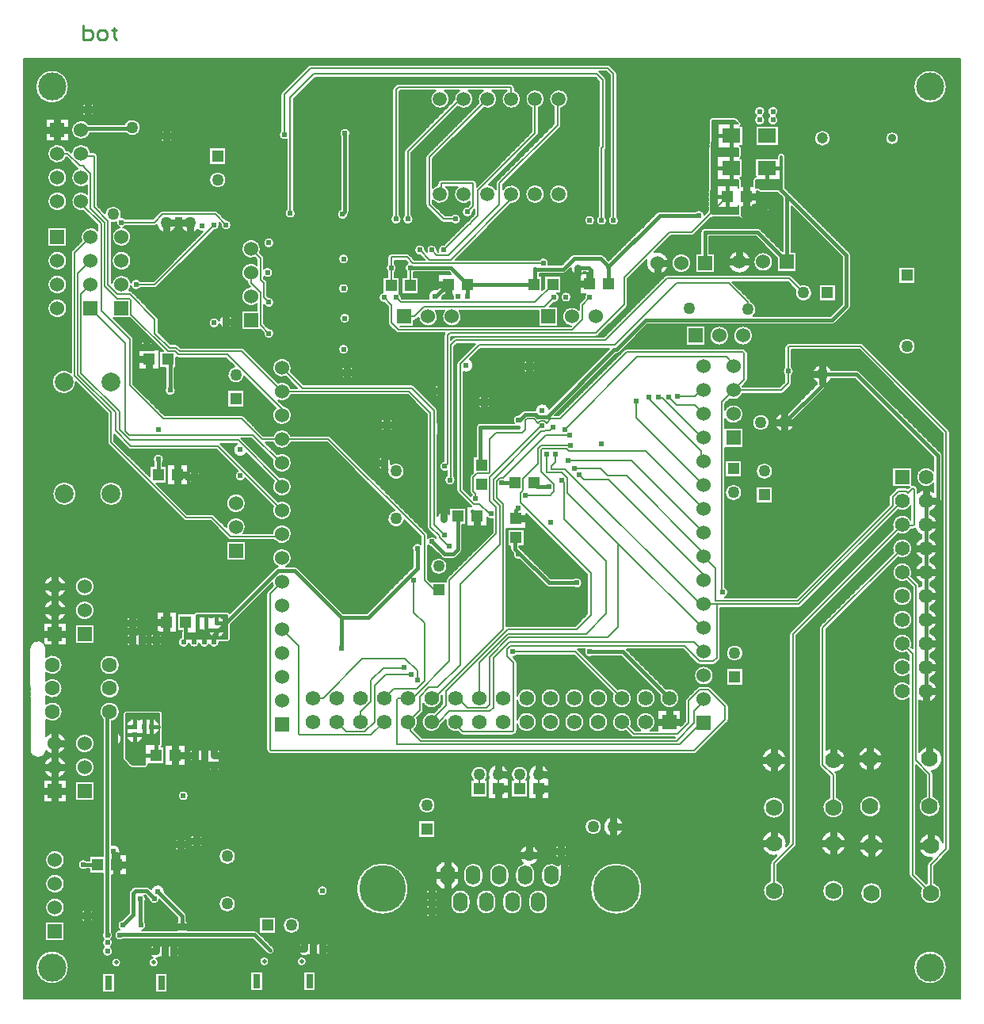
<source format=gbl>
G04*
G04 #@! TF.GenerationSoftware,Altium Limited,Altium Designer,20.0.2 (26)*
G04*
G04 Layer_Physical_Order=2*
G04 Layer_Color=16711680*
%FSLAX24Y24*%
%MOIN*%
G70*
G01*
G75*
%ADD10C,0.0100*%
%ADD12C,0.0050*%
%ADD14C,0.0080*%
%ADD23R,0.0600X0.0600*%
%ADD24R,0.0500X0.0500*%
%ADD28R,0.0600X0.0600*%
%ADD31R,0.0500X0.0500*%
%ADD80C,0.0300*%
%ADD81C,0.0150*%
%ADD82C,0.0180*%
%ADD84C,0.0500*%
%ADD85C,0.0472*%
%ADD86C,0.0354*%
%ADD87C,0.0630*%
%ADD88C,0.0600*%
%ADD89C,0.0787*%
%ADD90C,0.0591*%
%ADD91C,0.0618*%
%ADD92R,0.0618X0.0618*%
%ADD93C,0.0700*%
%ADD94C,0.0197*%
%ADD95R,0.0315X0.0591*%
%ADD96C,0.1967*%
%ADD97O,0.0600X0.0820*%
%ADD98O,0.0620X0.0820*%
G04:AMPARAMS|DCode=99|XSize=62mil|YSize=82mil|CornerRadius=0mil|HoleSize=0mil|Usage=FLASHONLY|Rotation=180.000|XOffset=0mil|YOffset=0mil|HoleType=Round|Shape=Octagon|*
%AMOCTAGOND99*
4,1,8,0.0155,-0.0410,-0.0155,-0.0410,-0.0310,-0.0255,-0.0310,0.0255,-0.0155,0.0410,0.0155,0.0410,0.0310,0.0255,0.0310,-0.0255,0.0155,-0.0410,0.0*
%
%ADD99OCTAGOND99*%

%ADD100C,0.0240*%
%ADD101C,0.1181*%
%ADD102R,0.0750X0.0600*%
D10*
X2500Y40800D02*
Y40200D01*
X2800D01*
X2900Y40300D01*
Y40400D01*
Y40500D01*
X2800Y40600D01*
X2500D01*
X3200Y40200D02*
X3400D01*
X3500Y40300D01*
Y40500D01*
X3400Y40600D01*
X3200D01*
X3100Y40500D01*
Y40300D01*
X3200Y40200D01*
X3800Y40700D02*
Y40600D01*
X3700D01*
X3900D01*
X3800D01*
Y40300D01*
X3900Y40200D01*
D12*
X38814Y38219D02*
G03*
X38814Y38219I-696J0D01*
G01*
D02*
G03*
X38814Y38219I-696J0D01*
G01*
X36805Y36050D02*
G03*
X36805Y36050I-282J0D01*
G01*
D02*
G03*
X36805Y36050I-282J0D01*
G01*
X33931D02*
G03*
X33931Y36050I-341J0D01*
G01*
D02*
G03*
X33931Y36050I-341J0D01*
G01*
X34780Y31130D02*
G03*
X34727Y31258I-180J0D01*
G01*
X34780Y31130D02*
G03*
X34727Y31257I-180J0D01*
G01*
X37505Y27300D02*
G03*
X37505Y27300I-355J0D01*
G01*
X33155Y29550D02*
G03*
X32673Y29882I-355J0D01*
G01*
X32468Y29677D02*
G03*
X33155Y29550I332J-127D01*
G01*
X34727Y28873D02*
G03*
X34780Y29000I-127J127D01*
G01*
X34727Y28872D02*
G03*
X34780Y29000I-127J128D01*
G01*
X35303Y27403D02*
G03*
X35200Y27445I-103J-103D01*
G01*
X35303Y27402D02*
G03*
X35200Y27445I-103J-102D01*
G01*
X34000Y28220D02*
G03*
X34127Y28273I0J180D01*
G01*
X34000Y28220D02*
G03*
X34128Y28273I0J180D01*
G01*
X31735Y37180D02*
G03*
X31375Y37000I-225J0D01*
G01*
X31645D02*
G03*
X31735Y37180I-135J180D01*
G01*
Y36820D02*
G03*
X31645Y37000I-225J0D01*
G01*
X31375D02*
G03*
X31735Y36820I135J-180D01*
G01*
X31175Y37180D02*
G03*
X30815Y37000I-225J0D01*
G01*
X31085D02*
G03*
X31175Y37180I-135J180D01*
G01*
Y36820D02*
G03*
X31085Y37000I-225J0D01*
G01*
X30815D02*
G03*
X31175Y36820I135J-180D01*
G01*
X32030Y35300D02*
G03*
X31900Y35430I-130J0D01*
G01*
X32030Y35300D02*
G03*
X31900Y35430I-130J0D01*
G01*
X31830D02*
G03*
X31700Y35300I0J-130D01*
G01*
X31830Y35430D02*
G03*
X31700Y35300I0J-130D01*
G01*
X30825Y33835D02*
G03*
X30855Y33845I-25J128D01*
G01*
X30825Y33835D02*
G03*
X30855Y33845I-25J128D01*
G01*
X30825Y33835D02*
G03*
X30855Y33845I-25J128D01*
G01*
X30892Y33808D02*
G03*
X30984Y33770I92J92D01*
G01*
X30892Y33808D02*
G03*
X30984Y33770I92J92D01*
G01*
X32303Y30253D02*
G03*
X32200Y30295I-103J-103D01*
G01*
X32303Y30252D02*
G03*
X32200Y30295I-103J-102D01*
G01*
X32197Y27445D02*
G03*
X32094Y27402I0J-145D01*
G01*
X32197Y27445D02*
G03*
X32094Y27403I0J-145D01*
G01*
X32047Y27356D02*
G03*
X32005Y27253I103J-103D01*
G01*
X32048Y27356D02*
G03*
X32005Y27253I102J-103D01*
G01*
X31405Y32900D02*
G03*
X30920Y33126I-295J0D01*
G01*
Y32674D02*
G03*
X31405Y32900I190J226D01*
G01*
X30920Y33126D02*
G03*
X30825Y33179I-190J-226D01*
G01*
X30540Y32674D02*
G03*
X30920Y32674I190J226D01*
G01*
X30977Y32227D02*
G03*
X30850Y32280I-127J-127D01*
G01*
X30978Y32227D02*
G03*
X30850Y32280I-128J-127D01*
G01*
X31505Y30850D02*
G03*
X31505Y30850I-405J0D01*
G01*
X38945Y23700D02*
G03*
X38902Y23803I-145J0D01*
G01*
X38945Y23700D02*
G03*
X38903Y23803I-145J0D01*
G01*
X38630Y22700D02*
G03*
X38577Y22828I-180J0D01*
G01*
X38630Y22700D02*
G03*
X38577Y22827I-180J0D01*
G01*
X37506Y21431D02*
G03*
X37364Y21468I-103J-103D01*
G01*
X37506Y21431D02*
G03*
X37364Y21468I-103J-102D01*
G01*
X38270Y22063D02*
G03*
X38270Y21537I-320J-263D01*
G01*
X37595Y21282D02*
G03*
X37553Y21384I-145J0D01*
G01*
X37595Y21282D02*
G03*
X37552Y21384I-145J0D01*
G01*
X38450Y20658D02*
G03*
X38630Y20838I0J180D01*
G01*
X38450Y20658D02*
G03*
X38630Y20838I0J180D01*
G01*
X38434Y19800D02*
G03*
X38130Y20249I-484J0D01*
G01*
Y20351D02*
G03*
X38413Y20658I-180J449D01*
G01*
X38270Y21163D02*
G03*
X37595Y21129I-320J-363D01*
G01*
X37200Y21330D02*
G03*
X37119Y21354I-80J-121D01*
G01*
X37200Y21330D02*
G03*
X37119Y21354I-80J-121D01*
G01*
X36781D02*
G03*
X36678Y21312I0J-145D01*
G01*
X36781Y21354D02*
G03*
X36678Y21311I0J-145D01*
G01*
X36778Y20423D02*
G03*
X37305Y20587I172J377D01*
G01*
Y20013D02*
G03*
X36573Y19628I-355J-213D01*
G01*
X38130Y19351D02*
G03*
X38434Y19800I-180J449D01*
G01*
X37493Y19639D02*
G03*
X37770Y19351I457J161D01*
G01*
X37400Y19605D02*
G03*
X37493Y19639I0J145D01*
G01*
X37400Y19605D02*
G03*
X37493Y19639I0J145D01*
G01*
X38434Y18800D02*
G03*
X38130Y19249I-484J0D01*
G01*
X36778Y19423D02*
G03*
X37315Y19605I172J377D01*
G01*
X35161Y26243D02*
G03*
X35034Y26296I-127J-127D01*
G01*
X35161Y26243D02*
G03*
X35034Y26296I-128J-127D01*
G01*
X33721Y25714D02*
G03*
X33969Y25936I-137J402D01*
G01*
Y26296D02*
G03*
X33361Y25754I-385J-180D01*
G01*
X33668Y25514D02*
G03*
X33721Y25641I-127J127D01*
G01*
X33668Y25514D02*
G03*
X33721Y25641I-127J128D01*
G01*
X32375Y26250D02*
G03*
X32295Y26422I-225J0D01*
G01*
Y26078D02*
G03*
X32375Y26250I-145J172D01*
G01*
X32253Y25647D02*
G03*
X32295Y25750I-103J103D01*
G01*
X32252Y25647D02*
G03*
X32295Y25750I-102J103D01*
G01*
X32005Y26422D02*
G03*
X32005Y26078I145J-172D01*
G01*
X31850Y25305D02*
G03*
X31953Y25347I0J145D01*
G01*
X31850Y25305D02*
G03*
X31953Y25348I0J145D01*
G01*
X32425Y24100D02*
G03*
X32400Y24245I-425J0D01*
G01*
X36439Y21072D02*
G03*
X36396Y20969I102J-103D01*
G01*
X36438Y21072D02*
G03*
X36396Y20969I103J-103D01*
G01*
X32145Y24500D02*
G03*
X32425Y24100I-145J-400D01*
G01*
X31355D02*
G03*
X31355Y24100I-355J0D01*
G01*
X31505Y22050D02*
G03*
X31505Y22050I-355J0D01*
G01*
X29992Y36892D02*
G03*
X29900Y36930I-92J-92D01*
G01*
X28950Y36930D02*
G03*
X28820Y36802I0J-130D01*
G01*
X28950Y36930D02*
G03*
X28820Y36801I0J-130D01*
G01*
X29992Y36892D02*
G03*
X29900Y36930I-92J-92D01*
G01*
X30175Y36655D02*
G03*
X30137Y36747I-130J0D01*
G01*
X30175Y36655D02*
G03*
X30137Y36747I-130J0D01*
G01*
X30128Y36555D02*
G03*
X30175Y36655I-83J100D01*
G01*
X30128Y36555D02*
G03*
X30175Y36655I-83J100D01*
G01*
X24945Y38750D02*
G03*
X24902Y38853I-145J0D01*
G01*
X24945Y38750D02*
G03*
X24903Y38853I-145J0D01*
G01*
X30180Y35645D02*
G03*
X30133Y35745I-130J0D01*
G01*
X30180Y35645D02*
G03*
X30133Y35745I-130J0D01*
G01*
Y35205D02*
G03*
X30180Y35305I-83J100D01*
G01*
X30133Y35205D02*
G03*
X30180Y35305I-83J100D01*
G01*
X24653Y39103D02*
G03*
X24550Y39145I-103J-103D01*
G01*
X24653Y39102D02*
G03*
X24550Y39145I-103J-102D01*
G01*
X24495Y38500D02*
G03*
X24452Y38603I-145J0D01*
G01*
X24495Y38500D02*
G03*
X24453Y38603I-145J0D01*
G01*
X24197Y35749D02*
G03*
X24155Y35647I103J-103D01*
G01*
X24198Y35749D02*
G03*
X24155Y35647I102J-103D01*
G01*
X24453Y35594D02*
G03*
X24495Y35697I-103J103D01*
G01*
X24452Y35594D02*
G03*
X24495Y35697I-102J103D01*
G01*
X30800Y34425D02*
G03*
X30770Y34421I0J-130D01*
G01*
X30800Y34425D02*
G03*
X30770Y34421I0J-130D01*
G01*
D02*
G03*
X30670Y34295I30J-126D01*
G01*
X30770Y34421D02*
G03*
X30670Y34295I30J-126D01*
G01*
X30180D02*
G03*
X30133Y34395I-130J0D01*
G01*
X30180Y34295D02*
G03*
X30133Y34395I-130J0D01*
G01*
X30540Y33126D02*
G03*
X30457Y33175I-190J-226D01*
G01*
X30623D02*
G03*
X30540Y33126I107J-275D01*
G01*
X30107Y32733D02*
G03*
X30540Y32674I243J167D01*
G01*
X30243Y33175D02*
G03*
X30180Y33141I107J-275D01*
G01*
X30050Y32720D02*
G03*
X30107Y32733I0J130D01*
G01*
X30050Y32720D02*
G03*
X30107Y32733I0J130D01*
G01*
X28623Y32828D02*
G03*
X28265Y32980I-223J-28D01*
G01*
X26750D02*
G03*
X26623Y32927I0J-180D01*
G01*
X26750Y32980D02*
G03*
X26622Y32927I0J-180D01*
G01*
X25025Y32600D02*
G03*
X24945Y32772I-225J0D01*
G01*
X24655D02*
G03*
X25025Y32600I145J-172D01*
G01*
X24525D02*
G03*
X24445Y32772I-225J0D01*
G01*
X24155D02*
G03*
X24525Y32600I145J-172D01*
G01*
X24025D02*
G03*
X24025Y32600I-225J0D01*
G01*
X22595Y37311D02*
G03*
X22900Y37700I-95J389D01*
G01*
D02*
G03*
X22305Y37350I-400J0D01*
G01*
X22553Y36497D02*
G03*
X22595Y36600I-103J103D01*
G01*
X22552Y36497D02*
G03*
X22595Y36600I-102J103D01*
G01*
X20645Y38153D02*
G03*
X20602Y38256I-145J0D01*
G01*
X20556Y38303D02*
G03*
X20453Y38345I-103J-103D01*
G01*
X20556Y38302D02*
G03*
X20453Y38345I-103J-102D01*
G01*
X20645Y38153D02*
G03*
X20603Y38256I-145J0D01*
G01*
X21645Y37327D02*
G03*
X21900Y37700I-145J373D01*
G01*
D02*
G03*
X21355Y37327I-400J0D01*
G01*
X20900Y37700D02*
G03*
X20645Y38073I-400J0D01*
G01*
X20315Y38055D02*
G03*
X20900Y37700I185J-355D01*
G01*
X19900D02*
G03*
X19685Y38055I-400J0D01*
G01*
X19339Y37334D02*
G03*
X19900Y37700I161J366D01*
G01*
X19315Y38055D02*
G03*
X19134Y37539I185J-355D01*
G01*
X21603Y36156D02*
G03*
X21645Y36259I-103J103D01*
G01*
X21602Y36156D02*
G03*
X21645Y36259I-102J103D01*
G01*
X22900Y33700D02*
G03*
X22900Y33700I-400J0D01*
G01*
X21900D02*
G03*
X21900Y33700I-400J0D01*
G01*
X19898Y34253D02*
G03*
X19855Y34150I102J-103D01*
G01*
X19897Y34253D02*
G03*
X19855Y34150I103J-103D01*
G01*
X19048D02*
G03*
X18903Y34295I-145J0D01*
G01*
X19048Y34150D02*
G03*
X18903Y34295I-145J0D01*
G01*
X20505Y33300D02*
G03*
X20900Y33700I-5J400D01*
G01*
D02*
G03*
X20145Y33885I-400J0D01*
G01*
X19855D02*
G03*
X19544Y34098I-355J-185D01*
G01*
X18768Y32673D02*
G03*
X18740Y32634I102J-103D01*
G01*
X18767Y32673D02*
G03*
X18740Y32634I103J-103D01*
G01*
X28650Y32280D02*
G03*
X28470Y32100I0J-180D01*
G01*
X28650Y32280D02*
G03*
X28470Y32100I0J-180D01*
G01*
X30575Y30850D02*
G03*
X30575Y30850I-475J0D01*
G01*
X30593Y29175D02*
G03*
X30553Y29253I-143J-25D01*
G01*
X30593Y29175D02*
G03*
X30552Y29253I-143J-25D01*
G01*
X28100Y31955D02*
G03*
X28203Y31998I0J145D01*
G01*
X28100Y31955D02*
G03*
X28203Y31997I0J145D01*
G01*
X28055Y30800D02*
G03*
X28055Y30800I-405J0D01*
G01*
X27125D02*
G03*
X26508Y31253I-475J0D01*
G01*
X26197Y30942D02*
G03*
X27125Y30800I453J-142D01*
G01*
X27050Y30295D02*
G03*
X26947Y30253I0J-145D01*
G01*
X27050Y30295D02*
G03*
X26947Y30252I0J-145D01*
G01*
X25353Y28947D02*
G03*
X25395Y29050I-103J103D01*
G01*
X30805Y28850D02*
G03*
X30593Y29175I-355J0D01*
G01*
X30680Y28580D02*
G03*
X30805Y28850I-230J270D01*
G01*
X30655Y27750D02*
G03*
X30655Y27750I-405J0D01*
G01*
X30445Y27003D02*
G03*
X30403Y27106I-145J0D01*
G01*
X30445Y27003D02*
G03*
X30402Y27106I-145J0D01*
G01*
X30356Y27153D02*
G03*
X30253Y27195I-103J-103D01*
G01*
X30356Y27152D02*
G03*
X30253Y27195I-103J-102D01*
G01*
X30403Y25797D02*
G03*
X30445Y25900I-103J103D01*
G01*
X30402Y25797D02*
G03*
X30445Y25900I-102J103D01*
G01*
X29685Y25080D02*
G03*
X30228Y25305I165J370D01*
G01*
X29495Y24255D02*
G03*
X30255Y24450I355J195D01*
G01*
D02*
G03*
X29495Y24645I-405J0D01*
G01*
X29655Y27750D02*
G03*
X29655Y27750I-405J0D01*
G01*
X30205Y21150D02*
G03*
X29495Y21150I-355J0D01*
G01*
D02*
G03*
X30205Y21150I355J0D01*
G01*
X25352Y28947D02*
G03*
X25395Y29050I-102J103D01*
G01*
X25350Y27195D02*
G03*
X25247Y27153I0J-145D01*
G01*
X25350Y27195D02*
G03*
X25247Y27152I0J-145D01*
G01*
X24922Y26995D02*
G03*
X25050Y27048I0J180D01*
G01*
X24922Y26995D02*
G03*
X25050Y27048I0J180D01*
G01*
X24378Y31127D02*
G03*
X24250Y31180I-128J-127D01*
G01*
X24377Y31127D02*
G03*
X24250Y31180I-127J-127D01*
G01*
X23467Y30357D02*
G03*
X23534Y30420I-167J244D01*
G01*
X23375Y30315D02*
G03*
X23467Y30357I-75J285D01*
G01*
X23005Y30600D02*
G03*
X23375Y30315I295J-0D01*
G01*
X23638Y29506D02*
G03*
X23576Y29331I162J-157D01*
G01*
X24060Y27715D02*
G03*
X24163Y27757I0J145D01*
G01*
X24060Y27715D02*
G03*
X24163Y27758I0J145D01*
G01*
X23390Y29145D02*
G03*
X23348Y29043I102J-103D01*
G01*
X23390Y29145D02*
G03*
X23348Y29043I103J-103D01*
G01*
X23150Y31180D02*
G03*
X23023Y31127I0J-180D01*
G01*
X23150Y31180D02*
G03*
X23022Y31127I0J-180D01*
G01*
X22062Y30725D02*
G03*
X22075Y30800I-212J75D01*
G01*
X23025Y29369D02*
G03*
X23025Y29369I-225J0D01*
G01*
X22695Y30365D02*
G03*
X22822Y30418I0J180D01*
G01*
X22695Y30365D02*
G03*
X22823Y30418I0J180D01*
G01*
X22525Y29350D02*
G03*
X22412Y29545I-225J0D01*
G01*
X22075Y30800D02*
G03*
X21678Y30945I-225J0D01*
G01*
X23348Y28825D02*
G03*
X23008Y28147I-298J-275D01*
G01*
X22281Y29126D02*
G03*
X22525Y29350I19J224D01*
G01*
X22084Y24678D02*
G03*
X21505Y24605I-284J-78D01*
G01*
X21545Y26450D02*
G03*
X21545Y26450I-295J0D01*
G01*
X19645Y24950D02*
G03*
X19645Y24950I-295J0D01*
G01*
X21074Y24605D02*
G03*
X20947Y24552I0J-180D01*
G01*
X21074Y24605D02*
G03*
X20947Y24552I0J-180D01*
G01*
X20819Y24424D02*
G03*
X20610Y24080I-19J-224D01*
G01*
X19200D02*
G03*
X19020Y23900I0J-180D01*
G01*
X18895Y26500D02*
G03*
X18749Y26755I-295J0D01*
G01*
X19200Y24080D02*
G03*
X19020Y23900I0J-180D01*
G01*
X18843Y21061D02*
G03*
X18797Y20997I157J-161D01*
G01*
X18797Y21894D02*
G03*
X18755Y21791I103J-103D01*
G01*
X18798Y21894D02*
G03*
X18755Y21791I102J-103D01*
G01*
Y21209D02*
G03*
X18797Y21106I145J0D01*
G01*
X18755Y21209D02*
G03*
X18798Y21106I145J0D01*
G01*
X19475Y20109D02*
G03*
X19725Y20038I175J141D01*
G01*
X38130Y17351D02*
G03*
X38434Y17800I-180J449D01*
G01*
X38130Y18351D02*
G03*
X38434Y18800I-180J449D01*
G01*
X38434Y17800D02*
G03*
X38130Y18249I-484J0D01*
G01*
X38434Y16800D02*
G03*
X38130Y17249I-484J0D01*
G01*
X37662Y17233D02*
G03*
X37620Y17335I-145J0D01*
G01*
X37662Y17233D02*
G03*
X37619Y17336I-145J0D01*
G01*
X37770Y17249D02*
G03*
X37662Y17189I180J-449D01*
G01*
X38130Y16351D02*
G03*
X38434Y16800I-180J449D01*
G01*
Y15800D02*
G03*
X38130Y16249I-484J0D01*
G01*
Y15351D02*
G03*
X38434Y15800I-180J449D01*
G01*
Y14800D02*
G03*
X38130Y15249I-484J0D01*
G01*
Y14351D02*
G03*
X38434Y14800I-180J449D01*
G01*
X38434Y13800D02*
G03*
X38130Y14249I-484J0D01*
G01*
Y13351D02*
G03*
X38434Y13800I-180J449D01*
G01*
Y12800D02*
G03*
X38130Y13249I-484J0D01*
G01*
X37662Y12411D02*
G03*
X38434Y12800I288J389D01*
G01*
X37770Y19249D02*
G03*
X37770Y18351I180J-449D01*
G01*
X36778Y18423D02*
G03*
X37364Y18800I172J377D01*
G01*
X37770Y18249D02*
G03*
X37770Y17351I180J-449D01*
G01*
X37364Y18800D02*
G03*
X36573Y18628I-414J0D01*
G01*
X37364Y17800D02*
G03*
X37122Y17423I-414J0D01*
G01*
X37327Y17628D02*
G03*
X37364Y17800I-377J172D01*
G01*
X37327Y14628D02*
G03*
X37364Y14800I-377J172D01*
G01*
Y16800D02*
G03*
X37364Y16800I-414J0D01*
G01*
Y15800D02*
G03*
X37364Y15800I-414J0D01*
G01*
Y14800D02*
G03*
X37122Y14423I-414J0D01*
G01*
X37232Y14103D02*
G03*
X37232Y13497I-282J-303D01*
G01*
Y13103D02*
G03*
X37232Y12497I-282J-303D01*
G01*
X38625Y9950D02*
G03*
X37662Y10240I-525J0D01*
G01*
X38186Y9432D02*
G03*
X38625Y9950I-86J518D01*
G01*
X38245Y9314D02*
G03*
X38202Y9416I-145J0D01*
G01*
X38245Y9314D02*
G03*
X38203Y9416I-145J0D01*
G01*
X38555Y7950D02*
G03*
X38245Y8381I-455J0D01*
G01*
X37955D02*
G03*
X38555Y7950I145J-431D01*
G01*
X38903Y6056D02*
G03*
X38945Y6159I-103J103D01*
G01*
X38902Y6056D02*
G03*
X38945Y6159I-102J103D01*
G01*
X38655Y6444D02*
G03*
X38215Y5779I-505J-144D01*
G01*
X38048Y5612D02*
G03*
X38005Y5509I102J-103D01*
G01*
X38047Y5611D02*
G03*
X38005Y5509I103J-103D01*
G01*
X38605Y4300D02*
G03*
X38295Y4731I-455J0D01*
G01*
X37743Y4502D02*
G03*
X38605Y4300I407J-202D01*
G01*
X38005Y4731D02*
G03*
X37948Y4707I145J-431D01*
G01*
X36125Y9950D02*
G03*
X36125Y9950I-525J0D01*
G01*
X34575Y9900D02*
G03*
X33745Y10327I-525J0D01*
G01*
X34136Y9382D02*
G03*
X34575Y9900I-86J518D01*
G01*
X34195Y9264D02*
G03*
X34153Y9366I-145J0D01*
G01*
X34195Y9264D02*
G03*
X34152Y9366I-145J0D01*
G01*
X36055Y7950D02*
G03*
X36055Y7950I-455J0D01*
G01*
X34505Y7900D02*
G03*
X34195Y8331I-455J0D01*
G01*
X33905D02*
G03*
X34505Y7900I145J-431D01*
G01*
X37232Y5073D02*
G03*
X37275Y4970I145J0D01*
G01*
X37232Y5073D02*
G03*
X37275Y4970I145J0D01*
G01*
X38814Y1181D02*
G03*
X38814Y1181I-696J0D01*
G01*
D02*
G03*
X38814Y1181I-696J0D01*
G01*
X36175Y6300D02*
G03*
X36175Y6300I-525J0D01*
G01*
X34575Y6400D02*
G03*
X34575Y6400I-525J0D01*
G01*
X36105Y4300D02*
G03*
X36105Y4300I-455J0D01*
G01*
X34505Y4400D02*
G03*
X34505Y4400I-455J0D01*
G01*
X33497Y15553D02*
G03*
X33455Y15450I103J-103D01*
G01*
X33498Y15553D02*
G03*
X33455Y15450I102J-103D01*
G01*
X32600Y16305D02*
G03*
X32703Y16348I0J145D01*
G01*
X32600Y16305D02*
G03*
X32703Y16347I0J145D01*
G01*
X29625Y16950D02*
G03*
X29495Y17154I-225J0D01*
G01*
X29493Y16745D02*
G03*
X29625Y16950I-93J205D01*
G01*
X32247Y15303D02*
G03*
X32205Y15200I103J-103D01*
G01*
X32248Y15303D02*
G03*
X32205Y15200I102J-103D01*
G01*
X30255Y14400D02*
G03*
X30255Y14400I-355J0D01*
G01*
X29252Y14097D02*
G03*
X29295Y14200I-102J103D01*
G01*
X29253Y14097D02*
G03*
X29295Y14200I-103J103D01*
G01*
X28331Y13948D02*
G03*
X28434Y13905I103J102D01*
G01*
X29000D02*
G03*
X29103Y13947I0J145D01*
G01*
X28332D02*
G03*
X28434Y13905I103J103D01*
G01*
X29000D02*
G03*
X29103Y13948I0J145D01*
G01*
X29645Y12150D02*
G03*
X29602Y12253I-145J0D01*
G01*
X29645Y12150D02*
G03*
X29603Y12253I-145J0D01*
G01*
X29005Y13450D02*
G03*
X29005Y13450I-405J0D01*
G01*
X28903Y12953D02*
G03*
X28800Y12995I-103J-103D01*
G01*
X28434D02*
G03*
X28332Y12953I0J-145D01*
G01*
X28903Y12952D02*
G03*
X28800Y12995I-103J-102D01*
G01*
X28434D02*
G03*
X28331Y12952I0J-145D01*
G01*
X27564Y12500D02*
G03*
X27014Y12891I-414J0D01*
G01*
X27865Y12486D02*
G03*
X27822Y12383I103J-103D01*
G01*
X27865Y12486D02*
G03*
X27822Y12383I102J-103D01*
G01*
X26759Y12636D02*
G03*
X27564Y12500I391J-136D01*
G01*
X23601Y14555D02*
G03*
X23935Y14270I199J-105D01*
G01*
X20465Y18780D02*
G03*
X20518Y18653I180J0D01*
G01*
X20465Y18780D02*
G03*
X20518Y18652I180J0D01*
G01*
X20579Y18592D02*
G03*
X20842Y18329I221J-42D01*
G01*
X23475Y17350D02*
G03*
X23115Y17530I-225J0D01*
G01*
Y17170D02*
G03*
X23475Y17350I135J180D01*
G01*
X21947Y17223D02*
G03*
X22075Y17170I128J127D01*
G01*
X21948Y17223D02*
G03*
X22075Y17170I127J127D01*
G01*
X20578Y14227D02*
G03*
X20722Y14305I-28J223D01*
G01*
X20745Y14000D02*
G03*
X20702Y14103I-145J0D01*
G01*
X20745Y14000D02*
G03*
X20703Y14103I-145J0D01*
G01*
X20345Y15545D02*
G03*
X20295Y15536I0J-145D01*
G01*
X20345Y15545D02*
G03*
X20295Y15536I0J-145D01*
G01*
X26564Y12500D02*
G03*
X26564Y12500I-414J0D01*
G01*
X25564D02*
G03*
X24978Y12877I-414J0D01*
G01*
X24773Y12672D02*
G03*
X25564Y12500I377J-172D01*
G01*
X24564D02*
G03*
X24564Y12500I-414J0D01*
G01*
X26564Y11500D02*
G03*
X25937Y11145I-414J0D01*
G01*
X25564Y11500D02*
G03*
X25322Y11123I-414J0D01*
G01*
X24564Y11500D02*
G03*
X24564Y11500I-414J0D01*
G01*
X23564Y12500D02*
G03*
X23564Y12500I-414J0D01*
G01*
X22564D02*
G03*
X22564Y12500I-414J0D01*
G01*
X21564D02*
G03*
X20745Y12586I-414J0D01*
G01*
Y12414D02*
G03*
X21564Y12500I405J86D01*
G01*
X23564Y11500D02*
G03*
X23564Y11500I-414J0D01*
G01*
X22564D02*
G03*
X22564Y11500I-414J0D01*
G01*
X21564D02*
G03*
X20745Y11586I-414J0D01*
G01*
X33455Y9714D02*
G03*
X33497Y9611I145J0D01*
G01*
X33455Y9714D02*
G03*
X33498Y9611I145J0D01*
G01*
X29603Y11506D02*
G03*
X29645Y11609I-103J103D01*
G01*
X29602Y11506D02*
G03*
X29645Y11609I-102J103D01*
G01*
X26363Y11145D02*
G03*
X26564Y11500I-213J355D01*
G01*
X25527Y11328D02*
G03*
X25564Y11500I-377J172D01*
G01*
X32075Y9900D02*
G03*
X32075Y9900I-525J0D01*
G01*
X28191Y10155D02*
G03*
X28294Y10197I0J145D01*
G01*
X25547Y10898D02*
G03*
X25650Y10855I103J102D01*
G01*
X28191Y10155D02*
G03*
X28294Y10198I0J145D01*
G01*
X25547Y10897D02*
G03*
X25650Y10855I103J103D01*
G01*
X32005Y7900D02*
G03*
X32005Y7900I-455J0D01*
G01*
X32075Y6400D02*
G03*
X31677Y5890I-525J0D01*
G01*
X32453Y6256D02*
G03*
X32495Y6359I-103J103D01*
G01*
X32452Y6256D02*
G03*
X32495Y6359I-102J103D01*
G01*
X32060Y6273D02*
G03*
X32075Y6400I-510J127D01*
G01*
X32005Y4400D02*
G03*
X31695Y4831I-455J0D01*
G01*
X31405D02*
G03*
X32005Y4400I145J-431D01*
G01*
X31448Y5662D02*
G03*
X31405Y5559I102J-103D01*
G01*
X31447Y5661D02*
G03*
X31405Y5559I103J-103D01*
G01*
X25225Y7100D02*
G03*
X25225Y7100I-425J0D01*
G01*
X24305D02*
G03*
X24305Y7100I-355J0D01*
G01*
X26005Y4492D02*
G03*
X26005Y4492I-1088J0D01*
G01*
X22037Y9125D02*
G03*
X22075Y9300I-387J175D01*
G01*
D02*
G03*
X21263Y9125I-425J0D01*
G01*
X22895Y6050D02*
G03*
X22895Y6050I-295J0D01*
G01*
X20745Y11414D02*
G03*
X21564Y11500I405J86D01*
G01*
X20703Y11035D02*
G03*
X20745Y11138I-103J103D01*
G01*
X20702Y11035D02*
G03*
X20745Y11138I-102J103D01*
G01*
X20553Y10946D02*
G03*
X20656Y10989I0J145D01*
G01*
X20553Y10946D02*
G03*
X20656Y10988I0J145D01*
G01*
X21205Y9300D02*
G03*
X20593Y9055I-355J0D01*
G01*
X21107D02*
G03*
X21205Y9300I-257J245D01*
G01*
X20375D02*
G03*
X19563Y9125I-425J0D01*
G01*
X20337D02*
G03*
X20375Y9300I-387J175D01*
G01*
X19505D02*
G03*
X18893Y9055I-355J0D01*
G01*
X19407D02*
G03*
X19505Y9300I-257J245D01*
G01*
X21675Y5900D02*
G03*
X21000Y5556I-425J0D01*
G01*
X23011Y5300D02*
G03*
X22462Y5450I-295J0D01*
G01*
X22590Y5033D02*
G03*
X23011Y5300I126J267D01*
G01*
X22462Y5450D02*
G03*
X21760Y5150I-287J-300D01*
G01*
Y4950D02*
G03*
X22590Y4950I415J0D01*
G01*
X21498Y5150D02*
G03*
X21331Y5483I-415J0D01*
G01*
D02*
G03*
X21675Y5900I-81J417D01*
G01*
X22038Y4043D02*
G03*
X21228Y4043I-405J0D01*
G01*
X20668Y4950D02*
G03*
X21498Y4950I415J0D01*
G01*
X21228Y3823D02*
G03*
X22038Y3823I405J0D01*
G01*
X21000Y5556D02*
G03*
X20668Y5150I84J-406D01*
G01*
X20407Y5150D02*
G03*
X19577Y5150I-415J0D01*
G01*
Y4950D02*
G03*
X20407Y4950I415J0D01*
G01*
X20957Y4033D02*
G03*
X20127Y4033I-415J0D01*
G01*
Y3833D02*
G03*
X20957Y3833I415J0D01*
G01*
X19865Y4033D02*
G03*
X19035Y4033I-415J0D01*
G01*
Y3833D02*
G03*
X19865Y3833I415J0D01*
G01*
X18900Y37700D02*
G03*
X18685Y38055I-400J0D01*
G01*
X18315D02*
G03*
X18102Y37657I185J-355D01*
G01*
X18246Y37391D02*
G03*
X18900Y37700I254J309D01*
G01*
X17900Y37700D02*
G03*
X17685Y38055I-400J0D01*
G01*
X17315D02*
G03*
X17900Y37700I185J-355D01*
G01*
X16048Y35603D02*
G03*
X16005Y35500I102J-103D01*
G01*
X16948Y35353D02*
G03*
X16905Y35250I102J-103D01*
G01*
X16947Y35353D02*
G03*
X16905Y35250I103J-103D01*
G01*
X16047Y35603D02*
G03*
X16005Y35500I103J-103D01*
G01*
X17900Y33700D02*
G03*
X17759Y34005I-400J0D01*
G01*
X18241D02*
G03*
X18758Y33394I259J-305D01*
G01*
X18669Y33174D02*
G03*
X18875Y32950I-19J-224D01*
G01*
X17550Y34295D02*
G03*
X17405Y34150I0J-145D01*
G01*
X17550Y34295D02*
G03*
X17405Y34150I0J-145D01*
G01*
X17195Y33441D02*
G03*
X17900Y33700I305J259D01*
G01*
X18666Y32560D02*
G03*
X18627Y32532I64J-130D01*
G01*
X18666Y32560D02*
G03*
X18627Y32533I64J-130D01*
G01*
X18375Y32650D02*
G03*
X17978Y32795I-225J0D01*
G01*
X17547Y32548D02*
G03*
X17650Y32505I103J102D01*
G01*
X17547Y32547D02*
G03*
X17650Y32505I103J103D01*
G01*
X17978D02*
G03*
X18375Y32650I172J145D01*
G01*
X17669Y31574D02*
G03*
X17438Y31275I-19J-224D01*
G01*
X17405Y34089D02*
G03*
X17195Y33959I95J-389D01*
G01*
X16905Y33250D02*
G03*
X16947Y33147I145J0D01*
G01*
X16905Y33250D02*
G03*
X16948Y33147I145J0D01*
G01*
X16375Y32650D02*
G03*
X16295Y32822I-225J0D01*
G01*
X17375Y31350D02*
G03*
X16943Y31262I-225J0D01*
G01*
X16875Y31350D02*
G03*
X16669Y31126I-225J0D01*
G01*
X16211Y31155D02*
G03*
X16108Y31198I-103J-102D01*
G01*
X16005Y32822D02*
G03*
X16375Y32650I145J-172D01*
G01*
X16211Y31156D02*
G03*
X16108Y31198I-103J-103D01*
G01*
X15750Y38345D02*
G03*
X15647Y38303I0J-145D01*
G01*
X15750Y38345D02*
G03*
X15647Y38302I0J-145D01*
G01*
X15548Y38203D02*
G03*
X15505Y38100I102J-103D01*
G01*
X15547Y38203D02*
G03*
X15505Y38100I103J-103D01*
G01*
X12050Y39145D02*
G03*
X11947Y39103I0J-145D01*
G01*
X12050Y39145D02*
G03*
X11947Y39102I0J-145D01*
G01*
X13680Y36115D02*
G03*
X13725Y36250I-180J135D01*
G01*
D02*
G03*
X13320Y36115I-225J0D01*
G01*
X15875Y32650D02*
G03*
X15795Y32822I-225J0D01*
G01*
X15505D02*
G03*
X15875Y32650I145J-172D01*
G01*
X13320Y33060D02*
G03*
X13625Y32845I80J-210D01*
G01*
X13627Y32847D02*
G03*
X13680Y32974I-127J127D01*
G01*
X13627Y32847D02*
G03*
X13680Y32974I-127J128D01*
G01*
X15450Y31198D02*
G03*
X15305Y31053I0J-145D01*
G01*
X15450Y31198D02*
G03*
X15305Y31053I0J-145D01*
G01*
X13665Y30980D02*
G03*
X13665Y30980I-225J0D01*
G01*
X18405Y28550D02*
G03*
X18315Y28805I-405J0D01*
G01*
X18244Y26661D02*
G03*
X18202Y26558I103J-103D01*
G01*
X18492Y26226D02*
G03*
X18895Y26500I108J274D01*
G01*
X18245Y26661D02*
G03*
X18202Y26558I102J-103D01*
G01*
X18000Y28145D02*
G03*
X18405Y28550I0J405D01*
G01*
X18038Y29475D02*
G03*
X18051Y29295I212J-75D01*
G01*
X17685Y28805D02*
G03*
X18000Y28145I315J-255D01*
G01*
X17576Y29295D02*
G03*
X17595Y29390I-276J105D01*
G01*
X17380Y29684D02*
G03*
X17024Y29295I-80J-284D01*
G01*
X17405Y28550D02*
G03*
X17315Y28805I-405J0D01*
G01*
X17000Y28145D02*
G03*
X17405Y28550I0J405D01*
G01*
X16597Y28508D02*
G03*
X17000Y28145I403J42D01*
G01*
X16434Y28405D02*
G03*
X16537Y28448I0J145D01*
G01*
X18150Y27695D02*
G03*
X18047Y27653I0J-145D01*
G01*
X18150Y27695D02*
G03*
X18047Y27652I0J-145D01*
G01*
X17700Y27855D02*
G03*
X17665Y27760I110J-95D01*
G01*
X17700Y27855D02*
G03*
X17665Y27760I110J-95D01*
G01*
X16434Y28405D02*
G03*
X16537Y28447I0J145D01*
G01*
X17665Y25685D02*
G03*
X17665Y25165I-140J-260D01*
G01*
X17385Y24610D02*
G03*
X17343Y24713I-145J0D01*
G01*
X17385Y24610D02*
G03*
X17342Y24713I-145J0D01*
G01*
X17665Y24105D02*
G03*
X17385Y24105I-140J-260D01*
G01*
Y23585D02*
G03*
X17665Y23585I140J260D01*
G01*
X16153Y30803D02*
G03*
X16105Y30428I97J-203D01*
G01*
X15875Y29350D02*
G03*
X15805Y29513I-225J0D01*
G01*
X15675Y30600D02*
G03*
X15595Y30772I-225J0D01*
G01*
Y30428D02*
G03*
X15675Y30600I-145J172D01*
G01*
X15320Y28285D02*
G03*
X15363Y28182I145J0D01*
G01*
X15320Y28285D02*
G03*
X15363Y28182I145J0D01*
G01*
X15647Y27897D02*
G03*
X15750Y27855I103J103D01*
G01*
X15647Y27898D02*
G03*
X15750Y27855I103J102D01*
G01*
X15305Y30772D02*
G03*
X15305Y30428I145J-172D01*
G01*
X15095Y29568D02*
G03*
X15169Y29126I55J-218D01*
G01*
X13665Y29730D02*
G03*
X13665Y29730I-225J0D01*
G01*
X13715Y28480D02*
G03*
X13715Y28480I-225J0D01*
G01*
X13665Y27180D02*
G03*
X13665Y27180I-225J0D01*
G01*
X16413Y25643D02*
G03*
X16310Y25685I-103J-103D01*
G01*
X16413Y25642D02*
G03*
X16310Y25685I-103J-102D01*
G01*
X15545Y24000D02*
G03*
X15545Y24000I-295J0D01*
G01*
X13895Y26200D02*
G03*
X13895Y26200I-295J0D01*
G01*
X12903Y23503D02*
G03*
X12800Y23545I-103J-103D01*
G01*
X12903Y23502D02*
G03*
X12800Y23545I-103J-102D01*
G01*
X15433Y22331D02*
G03*
X15439Y22391I-289J60D01*
G01*
X10805Y36372D02*
G03*
X11055Y36001I145J-172D01*
G01*
X10848Y38003D02*
G03*
X10805Y37900I102J-103D01*
G01*
X10847Y38003D02*
G03*
X10805Y37900I103J-103D01*
G01*
X11425Y32900D02*
G03*
X11345Y33072I-225J0D01*
G01*
X11055D02*
G03*
X11425Y32900I145J-172D01*
G01*
X4905Y36500D02*
G03*
X4220Y36630I-355J0D01*
G01*
X6295Y36150D02*
G03*
X6295Y36150I-295J0D01*
G01*
X4280Y36270D02*
G03*
X4905Y36500I270J230D01*
G01*
X3085Y35310D02*
G03*
X2940Y35455I-145J0D01*
G01*
X3085Y35310D02*
G03*
X2940Y35455I-145J0D01*
G01*
X8153Y32953D02*
G03*
X8050Y32995I-103J-103D01*
G01*
X8153Y32952D02*
G03*
X8050Y32995I-103J-102D01*
G01*
X8505Y34300D02*
G03*
X8505Y34300I-355J0D01*
G01*
X5811Y32995D02*
G03*
X5709Y32953I0J-145D01*
G01*
X5811Y32995D02*
G03*
X5709Y32952I0J-145D01*
G01*
X4088Y32740D02*
G03*
X4105Y32850I-338J110D01*
G01*
X4272Y32660D02*
G03*
X4088Y32740I-172J-145D01*
G01*
X4105Y32850D02*
G03*
X3400Y32910I-355J0D01*
G01*
X8725Y32400D02*
G03*
X8481Y32624I-225J0D01*
G01*
X8276Y32419D02*
G03*
X8725Y32400I224J-19D01*
G01*
X8225D02*
G03*
X8207Y32488I-225J0D01*
G01*
X7981Y32176D02*
G03*
X8225Y32400I19J224D01*
G01*
X10525Y31650D02*
G03*
X10525Y31650I-225J0D01*
G01*
X9955Y31400D02*
G03*
X9715Y31030I-405J0D01*
G01*
X7318Y32218D02*
G03*
X7521Y32126I182J132D01*
G01*
X6628Y32705D02*
G03*
X7318Y32218I372J-205D01*
G01*
X9920Y31235D02*
G03*
X9955Y31400I-370J165D01*
G01*
X10095Y31000D02*
G03*
X10053Y31103I-145J0D01*
G01*
X10095Y31000D02*
G03*
X10052Y31103I-145J0D01*
G01*
X10095Y30237D02*
G03*
X10475Y30400I155J163D01*
G01*
D02*
G03*
X10095Y30563I-225J0D01*
G01*
X9805Y30715D02*
G03*
X9405Y30022I-255J-315D01*
G01*
X6425Y32500D02*
G03*
X6372Y32705I-425J0D01*
G01*
X5477Y32370D02*
G03*
X5580Y32413I0J145D01*
G01*
X5477Y32370D02*
G03*
X5579Y32413I0J145D01*
G01*
X5583Y32417D02*
G03*
X6425Y32500I417J83D01*
G01*
X3875Y32518D02*
G03*
X4035Y32300I225J-2D01*
G01*
X4165D02*
G03*
X4272Y32370I-65J216D01*
G01*
X3677Y32502D02*
G03*
X3875Y32518I73J348D01*
G01*
X4505Y31900D02*
G03*
X4165Y32300I-405J0D01*
G01*
X4035D02*
G03*
X4505Y31900I65J-400D01*
G01*
Y30900D02*
G03*
X4505Y30900I-405J0D01*
G01*
X4500Y29965D02*
G03*
X3697Y29942I-400J-65D01*
G01*
X2995Y37250D02*
G03*
X2995Y37250I-295J0D01*
G01*
X2733Y36630D02*
G03*
X2784Y36270I-333J-230D01*
G01*
X2801Y35455D02*
G03*
X1997Y35442I-401J-55D01*
G01*
X1877Y38219D02*
G03*
X1877Y38219I-696J0D01*
G01*
D02*
G03*
X1877Y38219I-696J0D01*
G01*
X1937Y35502D02*
G03*
X1834Y35545I-103J-102D01*
G01*
X1937Y35503D02*
G03*
X1834Y35545I-103J-103D01*
G01*
X1778D02*
G03*
X1777Y35252I-378J-145D01*
G01*
X2252Y34777D02*
G03*
X2655Y34085I148J-377D01*
G01*
Y33715D02*
G03*
X2491Y33005I-255J-315D01*
G01*
X3105Y32166D02*
G03*
X2430Y31735I-305J-266D01*
G01*
X2018Y31323D02*
G03*
X1975Y31220I102J-103D01*
G01*
X2017Y31323D02*
G03*
X1975Y31220I103J-103D01*
G01*
X1805Y34400D02*
G03*
X1805Y34400I-405J0D01*
G01*
Y33400D02*
G03*
X1805Y33400I-405J0D01*
G01*
Y30900D02*
G03*
X1805Y30900I-405J0D01*
G01*
Y29900D02*
G03*
X1805Y29900I-405J0D01*
G01*
X10235Y29950D02*
G03*
X10192Y30053I-145J0D01*
G01*
X10235Y29950D02*
G03*
X10193Y30053I-145J0D01*
G01*
X9405Y29966D02*
G03*
X9448Y29863I145J0D01*
G01*
X9405Y29966D02*
G03*
X9447Y29863I145J0D01*
G01*
X10525Y29150D02*
G03*
X10281Y29374I-225J0D01*
G01*
X9508Y29803D02*
G03*
X9805Y29085I42J-403D01*
G01*
X10095Y29057D02*
G03*
X10525Y29150I205J93D01*
G01*
Y27840D02*
G03*
X10281Y28064I-225J0D01*
G01*
X10076Y27859D02*
G03*
X10525Y27840I224J-19D01*
G01*
X11220Y26235D02*
G03*
X11255Y26400I-370J165D01*
G01*
D02*
G03*
X11015Y26030I-405J0D01*
G01*
X9253Y27203D02*
G03*
X9150Y27245I-103J-103D01*
G01*
X9253Y27202D02*
G03*
X9150Y27245I-103J-102D01*
G01*
X8795Y28335D02*
G03*
X8207Y28372I-295J0D01*
G01*
X8221Y28240D02*
G03*
X8795Y28335I279J95D01*
G01*
X8207Y28372D02*
G03*
X8221Y28240I-207J-87D01*
G01*
X5645Y28439D02*
G03*
X5602Y28542I-145J0D01*
G01*
X5500Y29755D02*
G03*
X5603Y29798I0J145D01*
G01*
X5500Y29755D02*
G03*
X5603Y29797I0J145D01*
G01*
X5645Y28439D02*
G03*
X5603Y28542I-145J0D01*
G01*
X5445Y27250D02*
G03*
X4865Y27175I-295J0D01*
G01*
X6405Y26837D02*
G03*
X6481Y26815I76J123D01*
G01*
X6502Y27343D02*
G03*
X6399Y27385I-103J-103D01*
G01*
X6502Y27342D02*
G03*
X6399Y27385I-103J-102D01*
G01*
X6405Y26837D02*
G03*
X6481Y26815I76J123D01*
G01*
X5435Y27175D02*
G03*
X5445Y27250I-285J75D01*
G01*
X11228Y25545D02*
G03*
X10685Y25770I-378J-145D01*
G01*
X10686Y25030D02*
G03*
X11228Y25255I164J370D01*
G01*
X11255Y24400D02*
G03*
X10916Y24800I-405J0D01*
G01*
X10593Y24713D02*
G03*
X11255Y24400I257J-313D01*
G01*
X11228Y23545D02*
G03*
X10472Y23545I-378J-145D01*
G01*
Y23255D02*
G03*
X11228Y23255I378J145D01*
G01*
X11255Y22400D02*
G03*
X10658Y22757I-405J0D01*
G01*
X8856Y26450D02*
G03*
X9266Y26040I60J-350D01*
G01*
X8951Y23205D02*
G03*
X9355Y22801I149J-255D01*
G01*
X9261Y24352D02*
G03*
X9158Y24395I-103J-102D01*
G01*
X9261Y24352D02*
G03*
X9158Y24395I-103J-103D01*
G01*
X5970Y25585D02*
G03*
X6375Y25450I180J-135D01*
G01*
D02*
G03*
X6330Y25585I-225J0D01*
G01*
X5875Y22550D02*
G03*
X5470Y22415I-225J0D01*
G01*
X5830D02*
G03*
X5875Y22550I-180J135D01*
G01*
X4887Y30045D02*
G03*
X4500Y29965I-172J-145D01*
G01*
Y29835D02*
G03*
X4887Y29755I216J65D01*
G01*
X4542Y29603D02*
G03*
X4439Y29645I-103J-103D01*
G01*
X4542Y29602D02*
G03*
X4439Y29645I-103J-102D01*
G01*
X4415D02*
G03*
X4500Y29835I-315J255D01*
G01*
X4595Y27603D02*
G03*
X4552Y27706I-145J0D01*
G01*
X4595Y27603D02*
G03*
X4553Y27706I-145J0D01*
G01*
X1805Y28900D02*
G03*
X1805Y28900I-405J0D01*
G01*
X3510Y23254D02*
G03*
X3552Y23152I145J0D01*
G01*
X3510Y23254D02*
G03*
X3552Y23151I145J0D01*
G01*
X4397Y22997D02*
G03*
X4500Y22955I103J103D01*
G01*
X4397Y22998D02*
G03*
X4500Y22955I103J102D01*
G01*
X1975Y26197D02*
G03*
X2172Y25794I-301J-397D01*
G01*
X17665Y22472D02*
G03*
X17805Y22051I35J-222D01*
G01*
X18142Y21682D02*
G03*
X18095Y21820I-225J0D01*
G01*
X17805Y21877D02*
G03*
X18142Y21682I112J-195D01*
G01*
X18202Y21242D02*
G03*
X18244Y21139I145J0D01*
G01*
X18202Y21242D02*
G03*
X18245Y21139I145J0D01*
G01*
X17895Y20218D02*
G03*
X17385Y20162I-239J-173D01*
G01*
X16005Y22050D02*
G03*
X15433Y22331I-355J0D01*
G01*
X15308Y22146D02*
G03*
X16005Y22050I342J-96D01*
G01*
X15439Y22391D02*
G03*
X15308Y22146I-295J0D01*
G01*
X17335Y19259D02*
G03*
X17338Y19229I145J0D01*
G01*
Y19229D02*
G03*
X16995Y19232I-173J-144D01*
G01*
X17335Y19259D02*
G03*
X17338Y19229I145J0D01*
G01*
X18377Y18623D02*
G03*
X18430Y18750I-127J127D01*
G01*
X18377Y18622D02*
G03*
X18430Y18750I-127J128D01*
G01*
X18050Y18370D02*
G03*
X18178Y18423I0J180D01*
G01*
X18050Y18370D02*
G03*
X18177Y18423I0J180D01*
G01*
X17797Y17553D02*
G03*
X17755Y17450I103J-103D01*
G01*
X17798Y17553D02*
G03*
X17755Y17450I102J-103D01*
G01*
X17572Y18423D02*
G03*
X17700Y18370I128J127D01*
G01*
X17573Y18423D02*
G03*
X17700Y18370I127J127D01*
G01*
X17805Y18050D02*
G03*
X17805Y18050I-355J0D01*
G01*
X16955Y19711D02*
G03*
X16997Y19609I145J0D01*
G01*
X16955Y19711D02*
G03*
X16998Y19608I145J0D01*
G01*
X16995Y19350D02*
G03*
X16952Y19453I-145J0D01*
G01*
X16995Y19350D02*
G03*
X16953Y19453I-145J0D01*
G01*
X16995Y18938D02*
G03*
X17133Y18862I170J147D01*
G01*
X16705Y18963D02*
G03*
X16370Y18665I-155J-163D01*
G01*
X15594Y20401D02*
G03*
X16001Y19994I56J-351D01*
G01*
X11527Y17977D02*
G03*
X11400Y18030I-127J-127D01*
G01*
X11528Y17977D02*
G03*
X11400Y18030I-128J-127D01*
G01*
X11255Y21400D02*
G03*
X10769Y21797I-405J0D01*
G01*
X10469Y22536D02*
G03*
X11255Y22400I381J-136D01*
G01*
X10521Y21636D02*
G03*
X11255Y21400I329J-236D01*
G01*
Y20400D02*
G03*
X10693Y20773I-405J0D01*
G01*
X11255Y19400D02*
G03*
X10448Y19445I-405J0D01*
G01*
X10484Y20573D02*
G03*
X11255Y20400I366J-172D01*
G01*
X9003Y22053D02*
G03*
X9303Y21753I97J-203D01*
G01*
X9321Y20700D02*
G03*
X9321Y20700I-405J0D01*
G01*
Y19700D02*
G03*
X8511Y19694I-405J0D01*
G01*
X9230Y19445D02*
G03*
X9321Y19700I-315J255D01*
G01*
X8597Y19197D02*
G03*
X8700Y19155I103J103D01*
G01*
X8597Y19198D02*
G03*
X8700Y19155I103J102D01*
G01*
X10528D02*
G03*
X11255Y19400I322J245D01*
G01*
X11015Y18030D02*
G03*
X11255Y18400I-165J370D01*
G01*
D02*
G03*
X10685Y18030I-405J0D01*
G01*
X10685D02*
G03*
X10558Y17977I0J-180D01*
G01*
X10685Y18030D02*
G03*
X10557Y17977I0J-180D01*
G01*
X10447Y17358D02*
G03*
X10480Y17235I403J42D01*
G01*
X10248Y17003D02*
G03*
X10205Y16900I102J-103D01*
G01*
X10247Y17003D02*
G03*
X10205Y16900I103J-103D01*
G01*
X8656Y16076D02*
G03*
X8550Y16130I-106J-76D01*
G01*
X8656Y16076D02*
G03*
X8550Y16130I-106J-76D01*
G01*
Y14870D02*
G03*
X8680Y15000I0J130D01*
G01*
X8550Y14870D02*
G03*
X8680Y15000I0J130D01*
G01*
X17746Y11591D02*
G03*
X18240Y11096I404J-91D01*
G01*
X18347Y10989D02*
G03*
X18450Y10946I103J102D01*
G01*
X18347Y10988D02*
G03*
X18450Y10946I103J103D01*
G01*
X19315Y5150D02*
G03*
X18485Y5150I-415J0D01*
G01*
Y4950D02*
G03*
X19315Y4950I415J0D01*
G01*
X17564Y12500D02*
G03*
X17552Y12600I-414J0D01*
G01*
X16795Y12287D02*
G03*
X17564Y12500I355J213D01*
G01*
X16753Y11897D02*
G03*
X16795Y12000I-103J103D01*
G01*
X16752Y11897D02*
G03*
X16795Y12000I-102J103D01*
G01*
X17247Y11902D02*
G03*
X17551Y11397I-97J-402D01*
G01*
X16564Y11500D02*
G03*
X16527Y11672I-414J0D01*
G01*
X16413Y11180D02*
G03*
X16564Y11500I-263J320D01*
G01*
X17305Y8000D02*
G03*
X17305Y8000I-355J0D01*
G01*
X10294Y10198D02*
G03*
X10397Y10155I103J102D01*
G01*
X10294Y10197D02*
G03*
X10397Y10155I103J103D01*
G01*
X18773Y4033D02*
G03*
X17943Y4033I-415J0D01*
G01*
Y3833D02*
G03*
X18773Y3833I415J0D01*
G01*
X17445Y3550D02*
G03*
X17445Y3550I-295J0D01*
G01*
Y4200D02*
G03*
X17445Y4200I-295J0D01*
G01*
X16163Y4492D02*
G03*
X16163Y4492I-1088J0D01*
G01*
X12775Y4400D02*
G03*
X12775Y4400I-225J0D01*
G01*
X11605Y2950D02*
G03*
X11605Y2950I-355J0D01*
G01*
X12845Y1950D02*
G03*
X12350Y2167I-295J0D01*
G01*
D02*
G03*
X11975Y2187I-200J-217D01*
G01*
X12350Y1733D02*
G03*
X12845Y1950I200J217D01*
G01*
X11975Y1713D02*
G03*
X12350Y1733I175J237D01*
G01*
X11975Y2187D02*
G03*
X11975Y1713I-175J-237D01*
G01*
X11885Y1433D02*
G03*
X11885Y1433I-203J0D01*
G01*
D02*
G03*
X11885Y1433I-203J0D01*
G01*
X10530Y1900D02*
G03*
X10477Y2027I-180J0D01*
G01*
X10205Y10347D02*
G03*
X10247Y10244I145J0D01*
G01*
X10205Y10347D02*
G03*
X10248Y10244I145J0D01*
G01*
X8905Y5850D02*
G03*
X8905Y5850I-355J0D01*
G01*
Y3850D02*
G03*
X8905Y3850I-355J0D01*
G01*
X10223Y1773D02*
G03*
X10530Y1900I127J127D01*
G01*
X9828Y2677D02*
G03*
X9700Y2730I-128J-127D01*
G01*
X9827Y2677D02*
G03*
X9700Y2730I-127J-127D01*
G01*
X10310Y1433D02*
G03*
X10310Y1433I-203J0D01*
G01*
D02*
G03*
X10310Y1433I-203J0D01*
G01*
X7445Y21800D02*
G03*
X6875Y21907I-295J0D01*
G01*
Y21693D02*
G03*
X7445Y21800I275J107D01*
G01*
X8003Y20203D02*
G03*
X7900Y20245I-103J-103D01*
G01*
X8003Y20202D02*
G03*
X7900Y20245I-103J-102D01*
G01*
X6706Y19998D02*
G03*
X6809Y19955I103J102D01*
G01*
X6706Y19997D02*
G03*
X6809Y19955I103J103D01*
G01*
X6667Y15345D02*
G03*
X6620Y15245I83J-100D01*
G01*
X6667Y15345D02*
G03*
X6620Y15245I83J-100D01*
G01*
X4167Y21100D02*
G03*
X4167Y21100I-499J0D01*
G01*
X2955Y17200D02*
G03*
X2955Y17200I-405J0D01*
G01*
Y16200D02*
G03*
X2955Y16200I-405J0D01*
G01*
X4845Y15660D02*
G03*
X4845Y15660I-295J0D01*
G01*
X7370Y14813D02*
G03*
X7790Y14757I220J47D01*
G01*
D02*
G03*
X8215Y14860I200J103D01*
G01*
X6930Y14813D02*
G03*
X7370Y14813I220J47D01*
G01*
X6620Y15066D02*
G03*
X6930Y14813I90J-206D01*
G01*
X5845Y14950D02*
G03*
X5845Y14950I-295J0D01*
G01*
X5245D02*
G03*
X4750Y15167I-295J0D01*
G01*
Y14733D02*
G03*
X5245Y14950I200J217D01*
G01*
X4750Y15167D02*
G03*
X4750Y14733I-200J-217D01*
G01*
X8295Y10100D02*
G03*
X7800Y10317I-295J0D01*
G01*
D02*
G03*
X7400Y10317I-200J-217D01*
G01*
D02*
G03*
X7400Y9883I-200J-217D01*
G01*
X8217Y9900D02*
G03*
X8295Y10100I-217J200D01*
G01*
X4300Y11980D02*
G03*
X4170Y11850I0J-130D01*
G01*
X4300Y11980D02*
G03*
X4170Y11850I0J-130D01*
G01*
X5830D02*
G03*
X5700Y11980I-130J0D01*
G01*
X5830Y11850D02*
G03*
X5700Y11980I-130J0D01*
G01*
X5783Y10455D02*
G03*
X5830Y10555I-83J100D01*
G01*
X5783Y10455D02*
G03*
X5830Y10555I-83J100D01*
G01*
X4170Y9950D02*
G03*
X4208Y9858I130J0D01*
G01*
X4170Y9950D02*
G03*
X4208Y9858I130J0D01*
G01*
X3675Y11519D02*
G03*
X4020Y11932I-75J413D01*
G01*
X4095Y10800D02*
G03*
X3675Y11067I-295J0D01*
G01*
Y10533D02*
G03*
X4095Y10800I125J267D01*
G01*
X4020Y13900D02*
G03*
X4020Y13900I-420J0D01*
G01*
X4020Y12916D02*
G03*
X4020Y12916I-420J0D01*
G01*
Y11932D02*
G03*
X3315Y11623I-420J0D01*
G01*
X2955Y10600D02*
G03*
X2955Y10600I-405J0D01*
G01*
Y9600D02*
G03*
X2955Y9600I-405J0D01*
G01*
X2199Y21100D02*
G03*
X2199Y21100I-499J0D01*
G01*
X1775Y17200D02*
G03*
X1775Y17200I-475J0D01*
G01*
Y16200D02*
G03*
X1775Y16200I-475J0D01*
G01*
X1613Y13904D02*
G03*
X926Y14229I-420J0D01*
G01*
X893Y14725D02*
G03*
X825Y14823I-313J-145D01*
G01*
X925Y14581D02*
G03*
X893Y14725I-345J-1D01*
G01*
X825Y14823D02*
G03*
X235Y14579I-245J-243D01*
G01*
X928Y13579D02*
G03*
X1613Y13904I265J325D01*
G01*
Y12920D02*
G03*
X928Y13246I-420J0D01*
G01*
X1613Y11936D02*
G03*
X931Y12264I-420J0D01*
G01*
X930Y12593D02*
G03*
X1613Y12920I263J327D01*
G01*
X1775Y10600D02*
G03*
X934Y10903I-475J0D01*
G01*
X932Y11607D02*
G03*
X1613Y11936I261J329D01*
G01*
X933Y10299D02*
G03*
X1775Y10600I367J301D01*
G01*
Y9600D02*
G03*
X1775Y9600I-475J0D01*
G01*
X245Y10339D02*
G03*
X933Y10299I345J1D01*
G01*
X8295Y9700D02*
G03*
X8217Y9900I-295J0D01*
G01*
X7400Y9883D02*
G03*
X7741Y9841I200J217D01*
G01*
D02*
G03*
X8295Y9700I259J-141D01*
G01*
X7545Y6500D02*
G03*
X7545Y6500I-295J0D01*
G01*
X6925Y8400D02*
G03*
X6925Y8400I-225J0D01*
G01*
X6895Y6350D02*
G03*
X6895Y6350I-295J0D01*
G01*
X5918Y4335D02*
G03*
X5920Y4372I-293J38D01*
G01*
D02*
G03*
X5344Y4461I-295J0D01*
G01*
X5277Y4527D02*
G03*
X5150Y4580I-127J-127D01*
G01*
X5278Y4527D02*
G03*
X5150Y4580I-128J-127D01*
G01*
X4458Y9608D02*
G03*
X4550Y9570I92J92D01*
G01*
X5095D02*
G03*
X5225Y9700I0J130D01*
G01*
X5095Y9570D02*
G03*
X5225Y9700I0J130D01*
G01*
X4458Y9608D02*
G03*
X4550Y9570I92J92D01*
G01*
X4688Y4580D02*
G03*
X4561Y4527I0J-180D01*
G01*
X4688Y4580D02*
G03*
X4560Y4527I0J-180D01*
G01*
X4017Y5925D02*
G03*
X4045Y6050I-267J125D01*
G01*
D02*
G03*
X3675Y6335I-295J0D01*
G01*
X5125Y4050D02*
G03*
X5047Y4220I-225J0D01*
G01*
X4473Y4439D02*
G03*
X4420Y4312I127J-127D01*
G01*
X4473Y4440D02*
G03*
X4420Y4312I127J-128D01*
G01*
X2635Y5680D02*
G03*
X2635Y5320I-135J-180D01*
G01*
X5252Y4043D02*
G03*
X5698Y4045I223J32D01*
G01*
X6945Y2900D02*
G03*
X6830Y3134I-295J0D01*
G01*
Y3347D02*
G03*
X6777Y3475I-180J0D01*
G01*
X6830Y3347D02*
G03*
X6777Y3475I-180J0D01*
G01*
X6891Y2730D02*
G03*
X6945Y2900I-241J170D01*
G01*
X6470Y3134D02*
G03*
X6409Y2730I180J-234D01*
G01*
X6595Y1850D02*
G03*
X6112Y2078I-295J0D01*
G01*
D02*
G03*
X5738Y2078I-188J-228D01*
G01*
D02*
G03*
X5421Y1585I-188J-228D01*
G01*
X6112Y1622D02*
G03*
X6595Y1850I188J228D01*
G01*
X5738Y1622D02*
G03*
X6112Y1622I188J228D01*
G01*
X5558Y1555D02*
G03*
X5738Y1622I-8J295D01*
G01*
X5421Y1585D02*
G03*
X5653Y1383I29J-201D01*
G01*
X5421Y1585D02*
G03*
X5653Y1383I29J-201D01*
G01*
D02*
G03*
X5558Y1555I-203J0D01*
G01*
X5653Y1383D02*
G03*
X5558Y1555I-203J0D01*
G01*
X5084Y3921D02*
G03*
X5125Y4050I-184J129D01*
G01*
X5134Y2950D02*
G03*
X5084Y3091I-225J0D01*
G01*
X4127Y3173D02*
G03*
X4031Y2765I32J-223D01*
G01*
X2945Y3350D02*
G03*
X2945Y3350I-295J0D01*
G01*
X4956Y2730D02*
G03*
X5134Y2950I-47J220D01*
G01*
X4031Y2765D02*
G03*
X4177Y2370I-1J-225D01*
G01*
X3735Y2540D02*
G03*
X3675Y2693I-225J0D01*
G01*
X3315Y2652D02*
G03*
X3352Y2380I195J-112D01*
G01*
X3735Y2220D02*
G03*
X3668Y2380I-225J0D01*
G01*
D02*
G03*
X3735Y2540I-158J160D01*
G01*
X4078Y1383D02*
G03*
X4078Y1383I-203J0D01*
G01*
D02*
G03*
X4078Y1383I-203J0D01*
G01*
X3645Y2040D02*
G03*
X3735Y2220I-135J180D01*
G01*
Y1860D02*
G03*
X3645Y2040I-225J0D01*
G01*
X3352Y2380D02*
G03*
X3375Y2040I158J-160D01*
G01*
D02*
G03*
X3735Y1860I135J-180D01*
G01*
X1705Y5700D02*
G03*
X1705Y5700I-405J0D01*
G01*
Y4700D02*
G03*
X1705Y4700I-405J0D01*
G01*
Y3700D02*
G03*
X1705Y3700I-405J0D01*
G01*
X1877Y1181D02*
G03*
X1877Y1181I-696J0D01*
G01*
D02*
G03*
X1877Y1181I-696J0D01*
G01*
X30947Y33937D02*
G03*
X30800Y33963I-92J-92D01*
G01*
X30947Y33937D02*
G03*
X30800Y33963I-92J-92D01*
G01*
X8425Y15650D02*
G03*
X7875Y15885I-325J0D01*
G01*
X8388Y15500D02*
G03*
X8425Y15650I-288J150D01*
G01*
Y15350D02*
G03*
X8388Y15500I-325J0D01*
G01*
X7875Y15885D02*
G03*
X7475Y15924I-225J-235D01*
G01*
Y15376D02*
G03*
X7775Y15350I175J274D01*
G01*
X7475Y15924D02*
G03*
X7255Y15972I-175J-274D01*
G01*
Y15328D02*
G03*
X7475Y15376I45J322D01*
G01*
X7775Y15350D02*
G03*
X8425Y15350I325J0D01*
G01*
X8325Y10100D02*
G03*
X7800Y10356I-325J0D01*
G01*
D02*
G03*
X7400Y10356I-200J-256D01*
G01*
X8256Y9900D02*
G03*
X8325Y10100I-256J200D01*
G01*
Y9700D02*
G03*
X8256Y9900I-325J0D01*
G01*
X8125Y9400D02*
G03*
X8325Y9700I-125J300D01*
G01*
X7687Y9787D02*
G03*
X7875Y9400I313J-87D01*
G01*
X7400Y9844D02*
G03*
X7687Y9787I200J256D01*
G01*
X7400Y10356D02*
G03*
X7400Y9844I-200J-256D01*
G01*
X5686Y15245D02*
G03*
X5545Y15275I-136J-295D01*
G01*
D02*
G03*
X5250Y15075I5J-325D01*
G01*
X5875Y14950D02*
G03*
X5686Y15245I-325J0D01*
G01*
X5250Y14825D02*
G03*
X5875Y14950I300J125D01*
G01*
X4875Y15660D02*
G03*
X4697Y15950I-325J0D01*
G01*
X4403D02*
G03*
X4875Y15660I147J-290D01*
G01*
X5250Y15075D02*
G03*
X4750Y15206I-300J-125D01*
G01*
D02*
G03*
X4750Y14694I-200J-256D01*
G01*
D02*
G03*
X5250Y14825I200J256D01*
G01*
X38796Y38380D02*
X39400D01*
X38804Y38340D02*
X39400D01*
X38771Y38460D02*
X39400D01*
X38785Y38420D02*
X39400D01*
X38813Y38260D02*
X39400D01*
X38814Y38220D02*
X39400D01*
X38810Y38300D02*
X39400D01*
X38657Y38660D02*
X39400D01*
X38687Y38620D02*
X39400D01*
X38580Y38740D02*
X39400D01*
X38621Y38700D02*
X39400D01*
X38736Y38540D02*
X39400D01*
X38755Y38500D02*
X39400D01*
X38713Y38580D02*
X39400D01*
X38756Y37940D02*
X39400D01*
X38737Y37900D02*
X39400D01*
X38715Y37860D02*
X39400D01*
X38689Y37820D02*
X39400D01*
X38658Y37780D02*
X39400D01*
X38623Y37740D02*
X39400D01*
X38582Y37700D02*
X39400D01*
X38813Y38180D02*
X39400D01*
X38810Y38140D02*
X39400D01*
X38804Y38100D02*
X39400D01*
X38796Y38060D02*
X39400D01*
X38785Y38020D02*
X39400D01*
X38772Y37980D02*
X39400D01*
X38394Y37580D02*
X39400D01*
X38270Y37540D02*
X39400D01*
X33677Y36380D02*
X39400D01*
X33770Y36340D02*
X39400D01*
X36711Y36260D02*
X39400D01*
X36748Y36220D02*
X39400D01*
X36654Y36300D02*
X39400D01*
X38389Y38860D02*
X39400D01*
X38469Y38820D02*
X39400D01*
X38260Y38900D02*
X39400D01*
X38530Y38780D02*
X39400D01*
X38533Y37660D02*
X39400D01*
X38473Y37620D02*
X39400D01*
X36783Y35940D02*
X39400D01*
X36762Y35900D02*
X39400D01*
X36732Y35860D02*
X39400D01*
X36686Y35820D02*
X39400D01*
X36605Y35780D02*
X39400D01*
X33733Y35740D02*
X39400D01*
X32285Y33700D02*
X39400D01*
X36790Y36140D02*
X39400D01*
X36801Y36100D02*
X39400D01*
X36773Y36180D02*
X39400D01*
X36805Y36060D02*
X39400D01*
X36804Y36020D02*
X39400D01*
X36796Y35980D02*
X39400D01*
X34165Y31820D02*
X39400D01*
X34205Y31780D02*
X39400D01*
X34085Y31900D02*
X39400D01*
X34125Y31860D02*
X39400D01*
X34285Y31700D02*
X39400D01*
X34325Y31660D02*
X39400D01*
X34245Y31740D02*
X39400D01*
X33445Y32540D02*
X39400D01*
X33485Y32500D02*
X39400D01*
X33365Y32620D02*
X39400D01*
X33405Y32580D02*
X39400D01*
X33565Y32420D02*
X39400D01*
X33605Y32380D02*
X39400D01*
X33525Y32460D02*
X39400D01*
X34780Y31100D02*
X39400D01*
X34780Y31060D02*
X39400D01*
X34773Y31180D02*
X39400D01*
X34780Y31140D02*
X39400D01*
X34780Y30980D02*
X39400D01*
X34780Y30940D02*
X39400D01*
X34780Y31020D02*
X39400D01*
X34405Y31580D02*
X39400D01*
X34445Y31540D02*
X39400D01*
X34365Y31620D02*
X39400D01*
X34725Y31260D02*
X39400D01*
X34756Y31220D02*
X39400D01*
X34565Y31420D02*
X39400D01*
X32645Y33340D02*
X39400D01*
X32685Y33300D02*
X39400D01*
X32565Y33420D02*
X39400D01*
X32605Y33380D02*
X39400D01*
X32765Y33220D02*
X39400D01*
X32805Y33180D02*
X39400D01*
X32725Y33260D02*
X39400D01*
X32365Y33620D02*
X39400D01*
X32405Y33580D02*
X39400D01*
X32325Y33660D02*
X39400D01*
X32485Y33500D02*
X39400D01*
X32525Y33460D02*
X39400D01*
X32445Y33540D02*
X39400D01*
X33165Y32820D02*
X39400D01*
X33205Y32780D02*
X39400D01*
X33085Y32900D02*
X39400D01*
X33125Y32860D02*
X39400D01*
X33285Y32700D02*
X39400D01*
X33325Y32660D02*
X39400D01*
X33245Y32740D02*
X39400D01*
X32885Y33100D02*
X39400D01*
X32925Y33060D02*
X39400D01*
X32845Y33140D02*
X39400D01*
X33005Y32980D02*
X39400D01*
X33045Y32940D02*
X39400D01*
X32965Y33020D02*
X39400D01*
X33822Y36300D02*
X36392D01*
X33859Y36260D02*
X36335D01*
X33886Y36220D02*
X36298D01*
X33896Y35900D02*
X36284D01*
X33873Y35860D02*
X36314D01*
X33927Y36100D02*
X36245D01*
X33931Y36060D02*
X36241D01*
X33905Y36180D02*
X36273D01*
X33919Y36140D02*
X36256D01*
X33930Y36020D02*
X36242D01*
X33924Y35980D02*
X36250D01*
X33913Y35940D02*
X36263D01*
X33645Y32340D02*
X39400D01*
X33685Y32300D02*
X39400D01*
X33765Y32220D02*
X39400D01*
X33805Y32180D02*
X39400D01*
X33725Y32260D02*
X39400D01*
X33842Y35820D02*
X36360D01*
X33799Y35780D02*
X36441D01*
X32280Y33140D02*
X32335D01*
X32280Y33100D02*
X32375D01*
X32280Y32740D02*
X32735D01*
X32280Y32700D02*
X32775D01*
X32280Y32820D02*
X32655D01*
X32280Y32780D02*
X32695D01*
X32280Y32620D02*
X32855D01*
X32280Y32580D02*
X32895D01*
X32280Y32660D02*
X32815D01*
X32280Y33020D02*
X32455D01*
X32280Y32980D02*
X32495D01*
X32280Y33060D02*
X32415D01*
X32280Y32900D02*
X32575D01*
X32280Y32860D02*
X32615D01*
X32280Y32940D02*
X32535D01*
X32280Y32300D02*
X33175D01*
X32280Y32260D02*
X33215D01*
X32280Y32340D02*
X33135D01*
X32280Y33195D02*
X34420Y31055D01*
X32280Y32180D02*
X33295D01*
X32280Y32140D02*
X33335D01*
X32280Y32220D02*
X33255D01*
X32280Y32540D02*
X32935D01*
X32280Y32500D02*
X32975D01*
X32280Y31255D02*
Y33195D01*
Y32420D02*
X33055D01*
X32280Y32380D02*
X33095D01*
X32280Y32460D02*
X33015D01*
X33925Y32060D02*
X39400D01*
X33965Y32020D02*
X39400D01*
X33845Y32140D02*
X39400D01*
X33885Y32100D02*
X39400D01*
X34045Y31940D02*
X39400D01*
X34485Y31500D02*
X39400D01*
X34005Y31980D02*
X39400D01*
X34645Y31340D02*
X39400D01*
X34685Y31300D02*
X39400D01*
X34525Y31460D02*
X39400D01*
X34605Y31380D02*
X39400D01*
X32505Y30980D02*
X34420D01*
X34780Y30820D02*
X39400D01*
X34780Y30780D02*
X39400D01*
X34780Y30900D02*
X39400D01*
X34780Y30860D02*
X39400D01*
X34780Y30700D02*
X39400D01*
X34780Y30660D02*
X39400D01*
X34780Y30740D02*
X39400D01*
X32505Y30780D02*
X34420D01*
X32505Y30740D02*
X34420D01*
X32505Y30940D02*
X34420D01*
X32505Y30660D02*
X34420D01*
X36795Y30647D02*
X37505D01*
X32505Y30700D02*
X34420D01*
X32280Y31780D02*
X33695D01*
X32280Y31740D02*
X33735D01*
X32280Y31860D02*
X33615D01*
X32280Y31820D02*
X33655D01*
X32280Y31540D02*
X33935D01*
X32280Y31500D02*
X33975D01*
X32280Y31580D02*
X33895D01*
X32280Y32060D02*
X33415D01*
X32280Y32020D02*
X33455D01*
X32280Y32100D02*
X33375D01*
X32280Y31940D02*
X33535D01*
X32280Y31900D02*
X33575D01*
X32280Y31980D02*
X33495D01*
X32505Y31060D02*
X34415D01*
X32505Y31020D02*
X34420D01*
X32505Y31140D02*
X34335D01*
X32505Y31100D02*
X34375D01*
X32505Y30860D02*
X34420D01*
X32505Y30820D02*
X34420D01*
X32505Y30900D02*
X34420D01*
X32280Y31420D02*
X34055D01*
X32280Y31300D02*
X34175D01*
X32280Y31460D02*
X34015D01*
X32505Y31220D02*
X34255D01*
X32505Y31180D02*
X34295D01*
X32280Y31260D02*
X34215D01*
X37505Y30540D02*
X39400D01*
X37505Y30500D02*
X39400D01*
X37505Y30620D02*
X39400D01*
X37505Y30580D02*
X39400D01*
X37505Y30420D02*
X39400D01*
X37505Y30380D02*
X39400D01*
X37505Y30460D02*
X39400D01*
X37505Y30300D02*
X39400D01*
X37505Y30260D02*
X39400D01*
X34780Y30460D02*
X36795D01*
X37505Y30340D02*
X39400D01*
X37505Y30180D02*
X39400D01*
X37505Y30140D02*
X39400D01*
X37505Y30220D02*
X39400D01*
X37505Y30020D02*
X39400D01*
X37505Y29980D02*
X39400D01*
X37505Y30100D02*
X39400D01*
X37505Y30060D02*
X39400D01*
X37505Y29940D02*
X39400D01*
X34780Y29780D02*
X39400D01*
X34780Y29740D02*
X39400D01*
X36795Y29937D02*
X37505D01*
Y30647D01*
X34780Y30100D02*
X36795D01*
X34780Y29860D02*
X39400D01*
X34780Y29820D02*
X39400D01*
X34780Y29900D02*
X39400D01*
X34780Y29380D02*
X39400D01*
X34780Y29340D02*
X39400D01*
X34780Y29460D02*
X39400D01*
X34780Y29420D02*
X39400D01*
X34780Y29260D02*
X39400D01*
X34780Y29220D02*
X39400D01*
X34780Y29300D02*
X39400D01*
X34780Y29660D02*
X39400D01*
X34780Y29620D02*
X39400D01*
X34780Y29700D02*
X39400D01*
X34780Y29540D02*
X39400D01*
X34780Y29500D02*
X39400D01*
X34780Y29580D02*
X39400D01*
X34770Y28940D02*
X39400D01*
X34750Y28900D02*
X39400D01*
X34715Y28860D02*
X39400D01*
X34675Y28820D02*
X39400D01*
X34635Y28780D02*
X39400D01*
X34595Y28740D02*
X39400D01*
X34555Y28700D02*
X39400D01*
X34780Y29140D02*
X39400D01*
X34780Y29100D02*
X39400D01*
X34780Y29180D02*
X39400D01*
X34780Y29060D02*
X39400D01*
X34780Y29020D02*
X39400D01*
X34779Y28980D02*
X39400D01*
X37503Y27340D02*
X39400D01*
X37505Y27300D02*
X39400D01*
X37503Y27260D02*
X39400D01*
X37496Y27220D02*
X39400D01*
X37484Y27180D02*
X39400D01*
X37467Y27140D02*
X39400D01*
X37443Y27100D02*
X39400D01*
X37412Y27540D02*
X39400D01*
X37443Y27500D02*
X39400D01*
X37304Y27620D02*
X39400D01*
X37368Y27580D02*
X39400D01*
X37484Y27420D02*
X39400D01*
X37496Y27380D02*
X39400D01*
X37467Y27460D02*
X39400D01*
X37412Y27060D02*
X39400D01*
X37368Y27020D02*
X39400D01*
X37304Y26980D02*
X39400D01*
X35805Y26900D02*
X39400D01*
X35885Y26820D02*
X39400D01*
X36125Y26580D02*
X39400D01*
X35845Y26860D02*
X39400D01*
X35965Y26740D02*
X39400D01*
X35925Y26780D02*
X39400D01*
X36045Y26660D02*
X39400D01*
X36085Y26620D02*
X39400D01*
X36005Y26700D02*
X39400D01*
X34515Y28660D02*
X39400D01*
X34475Y28620D02*
X39400D01*
X34435Y28580D02*
X39400D01*
X34395Y28540D02*
X39400D01*
X34355Y28500D02*
X39400D01*
X34315Y28460D02*
X39400D01*
X34275Y28420D02*
X39400D01*
X34235Y28380D02*
X39400D01*
X34195Y28340D02*
X39400D01*
X34155Y28300D02*
X39400D01*
X34113Y28260D02*
X39400D01*
X35281Y27420D02*
X36816D01*
X34000Y28220D02*
X39400D01*
X35605Y27100D02*
X36857D01*
X35645Y27060D02*
X36888D01*
X35303Y27402D02*
X38902Y23803D01*
X35140Y27155D02*
X38655Y23640D01*
X35725Y26980D02*
X36996D01*
X35765Y26940D02*
X39400D01*
X35685Y27020D02*
X36932D01*
X35365Y27340D02*
X36797D01*
X35445Y27260D02*
X36797D01*
X35325Y27380D02*
X36804D01*
X35525Y27180D02*
X36816D01*
X35565Y27140D02*
X36833D01*
X35485Y27220D02*
X36804D01*
X34780Y30220D02*
X36795D01*
X34780Y30180D02*
X36795D01*
X34780Y30300D02*
X36795D01*
X34780Y30260D02*
X36795D01*
X34780Y30060D02*
X36795D01*
X34780Y30020D02*
X36795D01*
X34780Y30140D02*
X36795D01*
X34780Y30540D02*
X36795D01*
X34780Y30500D02*
X36795D01*
X34780Y30620D02*
X36795D01*
X34780Y30580D02*
X36795D01*
X34780Y30380D02*
X36795D01*
X34780Y30340D02*
X36795D01*
X34780Y30420D02*
X36795D01*
Y29937D02*
Y30647D01*
X34780Y29000D02*
Y31130D01*
Y29980D02*
X36795D01*
X34780Y29940D02*
X36795D01*
X34155Y29860D02*
X34420D01*
X34155Y29820D02*
X34420D01*
X34155Y29900D02*
X34420D01*
X34155Y29195D02*
Y29905D01*
X34420Y29075D02*
Y31055D01*
X33445Y29905D02*
X34155D01*
Y29740D02*
X34420D01*
X34155Y29700D02*
X34420D01*
X34155Y29780D02*
X34420D01*
X32505Y30540D02*
X34420D01*
X32505Y30500D02*
X34420D01*
X32505Y30620D02*
X34420D01*
X32505Y30580D02*
X34420D01*
X32505Y30460D02*
X34420D01*
X32455Y30100D02*
X34420D01*
X32294Y30260D02*
X34420D01*
X32505Y30445D02*
Y31255D01*
X32375Y30180D02*
X34420D01*
X32335Y30220D02*
X34420D01*
X32495Y30060D02*
X34420D01*
X32535Y30020D02*
X34420D01*
X32415Y30140D02*
X34420D01*
X32859Y29900D02*
X33445D01*
Y29195D02*
Y29905D01*
X32575Y29980D02*
X34420D01*
X32615Y29940D02*
X34420D01*
X33030Y29820D02*
X33445D01*
X33070Y29780D02*
X33445D01*
X32973Y29860D02*
X33445D01*
X32655Y29900D02*
X32741D01*
X32303Y30252D02*
X32673Y29882D01*
X33100Y29740D02*
X33445D01*
X33122Y29700D02*
X33445D01*
X34155Y29580D02*
X34420D01*
X34155Y29540D02*
X34420D01*
X34155Y29660D02*
X34420D01*
X34155Y29620D02*
X34420D01*
X34155Y29340D02*
X34420D01*
X34155Y29300D02*
X34420D01*
X34155Y29500D02*
X34420D01*
X33154Y29580D02*
X33445D01*
X33155Y29540D02*
X33445D01*
X33151Y29500D02*
X33445D01*
X34155Y29420D02*
X34420D01*
X34155Y29380D02*
X34420D01*
X34155Y29460D02*
X34420D01*
X34155Y29260D02*
X34420D01*
X34128Y28273D02*
X34727Y28872D01*
X35405Y27300D02*
X36795D01*
X34155Y29220D02*
X34420D01*
X33925Y28580D02*
X34420Y29075D01*
X33445Y29195D02*
X34155D01*
X33052Y29300D02*
X33445D01*
X33005Y29260D02*
X33445D01*
X32931Y29220D02*
X33445D01*
X32295Y27155D02*
X35140D01*
X32295Y27100D02*
X35195D01*
X32295Y27060D02*
X35235D01*
X32295Y27140D02*
X35155D01*
X33148Y29620D02*
X33445D01*
X33143Y29460D02*
X33445D01*
X33138Y29660D02*
X33445D01*
X33130Y29420D02*
X33445D01*
X33112Y29380D02*
X33445D01*
X33086Y29340D02*
X33445D01*
X32295Y26740D02*
X35555D01*
X32295Y26700D02*
X35595D01*
X32295Y26820D02*
X35475D01*
X32295Y26780D02*
X35515D01*
X32295Y26620D02*
X35675D01*
X32295Y26580D02*
X35715D01*
X32295Y26660D02*
X35635D01*
X32295Y27020D02*
X35275D01*
X32295Y26980D02*
X35315D01*
X32295Y26422D02*
Y27155D01*
Y26900D02*
X35395D01*
X32295Y26860D02*
X35435D01*
X32295Y26940D02*
X35355D01*
X31700Y37300D02*
X39400D01*
X31720Y37260D02*
X39400D01*
X31613Y37380D02*
X39400D01*
X31668Y37340D02*
X39400D01*
X31731Y37220D02*
X39400D01*
X31720Y37100D02*
X39400D01*
X31700Y37060D02*
X39400D01*
X24945Y37940D02*
X37482D01*
X24945Y37900D02*
X37501D01*
X24945Y38540D02*
X37502D01*
X24945Y38500D02*
X37483D01*
X31735Y37180D02*
X39400D01*
X31731Y37140D02*
X39400D01*
X24945Y37860D02*
X37523D01*
X31731Y36780D02*
X39400D01*
X31720Y36740D02*
X39400D01*
X31700Y36700D02*
X39400D01*
X31668Y36660D02*
X39400D01*
X31613Y36620D02*
X39400D01*
X31740Y36540D02*
X39400D01*
X30151Y36580D02*
X39400D01*
X31668Y36980D02*
X39400D01*
X31700Y36940D02*
X39400D01*
X31668Y37020D02*
X39400D01*
X31731Y36860D02*
X39400D01*
X31735Y36820D02*
X39400D01*
X31720Y36900D02*
X39400D01*
X24695Y39060D02*
X39400D01*
X24735Y39020D02*
X39400D01*
X24588Y39140D02*
X39400D01*
X24655Y39100D02*
X39400D01*
X24815Y38940D02*
X39400D01*
X24855Y38900D02*
X37978D01*
X24775Y38980D02*
X39400D01*
X24927Y38820D02*
X37769D01*
X24942Y38780D02*
X37708D01*
X24895Y38860D02*
X37849D01*
X24945Y38700D02*
X37617D01*
X24945Y38660D02*
X37581D01*
X24945Y38740D02*
X37658D01*
X24945Y37580D02*
X37844D01*
X24945Y37540D02*
X37968D01*
X24945Y37660D02*
X37705D01*
X24945Y37620D02*
X37765D01*
X24945Y37460D02*
X39400D01*
X24945Y37420D02*
X39400D01*
X24945Y37500D02*
X39400D01*
X24945Y38580D02*
X37524D01*
X24945Y37820D02*
X37549D01*
X24945Y38620D02*
X37551D01*
X24945Y37740D02*
X37614D01*
X24945Y37700D02*
X37656D01*
X24945Y37780D02*
X37579D01*
X32030Y34940D02*
X39400D01*
X32030Y34900D02*
X39400D01*
X32030Y35020D02*
X39400D01*
X32030Y34980D02*
X39400D01*
X32030Y34820D02*
X39400D01*
X32030Y34780D02*
X39400D01*
X32030Y34860D02*
X39400D01*
X32030Y35220D02*
X39400D01*
X32030Y35180D02*
X39400D01*
X32030Y35300D02*
X39400D01*
X32030Y35260D02*
X39400D01*
X32030Y35100D02*
X39400D01*
X32030Y35060D02*
X39400D01*
X32030Y35140D02*
X39400D01*
X32085Y33900D02*
X39400D01*
X32125Y33860D02*
X39400D01*
X32030Y34140D02*
X39400D01*
X32045Y33940D02*
X39400D01*
X32205Y33780D02*
X39400D01*
X32245Y33740D02*
X39400D01*
X32165Y33820D02*
X39400D01*
X32030Y34700D02*
X39400D01*
X32030Y34660D02*
X39400D01*
X32030Y34740D02*
X39400D01*
X32030Y34220D02*
X39400D01*
X32030Y34180D02*
X39400D01*
X32030Y34260D02*
X39400D01*
X30180Y35500D02*
X39400D01*
X30180Y35460D02*
X39400D01*
X30180Y35580D02*
X39400D01*
X30180Y35540D02*
X39400D01*
X32002Y35380D02*
X39400D01*
X32024Y35340D02*
X39400D01*
X31950Y35420D02*
X39400D01*
X31740Y36460D02*
X39400D01*
X31740Y36420D02*
X39400D01*
X31740Y36500D02*
X39400D01*
X30179Y35660D02*
X39400D01*
X30180Y35620D02*
X39400D01*
X30168Y35700D02*
X39400D01*
X32030Y34300D02*
X39400D01*
X32030Y34100D02*
X39400D01*
X32030Y34380D02*
X39400D01*
X32030Y34340D02*
X39400D01*
X32030Y34020D02*
X39400D01*
X32030Y33980D02*
X39400D01*
X32030Y34060D02*
X39400D01*
X32030Y34580D02*
X39400D01*
X32030Y34540D02*
X39400D01*
X32030Y34620D02*
X39400D01*
X32030Y34460D02*
X39400D01*
X32030Y34420D02*
X39400D01*
X32030Y34500D02*
X39400D01*
X31140Y37300D02*
X31320D01*
X31160Y37100D02*
X31300D01*
X31140Y37060D02*
X31320D01*
X31140Y36940D02*
X31320D01*
X31171Y37220D02*
X31289D01*
X31175Y37180D02*
X31285D01*
X31160Y37260D02*
X31300D01*
X31171Y37140D02*
X31289D01*
X31171Y36860D02*
X31289D01*
X31175Y36820D02*
X31285D01*
X31160Y36900D02*
X31300D01*
X31740Y36300D02*
X33358D01*
X31740Y36260D02*
X33321D01*
X31740Y36380D02*
X33503D01*
X31740Y36340D02*
X33410D01*
X31740Y36180D02*
X33274D01*
X31740Y36140D02*
X33261D01*
X31740Y36220D02*
X33294D01*
X31171Y36780D02*
X31289D01*
X31160Y36740D02*
X31300D01*
X31740Y36100D02*
X33252D01*
X31740Y35745D02*
Y36555D01*
X31140Y36700D02*
X31320D01*
X24945Y38380D02*
X37442D01*
X24945Y38340D02*
X37434D01*
X24945Y38460D02*
X37466D01*
X24945Y38420D02*
X37453D01*
X24945Y38020D02*
X37452D01*
X24945Y37980D02*
X37466D01*
X24945Y38060D02*
X37442D01*
X24945Y38260D02*
X37425D01*
X24945Y38220D02*
X37423D01*
X24945Y38300D02*
X37428D01*
X24945Y38140D02*
X37428D01*
X24945Y38100D02*
X37434D01*
X24945Y38180D02*
X37424D01*
X31108Y37020D02*
X31352D01*
X31108Y36980D02*
X31352D01*
X31053Y37380D02*
X31407D01*
X31108Y37340D02*
X31352D01*
X31108Y36660D02*
X31352D01*
X31053Y36620D02*
X31407D01*
X30780Y36555D02*
X31740D01*
X24945Y37380D02*
X30847D01*
X30170Y36620D02*
X30847D01*
X31740Y35940D02*
X33267D01*
X31740Y35900D02*
X33283D01*
X31740Y36020D02*
X33250D01*
X31740Y35980D02*
X33256D01*
X31740Y35820D02*
X33338D01*
X31740Y35780D02*
X33381D01*
X31740Y35860D02*
X33306D01*
X31740Y36060D02*
X33249D01*
X31830Y35430D02*
X31900D01*
X31700Y35205D02*
Y35300D01*
X32030Y33955D02*
Y35300D01*
Y33955D02*
X32227Y33758D01*
X30984Y33770D02*
X31705D01*
X31920Y33555D01*
X30825Y33500D02*
X31920D01*
X31203Y33180D02*
X31920D01*
X30825Y33540D02*
X31920D01*
X30855Y33845D02*
X30892Y33808D01*
X30780Y35745D02*
X31740D01*
X30180Y35420D02*
X31780D01*
X30139Y35740D02*
X33447D01*
X30180Y35380D02*
X31728D01*
X30825Y33740D02*
X31735D01*
X30825Y33700D02*
X31775D01*
X30180Y35340D02*
X31706D01*
X30180Y35300D02*
X31700D01*
X30172Y35260D02*
X31700D01*
X30148Y35220D02*
X31700D01*
X30825Y33820D02*
X30880D01*
X30825Y33780D02*
X30934D01*
X30770Y35205D02*
X31700D01*
X30825Y33380D02*
X31920D01*
X30825Y33340D02*
X31920D01*
X30825Y33460D02*
X31920D01*
X30825Y33420D02*
X31920D01*
X30825Y33260D02*
X31920D01*
X30825Y33220D02*
X31920D01*
X30825Y33300D02*
X31920D01*
X30825Y33660D02*
X31815D01*
X30825Y33179D02*
Y33835D01*
Y33580D02*
X31895D01*
X30825Y33180D02*
X31017D01*
X30825Y33620D02*
X31855D01*
X32280Y31660D02*
X33815D01*
X32280Y31620D02*
X33855D01*
X32280Y31700D02*
X33775D01*
X32228Y33757D02*
X34727Y31258D01*
X32280Y31380D02*
X34095D01*
X32280Y31340D02*
X34135D01*
X30592Y29180D02*
X34420D01*
X31865Y31340D02*
X31920D01*
X32280Y31255D02*
X32505D01*
X31825Y31380D02*
X31920D01*
X31695Y30445D02*
X32505D01*
X32140Y30005D02*
X32468Y29677D01*
X30736Y29060D02*
X34405D01*
X30762Y29020D02*
X34365D01*
X30655Y29140D02*
X34420D01*
X30702Y29100D02*
X34420D01*
X30793Y28940D02*
X34285D01*
X30801Y28900D02*
X34245D01*
X30780Y28980D02*
X34325D01*
X30805Y28860D02*
X34205D01*
X30804Y28820D02*
X34165D01*
X30798Y28780D02*
X34125D01*
X30788Y28740D02*
X34085D01*
X30772Y28700D02*
X34045D01*
X30750Y28660D02*
X34005D01*
X30302Y30420D02*
X34420D01*
X30169Y30380D02*
X34420D01*
X26768Y30340D02*
X34420D01*
X25555Y30300D02*
X34420D01*
X30025Y29780D02*
X32365D01*
X30065Y29740D02*
X32405D01*
X29985Y29820D02*
X32325D01*
X29800Y30005D02*
X32140D01*
X29825Y29980D02*
X32165D01*
X27050Y30295D02*
X32200D01*
X29905Y29900D02*
X32245D01*
X29945Y29860D02*
X32285D01*
X29865Y29940D02*
X32205D01*
X30425Y29380D02*
X32488D01*
X30465Y29340D02*
X32514D01*
X30145Y29660D02*
X32462D01*
X30385Y29420D02*
X32470D01*
X30545Y29260D02*
X32595D01*
X30577Y29220D02*
X32669D01*
X30505Y29300D02*
X32548D01*
X30185Y29620D02*
X32452D01*
X30225Y29580D02*
X32446D01*
X30105Y29700D02*
X32445D01*
X30305Y29500D02*
X32449D01*
X30345Y29460D02*
X32457D01*
X30265Y29540D02*
X32445D01*
X30583Y27980D02*
X39400D01*
X30608Y27940D02*
X39400D01*
X30511Y28060D02*
X39400D01*
X30552Y28020D02*
X39400D01*
X30640Y27860D02*
X39400D01*
X30652Y27700D02*
X39400D01*
X30626Y27900D02*
X39400D01*
X30720Y28620D02*
X33965D01*
X30680Y28580D02*
X33925D01*
X30680D02*
X33925D01*
X30649Y27820D02*
X39400D01*
X30654Y27780D02*
X39400D01*
X30655Y27740D02*
X39400D01*
X30645Y27660D02*
X39400D01*
X30634Y27620D02*
X36996D01*
X30618Y27580D02*
X36932D01*
X30596Y27540D02*
X36888D01*
X30569Y27500D02*
X36857D01*
X32197Y27445D02*
X35200D01*
X30533Y27460D02*
X36833D01*
X32048Y27356D02*
X32094Y27402D01*
X30485Y27420D02*
X32115D01*
X32005Y26422D02*
Y27253D01*
X26222Y28220D02*
X34000D01*
X30359Y28140D02*
X39400D01*
X26222Y28220D02*
X34000D01*
X26182Y28180D02*
X39400D01*
X30454Y28100D02*
X39400D01*
X30415Y27380D02*
X32072D01*
X25342Y27340D02*
X32034D01*
X25302Y27300D02*
X32013D01*
X25262Y27260D02*
X32005D01*
X25222Y27220D02*
X32005D01*
X30368Y27140D02*
X32005D01*
X30408Y27100D02*
X32005D01*
X30317Y27180D02*
X32005D01*
X30445Y26740D02*
X32005D01*
X30445Y26700D02*
X32005D01*
X30445Y26820D02*
X32005D01*
X30445Y26780D02*
X32005D01*
X30445Y26620D02*
X32005D01*
X30445Y26580D02*
X32005D01*
X30445Y26660D02*
X32005D01*
X30444Y27020D02*
X32005D01*
X30445Y26980D02*
X32005D01*
X30433Y27060D02*
X32005D01*
X30445Y26900D02*
X32005D01*
X30445Y26860D02*
X32005D01*
X30445Y26940D02*
X32005D01*
X31358Y33060D02*
X31920D01*
X31379Y33020D02*
X31920D01*
X31282Y33140D02*
X31920D01*
X31327Y33100D02*
X31920D01*
X31402Y32940D02*
X31920D01*
X31405Y32900D02*
X31920D01*
X31394Y32980D02*
X31920D01*
X31402Y32860D02*
X31920D01*
X31394Y32820D02*
X31920D01*
X31379Y32780D02*
X31920D01*
X31358Y32740D02*
X31920D01*
X31327Y32700D02*
X31920D01*
X31282Y32660D02*
X31920D01*
X31203Y32620D02*
X31920D01*
X31105Y32100D02*
X31920D01*
X31025Y32180D02*
X31920D01*
X31065Y32140D02*
X31920D01*
X31185Y32020D02*
X31920D01*
X31345Y31860D02*
X31920D01*
X31145Y32060D02*
X31920D01*
X31225Y31980D02*
X31920D01*
Y31285D02*
Y33555D01*
X31305Y31900D02*
X31920D01*
X31385Y31820D02*
X31920D01*
X31265Y31940D02*
X31920D01*
X30823Y32620D02*
X31017D01*
X28785Y32580D02*
X31920D01*
X28745Y32540D02*
X31920D01*
X28705Y32500D02*
X31920D01*
X30902Y33140D02*
X30938D01*
X30902Y32660D02*
X30938D01*
X28665Y32460D02*
X31920D01*
X28625Y32420D02*
X31920D01*
X28585Y32380D02*
X31920D01*
X28545Y32340D02*
X31920D01*
X30932Y32260D02*
X31920D01*
X30985Y32220D02*
X31920D01*
X28505Y32300D02*
X31920D01*
X28650Y32280D02*
X30850D01*
X30978Y32227D02*
X31920Y31285D01*
X30775Y31920D02*
X31695Y31000D01*
X28830Y31860D02*
X30835D01*
X31505Y31700D02*
X31920D01*
X31545Y31660D02*
X31920D01*
X31425Y31780D02*
X31920D01*
X31465Y31740D02*
X31920D01*
X31625Y31580D02*
X31920D01*
X31665Y31540D02*
X31920D01*
X31585Y31620D02*
X31920D01*
X31745Y31460D02*
X31920D01*
X31785Y31420D02*
X31920D01*
X31705Y31500D02*
X31920D01*
X31419Y31100D02*
X31595D01*
X31446Y31060D02*
X31635D01*
X31383Y31140D02*
X31555D01*
X31499Y30780D02*
X31695D01*
Y30445D02*
Y31000D01*
X31490Y30740D02*
X31695D01*
X31476Y30700D02*
X31695D01*
X31458Y30660D02*
X31695D01*
X31433Y30620D02*
X31695D01*
X31402Y30580D02*
X31695D01*
X31484Y30980D02*
X31695D01*
X31495Y30940D02*
X31695D01*
X31468Y31020D02*
X31675D01*
X31505Y30860D02*
X31695D01*
X31504Y30820D02*
X31695D01*
X31502Y30900D02*
X31695D01*
X28830Y31500D02*
X31195D01*
X28830Y31460D02*
X31235D01*
X28830Y31580D02*
X31115D01*
X28830Y31540D02*
X31155D01*
X28830Y31380D02*
X31315D01*
X28830Y31340D02*
X31355D01*
X28830Y31420D02*
X31275D01*
X28830Y31780D02*
X30915D01*
X28830Y31740D02*
X30955D01*
X28830Y31820D02*
X30875D01*
X28830Y31660D02*
X31035D01*
X28830Y31620D02*
X31075D01*
X28830Y31700D02*
X30995D01*
X31265Y31220D02*
X31475D01*
X31335Y31180D02*
X31515D01*
X30340Y31260D02*
X31435D01*
X31361Y30540D02*
X31695D01*
X31304Y30500D02*
X31695D01*
X31209Y30460D02*
X31695D01*
X30398Y31220D02*
X30935D01*
X30442Y31180D02*
X30865D01*
X30252Y31300D02*
X31395D01*
X30460Y30540D02*
X30839D01*
X30421Y30500D02*
X30896D01*
X30371Y30460D02*
X30991D01*
X38165Y24540D02*
X39400D01*
X38205Y24500D02*
X39400D01*
X38085Y24620D02*
X39400D01*
X38125Y24580D02*
X39400D01*
X38285Y24420D02*
X39400D01*
X38325Y24380D02*
X39400D01*
X38245Y24460D02*
X39400D01*
X37885Y24820D02*
X39400D01*
X37925Y24780D02*
X39400D01*
X37805Y24900D02*
X39400D01*
X37845Y24860D02*
X39400D01*
X38005Y24700D02*
X39400D01*
X38045Y24660D02*
X39400D01*
X37965Y24740D02*
X39400D01*
X38685Y24020D02*
X39400D01*
X38725Y23980D02*
X39400D01*
X38605Y24100D02*
X39400D01*
X38645Y24060D02*
X39400D01*
X38805Y23900D02*
X39400D01*
X38845Y23860D02*
X39400D01*
X38765Y23940D02*
X39400D01*
X38405Y24300D02*
X39400D01*
X38445Y24260D02*
X39400D01*
X38365Y24340D02*
X39400D01*
X38525Y24180D02*
X39400D01*
X38565Y24140D02*
X39400D01*
X38485Y24220D02*
X39400D01*
X36765Y25940D02*
X39400D01*
X36805Y25900D02*
X39400D01*
X36685Y26020D02*
X39400D01*
X36725Y25980D02*
X39400D01*
X36885Y25820D02*
X39400D01*
X36925Y25780D02*
X39400D01*
X36845Y25860D02*
X39400D01*
X36485Y26220D02*
X39400D01*
X36525Y26180D02*
X39400D01*
X36445Y26260D02*
X39400D01*
X36605Y26100D02*
X39400D01*
X36645Y26060D02*
X39400D01*
X36565Y26140D02*
X39400D01*
X37605Y25100D02*
X39400D01*
X37645Y25060D02*
X39400D01*
X37525Y25180D02*
X39400D01*
X37565Y25140D02*
X39400D01*
X37725Y24980D02*
X39400D01*
X37765Y24940D02*
X39400D01*
X37685Y25020D02*
X39400D01*
X37005Y25700D02*
X39400D01*
X37045Y25660D02*
X39400D01*
X36965Y25740D02*
X39400D01*
X37125Y25580D02*
X39400D01*
X37165Y25540D02*
X39400D01*
X37085Y25620D02*
X39400D01*
X38945Y22420D02*
X39400D01*
X38945Y22380D02*
X39400D01*
X38945Y22500D02*
X39400D01*
X38945Y22460D02*
X39400D01*
X38945Y22300D02*
X39400D01*
X38945Y22260D02*
X39400D01*
X38945Y22340D02*
X39400D01*
X38945Y22700D02*
X39400D01*
X38945Y22660D02*
X39400D01*
X38945Y22780D02*
X39400D01*
X38945Y22740D02*
X39400D01*
X38945Y22580D02*
X39400D01*
X38945Y22540D02*
X39400D01*
X38945Y22620D02*
X39400D01*
X38945Y21620D02*
X39400D01*
X38945Y21580D02*
X39400D01*
X38945Y21700D02*
X39400D01*
X38945Y21660D02*
X39400D01*
X38945Y21500D02*
X39400D01*
X38945Y21460D02*
X39400D01*
X38945Y21540D02*
X39400D01*
X38945Y22180D02*
X39400D01*
X38945Y21860D02*
X39400D01*
X38945Y22220D02*
X39400D01*
X38945Y21780D02*
X39400D01*
X38945Y21740D02*
X39400D01*
X38945Y21820D02*
X39400D01*
X38945Y23500D02*
X39400D01*
X38945Y23460D02*
X39400D01*
X38945Y23580D02*
X39400D01*
X38945Y23540D02*
X39400D01*
X38945Y23380D02*
X39400D01*
X38945Y23340D02*
X39400D01*
X38945Y23420D02*
X39400D01*
X38921Y23780D02*
X39400D01*
X38939Y23740D02*
X39400D01*
X38885Y23820D02*
X39400D01*
X38945Y23660D02*
X39400D01*
X38945Y23620D02*
X39400D01*
X38945Y23700D02*
X39400D01*
X38945Y22980D02*
X39400D01*
X38945Y22940D02*
X39400D01*
X38945Y23060D02*
X39400D01*
X38945Y23020D02*
X39400D01*
X38945Y22860D02*
X39400D01*
X38945Y22820D02*
X39400D01*
X38945Y22900D02*
X39400D01*
X38945Y23260D02*
X39400D01*
X38945Y23220D02*
X39400D01*
X38945Y23300D02*
X39400D01*
X38945Y23140D02*
X39400D01*
X38945Y23100D02*
X39400D01*
X38945Y23180D02*
X39400D01*
X37405Y25300D02*
X39400D01*
X37445Y25260D02*
X39400D01*
X37325Y25380D02*
X39400D01*
X37365Y25340D02*
X39400D01*
X37625Y23780D02*
X38515D01*
X37665Y23740D02*
X38555D01*
X37485Y25220D02*
X39400D01*
X37425Y23980D02*
X38315D01*
X37465Y23940D02*
X38355D01*
X37345Y24060D02*
X38235D01*
X37385Y24020D02*
X38275D01*
X37545Y23860D02*
X38435D01*
X37585Y23820D02*
X38475D01*
X37505Y23900D02*
X38395D01*
X37785Y23620D02*
X38655D01*
X37825Y23580D02*
X38655D01*
X37905Y23500D02*
X38655D01*
X38105Y23300D02*
X38655D01*
X37865Y23540D02*
X38655D01*
X37745Y23660D02*
X38635D01*
X37945Y23460D02*
X38655D01*
X37705Y23700D02*
X38595D01*
X38025Y23380D02*
X38655D01*
X38065Y23340D02*
X38655D01*
X37985Y23420D02*
X38655D01*
X37245Y25460D02*
X39400D01*
X37285Y25420D02*
X39400D01*
X37205Y25500D02*
X39400D01*
X36665Y24740D02*
X37555D01*
X36745Y24660D02*
X37635D01*
X36785Y24620D02*
X37675D01*
X36705Y24700D02*
X37595D01*
X36465Y24940D02*
X37355D01*
X36505Y24900D02*
X37395D01*
X36425Y24980D02*
X37315D01*
X36585Y24820D02*
X37475D01*
X36625Y24780D02*
X37515D01*
X36545Y24860D02*
X37435D01*
X37145Y24260D02*
X38035D01*
X37185Y24220D02*
X38075D01*
X37065Y24340D02*
X37955D01*
X37105Y24300D02*
X37995D01*
X37265Y24140D02*
X38155D01*
X37305Y24100D02*
X38195D01*
X37225Y24180D02*
X38115D01*
X36865Y24540D02*
X37755D01*
X36905Y24500D02*
X37795D01*
X36825Y24580D02*
X37715D01*
X36985Y24420D02*
X37875D01*
X37025Y24380D02*
X37915D01*
X36945Y24460D02*
X37835D01*
X38225Y23180D02*
X38655D01*
X38265Y23140D02*
X38655D01*
X38145Y23260D02*
X38655D01*
X38185Y23220D02*
X38655D01*
X38345Y23060D02*
X38655D01*
X38385Y23020D02*
X38655D01*
X38305Y23100D02*
X38655D01*
X38505Y22900D02*
X38655D01*
X38545Y22860D02*
X38655D01*
X38425Y22980D02*
X38655D01*
X38465Y22940D02*
X38655D01*
X38584Y22820D02*
X38655D01*
X38611Y22780D02*
X38655D01*
X38945Y22060D02*
X39400D01*
X38945Y22020D02*
X39400D01*
X38945Y22140D02*
X39400D01*
X38945Y22100D02*
X39400D01*
X38945Y21940D02*
X39400D01*
X38945Y21900D02*
X39400D01*
X38945Y21980D02*
X39400D01*
X38270Y22063D02*
Y22625D01*
X38186Y22140D02*
X38270D01*
X38235Y22100D02*
X38270D01*
X38235Y21500D02*
X38270D01*
X38186Y21460D02*
X38270D01*
X37364Y22180D02*
X37786D01*
X38114D02*
X38270D01*
X37364Y22140D02*
X37714D01*
X37364Y22100D02*
X37665D01*
X37364Y22020D02*
X37599D01*
X37364Y21980D02*
X37577D01*
X37364Y22060D02*
X37628D01*
X37364Y21940D02*
X37560D01*
X37364Y21900D02*
X37548D01*
X36536Y22214D02*
X37364D01*
Y21820D02*
X37536D01*
X37364Y21780D02*
X37536D01*
X37364Y21860D02*
X37540D01*
X37364Y21540D02*
X37628D01*
X37364Y21500D02*
X37665D01*
X37364Y21620D02*
X37577D01*
X37364Y21580D02*
X37599D01*
X37517Y21420D02*
X37786D01*
X38114D02*
X38270D01*
X37464Y21460D02*
X37714D01*
X37364Y21740D02*
X37540D01*
X37364Y21700D02*
X37548D01*
X37364Y21468D02*
Y22214D01*
Y21660D02*
X37560D01*
X38945Y20940D02*
X39400D01*
X38945Y20900D02*
X39400D01*
X38945Y21020D02*
X39400D01*
X38945Y20980D02*
X39400D01*
X38945Y20820D02*
X39400D01*
X38945Y20780D02*
X39400D01*
X38945Y20860D02*
X39400D01*
X38945Y21340D02*
X39400D01*
X38945Y21300D02*
X39400D01*
X38945Y21420D02*
X39400D01*
X38945Y21380D02*
X39400D01*
X38945Y21140D02*
X39400D01*
X38945Y21060D02*
X39400D01*
X38945Y21260D02*
X39400D01*
X38945Y20420D02*
X39400D01*
X38945Y20220D02*
X39400D01*
X38945Y20500D02*
X39400D01*
X38945Y20460D02*
X39400D01*
X38945Y20140D02*
X39400D01*
X38945Y20100D02*
X39400D01*
X38945Y20180D02*
X39400D01*
X38945Y20700D02*
X39400D01*
X38945Y20660D02*
X39400D01*
X38945Y20740D02*
X39400D01*
X38945Y20580D02*
X39400D01*
X38945Y20540D02*
X39400D01*
X38945Y20620D02*
X39400D01*
X38945Y21220D02*
X39400D01*
X38945Y21180D02*
X39400D01*
X38945Y21100D02*
X39400D01*
X38620Y20780D02*
X38655D01*
X38601Y20740D02*
X38655D01*
X38566Y20700D02*
X38655D01*
X38478Y20660D02*
X38655D01*
X38399Y20620D02*
X38655D01*
X38381Y20580D02*
X38655D01*
X38358Y20540D02*
X38655D01*
X38330Y20500D02*
X38655D01*
X38295Y20460D02*
X38655D01*
X38250Y20420D02*
X38655D01*
X38945Y20380D02*
X39400D01*
X38945Y20340D02*
X39400D01*
X38191Y20380D02*
X38655D01*
X38130Y20340D02*
X38655D01*
X38945Y20300D02*
X39400D01*
X38945Y20260D02*
X39400D01*
X38330Y20100D02*
X38655D01*
X38130Y20260D02*
X38655D01*
X38191Y20220D02*
X38655D01*
X38130Y20300D02*
X38655D01*
X38295Y20140D02*
X38655D01*
X38358Y20060D02*
X38655D01*
X38250Y20180D02*
X38655D01*
X38945Y19660D02*
X39400D01*
X38945Y19620D02*
X39400D01*
X38945Y19740D02*
X39400D01*
X38945Y19700D02*
X39400D01*
X38945Y19540D02*
X39400D01*
X38945Y19500D02*
X39400D01*
X38945Y19580D02*
X39400D01*
X38945Y19940D02*
X39400D01*
X38945Y19900D02*
X39400D01*
X38945Y20020D02*
X39400D01*
X38945Y19980D02*
X39400D01*
X38945Y19820D02*
X39400D01*
X38945Y19780D02*
X39400D01*
X38945Y19860D02*
X39400D01*
X38945Y18980D02*
X39400D01*
X38945Y18940D02*
X39400D01*
X38945Y19060D02*
X39400D01*
X38945Y19020D02*
X39400D01*
X38945Y18860D02*
X39400D01*
X38945Y18780D02*
X39400D01*
X38945Y18900D02*
X39400D01*
X38945Y19420D02*
X39400D01*
X38945Y19380D02*
X39400D01*
X38945Y19460D02*
X39400D01*
X38945Y19300D02*
X39400D01*
X38945Y19260D02*
X39400D01*
X38945Y19340D02*
X39400D01*
X38945Y20060D02*
X39400D01*
X38413Y19940D02*
X38655D01*
X38381Y20020D02*
X38655D01*
X38399Y19980D02*
X38655D01*
X38430Y19860D02*
X38655D01*
X38434Y19820D02*
X38655D01*
X38424Y19900D02*
X38655D01*
X38330Y19500D02*
X38655D01*
X38295Y19460D02*
X38655D01*
X38250Y19420D02*
X38655D01*
X38191Y19380D02*
X38655D01*
X38130Y19340D02*
X38655D01*
X38130Y19260D02*
X38655D01*
X38945Y19140D02*
X39400D01*
X38945Y19100D02*
X39400D01*
X38945Y19220D02*
X39400D01*
X38945Y19180D02*
X39400D01*
X38945Y18740D02*
X39400D01*
X38945Y18700D02*
X39400D01*
X38945Y18820D02*
X39400D01*
X38250Y19180D02*
X38655D01*
X38330Y19100D02*
X38655D01*
X38191Y19220D02*
X38655D01*
X38424Y18900D02*
X38655D01*
X38430Y18860D02*
X38655D01*
X38413Y18940D02*
X38655D01*
X37583Y21340D02*
X38270D01*
Y21163D02*
Y21537D01*
X37557Y21380D02*
X38270D01*
X38101Y21260D02*
X38270D01*
X38191Y21220D02*
X38270D01*
X37594Y21300D02*
X38270D01*
X37595Y21129D02*
Y21282D01*
X37506Y21431D02*
X37552Y21384D01*
X37595Y21220D02*
X37709D01*
X37595Y21180D02*
X37650D01*
X37595Y21260D02*
X37799D01*
X38630Y20838D02*
Y22700D01*
X38413Y20658D02*
X38450D01*
X38130Y20249D02*
Y20351D01*
X37305Y20013D02*
Y20587D01*
X37272Y20060D02*
X37305D01*
X37200Y21330D02*
X37256Y21386D01*
X37272Y20540D02*
X37305D01*
X36536Y21386D02*
X37256D01*
X37235Y20500D02*
X37305D01*
X37186Y20460D02*
X37305D01*
X37114Y20420D02*
X37305D01*
X36781Y21354D02*
X37119D01*
X36536Y21386D02*
Y22214D01*
X36439Y21072D02*
X36678Y21311D01*
X36695Y20340D02*
X37305D01*
X36655Y20300D02*
X37305D01*
X36615Y20260D02*
X37305D01*
X36575Y20220D02*
X37305D01*
X37114Y20180D02*
X37305D01*
X36735Y20380D02*
X37305D01*
X37186Y20140D02*
X37305D01*
X36535Y20180D02*
X36786D01*
X36495Y20140D02*
X36714D01*
X37235Y20100D02*
X37305D01*
X36455D02*
X36665D01*
X38434Y19780D02*
X38655D01*
X38430Y19740D02*
X38655D01*
X38424Y19700D02*
X38655D01*
X38413Y19660D02*
X38655D01*
X38399Y19620D02*
X38655D01*
X38358Y19540D02*
X38655D01*
X38130Y19300D02*
X38655D01*
X37464Y19620D02*
X37501D01*
X38381Y19580D02*
X38655D01*
X38381Y19020D02*
X38655D01*
X38399Y18980D02*
X38655D01*
X38295Y19140D02*
X38655D01*
X38358Y19060D02*
X38655D01*
X38434Y18820D02*
X38655D01*
X38434Y18780D02*
X38655D01*
X38430Y18740D02*
X38655D01*
X38130Y19249D02*
Y19351D01*
X37770Y19249D02*
Y19351D01*
X37364Y18780D02*
X37466D01*
X38424Y18700D02*
X38655D01*
X37364Y18820D02*
X37466D01*
X37186Y19460D02*
X37605D01*
X37114Y19420D02*
X37650D01*
X36735Y19380D02*
X37709D01*
X36695Y19340D02*
X37770D01*
X36655Y19300D02*
X37770D01*
X36615Y19260D02*
X37770D01*
X36575Y19220D02*
X37709D01*
X37315Y19605D02*
X37400D01*
X37301Y19580D02*
X37519D01*
X37272Y19540D02*
X37542D01*
X37235Y19500D02*
X37570D01*
X36535Y19180D02*
X36786D01*
X37235Y19100D02*
X37570D01*
X37272Y19060D02*
X37542D01*
X37114Y19180D02*
X37650D01*
X37186Y19140D02*
X37605D01*
X37323Y18980D02*
X37501D01*
X37340Y18940D02*
X37487D01*
X37301Y19020D02*
X37519D01*
X36495Y19140D02*
X36714D01*
X37352Y18900D02*
X37476D01*
X36455Y19100D02*
X36665D01*
X37360Y18860D02*
X37470D01*
X37360Y18740D02*
X37470D01*
X37352Y18700D02*
X37476D01*
X36245Y26460D02*
X39400D01*
X36285Y26420D02*
X39400D01*
X36165Y26540D02*
X39400D01*
X36205Y26500D02*
X39400D01*
X36365Y26340D02*
X39400D01*
X36405Y26300D02*
X39400D01*
X36325Y26380D02*
X39400D01*
X35142Y26260D02*
X36035D01*
X35185Y26220D02*
X36075D01*
X35265Y26140D02*
X36155D01*
X35305Y26100D02*
X36195D01*
X35225Y26180D02*
X36115D01*
X35665Y25740D02*
X36555D01*
X35705Y25700D02*
X36595D01*
X35585Y25820D02*
X36475D01*
X35625Y25780D02*
X36515D01*
X35785Y25620D02*
X36675D01*
X35825Y25580D02*
X36715D01*
X35745Y25660D02*
X36635D01*
X35385Y26020D02*
X36275D01*
X35425Y25980D02*
X36315D01*
X35345Y26060D02*
X36235D01*
X35505Y25900D02*
X36395D01*
X35545Y25860D02*
X36435D01*
X35465Y25940D02*
X36355D01*
X33834Y26460D02*
X35835D01*
X33881Y26420D02*
X35875D01*
X33615Y26540D02*
X35755D01*
X33766Y26500D02*
X35795D01*
X33945Y26340D02*
X35955D01*
X33967Y26300D02*
X35995D01*
X33917Y26380D02*
X35915D01*
X33969Y26296D02*
X35034D01*
X33969Y25936D02*
X34959D01*
X33950Y25900D02*
X34995D01*
X33923Y25860D02*
X35035D01*
X33889Y25820D02*
X35075D01*
X33844Y25780D02*
X35115D01*
X33782Y25740D02*
X35155D01*
X33721Y25700D02*
X35195D01*
X33721Y25660D02*
X35235D01*
X33720Y25620D02*
X35275D01*
X33710Y25580D02*
X35315D01*
X33690Y25540D02*
X35355D01*
X33721Y25641D02*
Y25714D01*
X35945Y25460D02*
X36835D01*
X35985Y25420D02*
X36875D01*
X35865Y25540D02*
X36755D01*
X35905Y25500D02*
X36795D01*
X36065Y25340D02*
X36955D01*
X36105Y25300D02*
X36995D01*
X36025Y25380D02*
X36915D01*
X33655Y25500D02*
X35395D01*
X33615Y25460D02*
X35435D01*
X33575Y25420D02*
X35475D01*
X33535Y25380D02*
X35515D01*
X33495Y25340D02*
X35555D01*
X33455Y25300D02*
X35595D01*
X33415Y25260D02*
X35635D01*
X36225Y25180D02*
X37115D01*
X36265Y25140D02*
X37155D01*
X36145Y25260D02*
X37035D01*
X36185Y25220D02*
X37075D01*
X36345Y25060D02*
X37235D01*
X36385Y25020D02*
X37275D01*
X36305Y25100D02*
X37195D01*
X33375Y25220D02*
X35675D01*
X33335Y25180D02*
X35715D01*
X33295Y25140D02*
X35755D01*
X33255Y25100D02*
X35795D01*
X33215Y25060D02*
X35835D01*
X33175Y25020D02*
X35875D01*
X32895Y24740D02*
X36155D01*
X32855Y24700D02*
X36195D01*
X32815Y24660D02*
X36235D01*
X32775Y24620D02*
X36275D01*
X32735Y24580D02*
X36315D01*
X32695Y24540D02*
X36355D01*
X32655Y24500D02*
X36395D01*
X33135Y24980D02*
X35915D01*
X33095Y24940D02*
X35955D01*
X33055Y24900D02*
X35995D01*
X33015Y24860D02*
X36035D01*
X32975Y24820D02*
X36075D01*
X32935Y24780D02*
X36115D01*
X32423Y24140D02*
X36755D01*
X32425Y24100D02*
X36795D01*
X32408Y24220D02*
X36675D01*
X32417Y24180D02*
X36715D01*
X32423Y24060D02*
X36835D01*
X32417Y24020D02*
X36875D01*
X32408Y23980D02*
X36915D01*
X32615Y24460D02*
X36435D01*
X32575Y24420D02*
X36475D01*
X32535Y24380D02*
X36515D01*
X32495Y24340D02*
X36555D01*
X32455Y24300D02*
X36595D01*
X32415Y24260D02*
X36635D01*
X32295Y26460D02*
X33334D01*
X32297Y26420D02*
X33287D01*
X32295Y26540D02*
X33553D01*
X32295Y26500D02*
X33401D01*
X32356Y26340D02*
X33223D01*
X32369Y26300D02*
X33201D01*
X32334Y26380D02*
X33251D01*
X32375Y26260D02*
X33184D01*
X32373Y26220D02*
X33172D01*
X32364Y26180D02*
X33164D01*
X32346Y26140D02*
X33160D01*
X32318Y26100D02*
X33159D01*
X32295Y25860D02*
X33245D01*
X32295Y25820D02*
X33279D01*
X32295Y25940D02*
X33197D01*
X32295Y25900D02*
X33218D01*
X32295Y25780D02*
X33324D01*
X33361Y25716D02*
Y25754D01*
X32295Y25740D02*
X33361D01*
X32295Y26060D02*
X33163D01*
X32295Y26020D02*
X33170D01*
X32295Y25750D02*
Y26078D01*
Y25980D02*
X33181D01*
X30445Y26460D02*
X32005D01*
X30445Y26540D02*
X32005D01*
X30445Y26500D02*
X32005D01*
X30445Y26380D02*
X31966D01*
X30445Y26100D02*
X31982D01*
X30445Y26420D02*
X32003D01*
X30445Y26300D02*
X31931D01*
X30445Y26260D02*
X31925D01*
X30445Y26340D02*
X31944D01*
X30445Y26180D02*
X31936D01*
X30445Y26140D02*
X31954D01*
X30445Y26220D02*
X31927D01*
X30445Y25980D02*
X32005D01*
X30445Y25940D02*
X32005D01*
X30445Y26060D02*
X32005D01*
X30445Y26020D02*
X32005D01*
X30445Y25900D02*
X32005D01*
X32145Y24500D02*
X33361Y25716D01*
X30439Y25860D02*
X32005D01*
Y25810D02*
Y26078D01*
X31790Y25595D02*
X32005Y25810D01*
X30421Y25820D02*
X32005D01*
X30385Y25780D02*
X31975D01*
X30345Y25740D02*
X31935D01*
X30305Y25700D02*
X31895D01*
X32286D02*
X33345D01*
X32264Y25660D02*
X33305D01*
X32225Y25620D02*
X33265D01*
X32185Y25580D02*
X33225D01*
X32145Y25540D02*
X33185D01*
X32105Y25500D02*
X33145D01*
X32065Y25460D02*
X33105D01*
X32025Y25420D02*
X33065D01*
X31985Y25380D02*
X33025D01*
X30265Y25660D02*
X31855D01*
X31953Y25348D02*
X32252Y25647D01*
X31944Y25340D02*
X32985D01*
X31262Y24340D02*
X31649D01*
X32400Y24245D02*
X33668Y25514D01*
X31154Y24420D02*
X31720D01*
X31218Y24380D02*
X31680D01*
X31317Y24260D02*
X31606D01*
X31293Y24300D02*
X31625D01*
X31346Y24180D02*
X31583D01*
X31353Y24140D02*
X31577D01*
X31334Y24220D02*
X31592D01*
X31355Y24100D02*
X31575D01*
X31353Y24060D02*
X31577D01*
X31346Y24020D02*
X31583D01*
X30226Y25300D02*
X32945D01*
X30208Y25260D02*
X32905D01*
X30183Y25220D02*
X32865D01*
X30152Y25180D02*
X32825D01*
X30111Y25140D02*
X32785D01*
X30054Y25100D02*
X32745D01*
X29959Y25060D02*
X32705D01*
X30228Y25595D02*
X31790D01*
X30228Y25305D02*
X31850D01*
X30225Y25620D02*
X31815D01*
X29625Y25020D02*
X32665D01*
X29585Y24980D02*
X32625D01*
X29545Y24940D02*
X32585D01*
X30015Y24820D02*
X32465D01*
X30085Y24780D02*
X32425D01*
X29505Y24900D02*
X32545D01*
X29495Y24860D02*
X32505D01*
X30169Y24700D02*
X32345D01*
X30196Y24660D02*
X32305D01*
X30133Y24740D02*
X32385D01*
X30234Y24580D02*
X32225D01*
X30245Y24540D02*
X32185D01*
X30218Y24620D02*
X32265D01*
X30255Y24460D02*
X31774D01*
X30254Y24420D02*
X30846D01*
X30252Y24500D02*
X31856D01*
X30255Y23420D02*
X37475D01*
X35161Y26243D02*
X38577Y22828D01*
X30255Y23340D02*
X37555D01*
X30255Y23300D02*
X37595D01*
X30255Y23220D02*
X37675D01*
X30255Y23180D02*
X37715D01*
X30255Y23260D02*
X37635D01*
X32394Y23940D02*
X36955D01*
X32375Y23900D02*
X36995D01*
X32351Y23860D02*
X37035D01*
X32320Y23820D02*
X37075D01*
X32280Y23780D02*
X37115D01*
X32226Y23740D02*
X37155D01*
X32144Y23700D02*
X37195D01*
X34959Y25936D02*
X38270Y22625D01*
X31402Y22300D02*
X38270D01*
X31281Y22380D02*
X38270D01*
X31355Y22340D02*
X38270D01*
X31462Y22220D02*
X38270D01*
X31480Y22180D02*
X36536D01*
X31436Y22260D02*
X38270D01*
X31501Y22100D02*
X36536D01*
X31505Y22060D02*
X36536D01*
X31493Y22140D02*
X36536D01*
X31504Y22020D02*
X36536D01*
X31498Y21980D02*
X36536D01*
X31488Y21940D02*
X36536D01*
X30255Y23100D02*
X37795D01*
X30255Y23060D02*
X37835D01*
X30255Y23380D02*
X37515D01*
X30255Y23140D02*
X37755D01*
X29495Y22980D02*
X37915D01*
X29495Y22940D02*
X37955D01*
X29495Y23020D02*
X37875D01*
X30255Y23620D02*
X37275D01*
X30255Y23580D02*
X37315D01*
X30255Y23660D02*
X37235D01*
X30255Y23500D02*
X37395D01*
X30255Y23460D02*
X37435D01*
X30255Y23540D02*
X37355D01*
X29495Y22580D02*
X38270D01*
X29495Y22540D02*
X38270D01*
X29495Y22660D02*
X38235D01*
X29495Y22620D02*
X38270D01*
X30205Y22460D02*
X38270D01*
X30205Y22420D02*
X38270D01*
X30205Y22500D02*
X38270D01*
X29495Y22860D02*
X38035D01*
X29495Y22820D02*
X38075D01*
X29495Y22900D02*
X37995D01*
X29495Y22740D02*
X38155D01*
X29495Y22700D02*
X38195D01*
X29495Y22780D02*
X38115D01*
X36415Y20060D02*
X36628D01*
X36375Y20020D02*
X36599D01*
X36335Y19980D02*
X36577D01*
X36295Y19940D02*
X36560D01*
X36255Y19900D02*
X36548D01*
X36015Y19660D02*
X36560D01*
X35975Y19620D02*
X36565D01*
X36215Y19860D02*
X36540D01*
X36175Y19820D02*
X36536D01*
X36135Y19780D02*
X36536D01*
X36095Y19740D02*
X36540D01*
X36055Y19700D02*
X36548D01*
X36415Y19060D02*
X36628D01*
X36375Y19020D02*
X36599D01*
X36335Y18980D02*
X36577D01*
X36295Y18940D02*
X36560D01*
X36255Y18900D02*
X36548D01*
X36215Y18860D02*
X36540D01*
X36095Y18740D02*
X36540D01*
X35935Y19580D02*
X36525D01*
X35895Y19540D02*
X36485D01*
X35855Y19500D02*
X36445D01*
X36175Y18820D02*
X36536D01*
X36135Y18780D02*
X36536D01*
X35815Y19460D02*
X36405D01*
X29495Y21580D02*
X36536D01*
X29495Y21540D02*
X36536D01*
X29495Y21660D02*
X36536D01*
X29495Y21620D02*
X36536D01*
X30023Y21460D02*
X36536D01*
X30080Y21420D02*
X36536D01*
X29909Y21500D02*
X36536D01*
X31472Y21900D02*
X36536D01*
X31450Y21860D02*
X36536D01*
X31420Y21820D02*
X36536D01*
X31380Y21780D02*
X36536D01*
X31323Y21740D02*
X36536D01*
X31209Y21700D02*
X36536D01*
X31505Y21300D02*
X36666D01*
X31505Y21260D02*
X36626D01*
X31505Y21380D02*
X37250D01*
X31505Y21340D02*
X36718D01*
X31505Y21180D02*
X36546D01*
X31505Y21140D02*
X36506D01*
X31505Y21220D02*
X36586D01*
X31505Y21060D02*
X36428D01*
X31505Y21020D02*
X36405D01*
X31505Y21100D02*
X36466D01*
X31505Y20980D02*
X36396D01*
X31505Y20700D02*
X36396D01*
X29495Y20660D02*
X36396D01*
X31154Y23780D02*
X31720D01*
X30255Y23740D02*
X31774D01*
X30255Y23700D02*
X31856D01*
X31334Y23980D02*
X31592D01*
X31317Y23940D02*
X31606D01*
X31293Y23900D02*
X31625D01*
X31262Y23860D02*
X31649D01*
X31218Y23820D02*
X31680D01*
X30255Y23780D02*
X30846D01*
X31505Y20940D02*
X36396D01*
Y20649D02*
Y20969D01*
X31505Y20900D02*
X36396D01*
X31505Y20860D02*
X36396D01*
X31505Y20780D02*
X36396D01*
X31505Y20740D02*
X36396D01*
X31505Y20820D02*
X36396D01*
X30205Y21900D02*
X30828D01*
X30795Y21405D02*
X31505D01*
Y20695D02*
Y21405D01*
X30795Y20695D02*
X31505D01*
X30205Y22380D02*
X31019D01*
X30205Y22340D02*
X30945D01*
X29495Y21740D02*
X30977D01*
X29495Y21700D02*
X31091D01*
X29495Y20580D02*
X36327D01*
X29495Y20540D02*
X36287D01*
X29495Y20620D02*
X36367D01*
X30205Y22260D02*
X30864D01*
X30205Y22220D02*
X30838D01*
X30205Y22300D02*
X30898D01*
X30205Y21860D02*
X30850D01*
X30205Y21820D02*
X30880D01*
X29495Y21780D02*
X30920D01*
X29495Y20420D02*
X36167D01*
X29495Y20380D02*
X36127D01*
X29495Y20500D02*
X36247D01*
X29495Y20460D02*
X36207D01*
X29495Y20300D02*
X36047D01*
X29495Y20260D02*
X36007D01*
X29495Y20340D02*
X36087D01*
X29495Y20180D02*
X35927D01*
X29495Y20140D02*
X35887D01*
X29495Y20220D02*
X35967D01*
X29495Y20060D02*
X35807D01*
X29495Y20020D02*
X35767D01*
X29495Y20100D02*
X35847D01*
X35775Y19420D02*
X36365D01*
X35735Y19380D02*
X36325D01*
X29495Y19980D02*
X35727D01*
X35695Y19340D02*
X36285D01*
X35655Y19300D02*
X36245D01*
X35615Y19260D02*
X36205D01*
X35575Y19220D02*
X36165D01*
X29495Y19900D02*
X35647D01*
X29495Y19700D02*
X35447D01*
X29495Y19940D02*
X35687D01*
X29495Y19460D02*
X35207D01*
X29495Y19420D02*
X35167D01*
X29495Y19500D02*
X35247D01*
X35535Y19180D02*
X36125D01*
X35495Y19140D02*
X36085D01*
X35455Y19100D02*
X36045D01*
X35415Y19060D02*
X36005D01*
X35375Y19020D02*
X35965D01*
X35335Y18980D02*
X35925D01*
X35295Y18940D02*
X35885D01*
X35255Y18900D02*
X35845D01*
X35215Y18860D02*
X35805D01*
X35175Y18820D02*
X35765D01*
X35135Y18780D02*
X35725D01*
X35095Y18740D02*
X35685D01*
X35055Y18700D02*
X35645D01*
X29495Y19780D02*
X35527D01*
X29495Y19740D02*
X35487D01*
X29495Y19860D02*
X35607D01*
X29495Y19820D02*
X35567D01*
X29495Y19620D02*
X35367D01*
X29495Y19580D02*
X35327D01*
X29495Y19660D02*
X35407D01*
X29495Y19380D02*
X35127D01*
X29495Y19340D02*
X35087D01*
X29495Y19540D02*
X35287D01*
X29495Y19260D02*
X35007D01*
X29495Y19220D02*
X34967D01*
X29495Y19300D02*
X35047D01*
X29495Y19100D02*
X34847D01*
X29495Y19060D02*
X34807D01*
X29495Y19180D02*
X34927D01*
X29495Y19140D02*
X34887D01*
X29495Y18980D02*
X34727D01*
X29495Y18940D02*
X34687D01*
X29495Y19020D02*
X34767D01*
X29495Y18860D02*
X34607D01*
X29495Y18820D02*
X34567D01*
X29495Y18900D02*
X34647D01*
X29495Y18740D02*
X34487D01*
X29495Y18700D02*
X34447D01*
X29495Y18780D02*
X34527D01*
X24945Y36940D02*
X30760D01*
X29983Y36900D02*
X30740D01*
X24945Y37300D02*
X30760D01*
X24945Y37140D02*
X30729D01*
X30104Y36780D02*
X30729D01*
X30143Y36740D02*
X30740D01*
X30024Y36860D02*
X30729D01*
X28950Y36930D02*
X29900Y36930D01*
X30064Y36820D02*
X30725D01*
X29992Y36892D02*
X30137Y36747D01*
X30240Y36540D02*
X30780D01*
Y35745D02*
Y36555D01*
X30167Y36700D02*
X30760D01*
X30175Y36660D02*
X30792D01*
X30240Y36460D02*
X30780D01*
X30240Y36420D02*
X30780D01*
X30240Y36500D02*
X30780D01*
X30128Y36555D02*
X30240D01*
Y35745D02*
Y36555D01*
X24945Y37220D02*
X30729D01*
X24945Y37100D02*
X30740D01*
X24945Y37340D02*
X30792D01*
X24945Y37260D02*
X30740D01*
X24945Y37020D02*
X30792D01*
X24945Y36980D02*
X30792D01*
X24945Y37060D02*
X30760D01*
X24653Y39102D02*
X24902Y38853D01*
X24945Y37180D02*
X30725D01*
X24945Y36900D02*
X28867D01*
X24495Y37380D02*
X24655D01*
X24945Y36780D02*
X28820D01*
X24945Y36740D02*
X28819D01*
X24945Y36860D02*
X28835D01*
X24945Y36820D02*
X28822D01*
X24945Y36660D02*
X28818D01*
X24945Y36620D02*
X28818D01*
X24945Y36700D02*
X28819D01*
X24945Y36540D02*
X28817D01*
X24945Y36500D02*
X28816D01*
X24945Y36580D02*
X28817D01*
X24945Y36420D02*
X28815D01*
X24945Y36380D02*
X28815D01*
X24945Y36460D02*
X28816D01*
X30240Y36300D02*
X30780D01*
X30240Y36260D02*
X30780D01*
X30240Y36380D02*
X30780D01*
X30240Y36340D02*
X30780D01*
X30240Y36180D02*
X30780D01*
X30240Y36020D02*
X30780D01*
X30240Y36220D02*
X30780D01*
X30240Y36140D02*
X30780D01*
X30240Y36100D02*
X30780D01*
X24945Y36180D02*
X28812D01*
X24945Y36140D02*
X28812D01*
X30240Y35980D02*
X30780D01*
X30240Y35940D02*
X30780D01*
X30240Y36060D02*
X30780D01*
X30240Y35820D02*
X30780D01*
X30240Y35780D02*
X30780D01*
X30240Y35900D02*
X30780D01*
X30240Y35860D02*
X30780D01*
X30133Y35205D02*
X30230D01*
Y35180D02*
X30770D01*
X30133Y35745D02*
X30240D01*
X30180Y35305D02*
Y35645D01*
X24945Y35380D02*
X28802D01*
X24945Y36260D02*
X28813D01*
X24945Y36220D02*
X28813D01*
X24945Y36340D02*
X28814D01*
X24945Y36300D02*
X28814D01*
X24945Y36060D02*
X28811D01*
X24945Y36020D02*
X28810D01*
X24945Y36100D02*
X28811D01*
X24945Y35940D02*
X28809D01*
X24945Y35900D02*
X28808D01*
X24945Y35980D02*
X28809D01*
X24945Y35820D02*
X28807D01*
X24945Y35780D02*
X28807D01*
X24945Y35860D02*
X28808D01*
X24945Y35660D02*
X28805D01*
X24945Y35620D02*
X28805D01*
X24945Y35740D02*
X28806D01*
X24945Y35700D02*
X28806D01*
X24945Y35540D02*
X28804D01*
X24945Y35500D02*
X28803D01*
X24945Y35580D02*
X28804D01*
X24945Y35420D02*
X28802D01*
X24945Y35340D02*
X28801D01*
X24945Y35460D02*
X28803D01*
X24945Y35260D02*
X28800D01*
X24945Y35220D02*
X28800D01*
X24945Y35300D02*
X28801D01*
X24495Y38220D02*
X24655D01*
X24495Y38180D02*
X24655D01*
X24495Y38300D02*
X24655D01*
X24495Y38260D02*
X24655D01*
X24495Y38100D02*
X24655D01*
X24495Y38060D02*
X24655D01*
X24495Y38140D02*
X24655D01*
X24495Y38500D02*
X24655D01*
X24495Y38460D02*
X24655D01*
X24495Y38380D02*
X24655D01*
X24495Y38340D02*
X24655D01*
X24495Y38420D02*
X24655D01*
X24495Y37940D02*
X24655D01*
X24495Y37900D02*
X24655D01*
X24495Y38020D02*
X24655D01*
X24495Y37980D02*
X24655D01*
X24495Y37460D02*
X24655D01*
X24495Y37420D02*
X24655D01*
X24495Y37500D02*
X24655D01*
X24495Y37340D02*
X24655D01*
X24495Y37300D02*
X24655D01*
X24495Y35697D02*
Y38500D01*
Y37180D02*
X24655D01*
X24495Y37140D02*
X24655D01*
X24495Y37260D02*
X24655D01*
X24490Y38855D02*
X24655Y38690D01*
X24395Y38660D02*
X24655D01*
X24315Y38740D02*
X24605D01*
X24355Y38700D02*
X24645D01*
X24471Y38580D02*
X24655D01*
X24489Y38540D02*
X24655D01*
X24435Y38620D02*
X24655D01*
X24235Y38820D02*
X24525D01*
X24203Y38852D02*
X24452Y38603D01*
X24200Y38855D02*
X24490D01*
X24275Y38780D02*
X24565D01*
X24495Y37780D02*
X24655D01*
X24495Y37740D02*
X24655D01*
X24495Y37860D02*
X24655D01*
X24495Y37820D02*
X24655D01*
X24495Y37660D02*
X24655D01*
X24495Y37540D02*
X24655D01*
X24495Y37700D02*
X24655D01*
X24040Y38605D02*
X24205Y38440D01*
Y35757D02*
Y38440D01*
X22900Y37700D02*
X24205D01*
X24495Y37580D02*
X24655D01*
X24495Y37220D02*
X24655D01*
X24495Y37620D02*
X24655D01*
X24495Y36740D02*
X24655D01*
X24495Y36700D02*
X24655D01*
X24495Y36820D02*
X24655D01*
X24495Y36780D02*
X24655D01*
X24495Y36620D02*
X24655D01*
X24495Y36580D02*
X24655D01*
X24495Y36660D02*
X24655D01*
X24495Y37020D02*
X24655D01*
X24495Y36980D02*
X24655D01*
X24495Y37100D02*
X24655D01*
X24495Y37060D02*
X24655D01*
X24495Y36900D02*
X24655D01*
X24495Y36860D02*
X24655D01*
X24495Y36940D02*
X24655D01*
X24495Y36220D02*
X24655D01*
X24495Y36180D02*
X24655D01*
X24495Y36300D02*
X24655D01*
X24495Y36260D02*
X24655D01*
X24495Y36100D02*
X24655D01*
X24495Y36060D02*
X24655D01*
X24495Y36140D02*
X24655D01*
X24495Y36500D02*
X24655D01*
X24495Y36460D02*
X24655D01*
X24495Y36540D02*
X24655D01*
X24495Y36380D02*
X24655D01*
X24495Y36340D02*
X24655D01*
X24495Y36420D02*
X24655D01*
X24495Y35940D02*
X24655D01*
X24495Y35900D02*
X24655D01*
X24495Y36020D02*
X24655D01*
X24495Y35980D02*
X24655D01*
X24495Y35820D02*
X24655D01*
X24495Y35780D02*
X24655D01*
X24495Y35860D02*
X24655D01*
X24495Y35740D02*
X24655D01*
X24495Y35700D02*
X24655D01*
X24490Y35660D02*
X24655D01*
X24473Y35620D02*
X24655D01*
X24445Y35340D02*
X24655D01*
X24445Y35300D02*
X24655D01*
X24445Y35420D02*
X24655D01*
X24445Y35380D02*
X24655D01*
X24445Y35220D02*
X24655D01*
X24445Y35180D02*
X24655D01*
X24445Y35260D02*
X24655D01*
X24445Y35580D02*
X24655D01*
X24445Y35500D02*
X24655D01*
X24445Y35460D02*
X24655D01*
X24445Y35540D02*
X24655D01*
X30230Y34780D02*
X30770D01*
X30230Y34740D02*
X30770D01*
X30230Y34860D02*
X30770D01*
X30230Y34820D02*
X30770D01*
X30230Y34660D02*
X30770D01*
X30230Y34620D02*
X30770D01*
X30230Y34700D02*
X30770D01*
X30230Y35060D02*
X30770D01*
X30230Y35020D02*
X30770D01*
X30230Y35140D02*
X30770D01*
X30230Y35100D02*
X30770D01*
X30230Y34940D02*
X30770D01*
X30230Y34900D02*
X30770D01*
X30230Y34980D02*
X30770D01*
X30230Y34500D02*
X30770D01*
X30230Y34460D02*
X30770D01*
X30230Y34580D02*
X30770D01*
X30230Y34540D02*
X30770D01*
Y34421D02*
Y35205D01*
X30230Y34395D02*
Y35205D01*
Y34420D02*
X30764D01*
X30172Y34340D02*
X30678D01*
X30148Y34380D02*
X30702D01*
X24945Y35100D02*
X28798D01*
X24945Y35060D02*
X28798D01*
X24945Y35180D02*
X28799D01*
X24945Y35140D02*
X28799D01*
X24945Y34980D02*
X28797D01*
X24945Y34940D02*
X28796D01*
X24945Y35020D02*
X28797D01*
X24945Y34860D02*
X28795D01*
X24945Y34820D02*
X28795D01*
X24945Y34900D02*
X28796D01*
X24945Y34740D02*
X28794D01*
X24945Y34700D02*
X28793D01*
X24945Y34780D02*
X28794D01*
X24945Y34660D02*
X28793D01*
X28771Y32976D02*
X28820Y36801D01*
X24945Y34620D02*
X28792D01*
X24945Y34580D02*
X28792D01*
X30133Y34395D02*
X30230D01*
X24945Y34500D02*
X28791D01*
X24945Y34460D02*
X28790D01*
X24945Y34540D02*
X28791D01*
X24945Y34380D02*
X28789D01*
X24945Y34340D02*
X28788D01*
X24945Y34420D02*
X28789D01*
X30180Y34220D02*
X30670D01*
X30180Y34180D02*
X30670D01*
X30180Y34300D02*
X30670D01*
X30180Y34260D02*
X30670D01*
X30180Y34100D02*
X30670D01*
X30180Y34060D02*
X30670D01*
X30180Y34140D02*
X30670D01*
Y34025D02*
Y34295D01*
X24945Y34260D02*
X28787D01*
X30180Y34055D02*
Y34295D01*
Y33175D02*
X30243D01*
X30457D02*
X30623D01*
X30180Y34025D02*
X30670D01*
X30522Y33140D02*
X30558D01*
X28950Y32720D02*
X30050D01*
X28905Y32700D02*
X30133D01*
X28203Y31998D02*
X28927Y32722D01*
X24945Y34180D02*
X28786D01*
X24945Y34140D02*
X28786D01*
X24945Y34300D02*
X28788D01*
X24945Y34220D02*
X28787D01*
X24945Y34060D02*
X28785D01*
X24945Y34020D02*
X28784D01*
X24945Y34100D02*
X28785D01*
X24945Y33940D02*
X28783D01*
X24945Y33900D02*
X28783D01*
X24945Y33980D02*
X28784D01*
X24945Y33820D02*
X28782D01*
X24945Y33780D02*
X28781D01*
X24945Y33860D02*
X28782D01*
X24945Y33660D02*
X28780D01*
X24945Y33620D02*
X28779D01*
X24945Y33740D02*
X28781D01*
X24945Y33700D02*
X28780D01*
X24945Y33540D02*
X28778D01*
X24945Y33500D02*
X28778D01*
X24945Y33580D02*
X28779D01*
X24945Y33420D02*
X28777D01*
X24945Y33380D02*
X28776D01*
X24945Y33460D02*
X28777D01*
X24945Y33300D02*
X28775D01*
X24945Y33260D02*
X28775D01*
X24945Y33340D02*
X28776D01*
X24445Y34780D02*
X24655D01*
X24445Y34740D02*
X24655D01*
X24445Y34860D02*
X24655D01*
X24445Y34820D02*
X24655D01*
X24445Y34660D02*
X24655D01*
X24445Y34620D02*
X24655D01*
X24445Y34700D02*
X24655D01*
X24445Y35060D02*
X24655D01*
X24445Y35020D02*
X24655D01*
X24445Y35140D02*
X24655D01*
X24445Y35100D02*
X24655D01*
X24445Y34940D02*
X24655D01*
X24445Y34900D02*
X24655D01*
X24445Y34980D02*
X24655D01*
X24445Y34580D02*
X24655D01*
X24945Y32772D02*
Y38750D01*
X24445Y34540D02*
X24655D01*
X24445Y34500D02*
X24655D01*
X24445Y34420D02*
X24655D01*
X24445Y34380D02*
X24655D01*
X24445Y34460D02*
X24655D01*
X24445Y32772D02*
Y35587D01*
X24655Y32772D02*
Y38690D01*
X24445Y34340D02*
X24655D01*
X24445Y34260D02*
X24655D01*
X24445Y33660D02*
X24655D01*
X24445Y34300D02*
X24655D01*
X24445Y34140D02*
X24655D01*
X24445Y34100D02*
X24655D01*
X24445Y34220D02*
X24655D01*
X24445Y34180D02*
X24655D01*
X24445Y34020D02*
X24655D01*
X24445Y33980D02*
X24655D01*
X24445Y34060D02*
X24655D01*
X24445Y33900D02*
X24655D01*
X24445Y33860D02*
X24655D01*
X24445Y33940D02*
X24655D01*
X24445Y33820D02*
X24655D01*
X24445Y33780D02*
X24655D01*
X22898Y33740D02*
X24155D01*
X24445Y33620D02*
X24655D01*
X24445Y33580D02*
X24655D01*
X24445Y33740D02*
X24655D01*
X24445Y33700D02*
X24655D01*
X24445Y33500D02*
X24655D01*
X24445Y33340D02*
X24655D01*
X24445Y33540D02*
X24655D01*
X24445Y33460D02*
X24655D01*
X24155Y32772D02*
Y35647D01*
X22900Y33700D02*
X24155D01*
X24445Y33380D02*
X24655D01*
X24445Y33300D02*
X24655D01*
X24445Y33420D02*
X24655D01*
X24945Y33140D02*
X28773D01*
X24945Y33100D02*
X28773D01*
X24945Y33220D02*
X28774D01*
X24945Y33180D02*
X28774D01*
X28447Y33020D02*
X28772D01*
X28535Y32980D02*
X28771D01*
X24945Y33060D02*
X28772D01*
X24945Y33020D02*
X28353D01*
X26750Y32980D02*
X28265D01*
X24945Y32980D02*
X26749D01*
X28265D01*
X28576Y32940D02*
X28735D01*
X24945D02*
X26637D01*
X28623Y32828D02*
X28771Y32976D01*
X28602Y32900D02*
X28695D01*
X28617Y32860D02*
X28655D01*
X24945Y32900D02*
X26595D01*
X24945Y32820D02*
X26515D01*
X24945Y32780D02*
X26475D01*
X24945Y32860D02*
X26555D01*
X24976Y32740D02*
X26435D01*
X25002Y32700D02*
X26395D01*
X24445Y33180D02*
X24655D01*
X24445Y33140D02*
X24655D01*
X24445Y33260D02*
X24655D01*
X24445Y33220D02*
X24655D01*
X24445Y33060D02*
X24655D01*
X24445Y33020D02*
X24655D01*
X24445Y33100D02*
X24655D01*
X24445Y32940D02*
X24655D01*
X24445Y32900D02*
X24655D01*
X24445Y32980D02*
X24655D01*
X24445Y32860D02*
X24655D01*
X24445Y32820D02*
X24655D01*
X23847D02*
X24155D01*
X24600Y30905D02*
X26622Y32927D01*
X24445Y32780D02*
X24655D01*
X24502Y32700D02*
X24598D01*
X24517Y32660D02*
X24583D01*
X24476Y32740D02*
X24624D01*
X23935Y32780D02*
X24155D01*
X24002Y32700D02*
X24098D01*
X24017Y32660D02*
X24083D01*
X23976Y32740D02*
X24124D01*
X22740Y38020D02*
X24205D01*
X22786Y37980D02*
X24205D01*
X22515Y38100D02*
X24205D01*
X22675Y38060D02*
X24205D01*
X22847Y37900D02*
X24205D01*
X22867Y37860D02*
X24205D01*
X22820Y37940D02*
X24205D01*
X22892Y37780D02*
X24205D01*
X22898Y37740D02*
X24205D01*
X22882Y37820D02*
X24205D01*
X21898Y37740D02*
X22102D01*
X22898Y37660D02*
X24205D01*
X22892Y37620D02*
X24205D01*
X22882Y37580D02*
X24205D01*
X22867Y37540D02*
X24205D01*
X22847Y37500D02*
X24205D01*
X22820Y37460D02*
X24205D01*
X22786Y37420D02*
X24205D01*
X22740Y37380D02*
X24205D01*
X22675Y37340D02*
X24205D01*
X22595Y37260D02*
X24205D01*
X22305Y36660D02*
Y37350D01*
X22595Y37300D02*
X24205D01*
X22595Y37220D02*
X24205D01*
X22595Y36600D02*
Y37311D01*
X20598Y38260D02*
X24205D01*
X20629Y38220D02*
X24205D01*
X20491Y38340D02*
X24205D01*
X20558Y38300D02*
X24205D01*
X20645Y38140D02*
X24205D01*
X21515Y38100D02*
X22485D01*
X20642Y38180D02*
X24205D01*
X21740Y38020D02*
X22260D01*
X21786Y37980D02*
X22214D01*
X21675Y38060D02*
X22325D01*
X21847Y37900D02*
X22153D01*
X21867Y37860D02*
X22133D01*
X21820Y37940D02*
X22180D01*
X21820Y37460D02*
X22180D01*
X21786Y37420D02*
X22214D01*
X21740Y37380D02*
X22260D01*
X21675Y37340D02*
X22305D01*
X21645Y37260D02*
X22305D01*
X21645Y37220D02*
X22305D01*
X21645Y37300D02*
X22305D01*
X21892Y37780D02*
X22108D01*
X21892Y37620D02*
X22108D01*
X21882Y37820D02*
X22118D01*
X21882Y37580D02*
X22118D01*
X21867Y37540D02*
X22133D01*
X21847Y37500D02*
X22153D01*
X22595Y36820D02*
X24205D01*
X22595Y36780D02*
X24205D01*
X22595Y36900D02*
X24205D01*
X22595Y36860D02*
X24205D01*
X22595Y36700D02*
X24205D01*
X22595Y36660D02*
X24205D01*
X22595Y36740D02*
X24205D01*
X22595Y37100D02*
X24205D01*
X22595Y37060D02*
X24205D01*
X22595Y37180D02*
X24205D01*
X22595Y37140D02*
X24205D01*
X22595Y36980D02*
X24205D01*
X22595Y36940D02*
X24205D01*
X22595Y37020D02*
X24205D01*
X22595Y36620D02*
X24205D01*
X22594Y36580D02*
X24205D01*
X22582Y36540D02*
X24205D01*
X22555Y36500D02*
X24205D01*
X22515Y36460D02*
X24205D01*
X22475Y36420D02*
X24205D01*
X22355Y36300D02*
X24205D01*
X22435Y36380D02*
X24205D01*
X22395Y36340D02*
X24205D01*
X22315Y36260D02*
X24205D01*
X22275Y36220D02*
X24205D01*
X21645Y36860D02*
X22305D01*
X21645Y36820D02*
X22305D01*
X21645Y36940D02*
X22305D01*
X21645Y36900D02*
X22305D01*
X21645Y36740D02*
X22305D01*
X21645Y36700D02*
X22305D01*
X21645Y36780D02*
X22305D01*
X21645Y37140D02*
X22305D01*
X21645Y37100D02*
X22305D01*
X21645Y37180D02*
X22305D01*
X21645Y37020D02*
X22305D01*
X21645Y36980D02*
X22305D01*
X21645Y37060D02*
X22305D01*
X22235Y36180D02*
X24205D01*
X22195Y36140D02*
X24205D01*
X22155Y36100D02*
X24205D01*
X22115Y36060D02*
X24205D01*
X22075Y36020D02*
X24205D01*
X22035Y35980D02*
X24205D01*
X21995Y35940D02*
X24205D01*
X21645Y36620D02*
X22265D01*
X21645Y36580D02*
X22225D01*
X21645Y36660D02*
X22305D01*
X21645Y36500D02*
X22145D01*
X21645Y36460D02*
X22105D01*
X21645Y36540D02*
X22185D01*
X20740Y38020D02*
X21260D01*
X20786Y37980D02*
X21214D01*
X20645Y38100D02*
X21485D01*
X20675Y38060D02*
X21325D01*
X20847Y37900D02*
X21153D01*
X20867Y37860D02*
X21133D01*
X20820Y37940D02*
X21180D01*
X20556Y38302D02*
X20602Y38256D01*
X20645Y38073D02*
Y38153D01*
X20882Y37820D02*
X21118D01*
X21900Y37700D02*
X22100D01*
X20892Y37780D02*
X21108D01*
X21898Y37660D02*
X22102D01*
X20892Y37620D02*
X21108D01*
X20882Y37580D02*
X21118D01*
X20898Y37740D02*
X21102D01*
X20900Y37700D02*
X21100D01*
X20898Y37660D02*
X21102D01*
X19900Y37700D02*
X20100D01*
X19786Y37980D02*
X20214D01*
X19820Y37940D02*
X20180D01*
X19685Y38055D02*
X20315D01*
X19740Y38020D02*
X20260D01*
X19867Y37860D02*
X20133D01*
X19882Y37820D02*
X20118D01*
X19847Y37900D02*
X20153D01*
X18786Y37980D02*
X19214D01*
X18820Y37940D02*
X19180D01*
X18740Y38020D02*
X19260D01*
X18867Y37860D02*
X19133D01*
X18882Y37820D02*
X19118D01*
X18847Y37900D02*
X19153D01*
X19892Y37780D02*
X20108D01*
X19898Y37740D02*
X20102D01*
X19898Y37660D02*
X20102D01*
X19892Y37620D02*
X20108D01*
X19882Y37580D02*
X20118D01*
X18898Y37740D02*
X19102D01*
X18892Y37780D02*
X19108D01*
X18900Y37700D02*
X19100D01*
X18898Y37660D02*
X19102D01*
X18892Y37620D02*
X19108D01*
X21645Y36420D02*
X22065D01*
X21355Y36319D02*
Y37327D01*
X20675Y37340D02*
X21325D01*
X20515Y37300D02*
X21355D01*
X21645Y36340D02*
X21985D01*
X21645Y36300D02*
X21945D01*
X21645Y36380D02*
X22025D01*
X20867Y37540D02*
X21133D01*
X20847Y37500D02*
X21153D01*
X19867Y37540D02*
X20133D01*
X19847Y37500D02*
X20153D01*
X20820Y37460D02*
X21180D01*
X20786Y37420D02*
X21214D01*
X20740Y37380D02*
X21260D01*
X21645Y36260D02*
X21905D01*
X21640Y36220D02*
X21865D01*
X21622Y36180D02*
X21825D01*
X21586Y36140D02*
X21785D01*
X21546Y36100D02*
X21745D01*
X21506Y36060D02*
X21705D01*
X21466Y36020D02*
X21665D01*
X21645Y36259D02*
Y37327D01*
X21426Y35980D02*
X21625D01*
X21386Y35940D02*
X21585D01*
X21346Y35900D02*
X21545D01*
X19820Y37460D02*
X20180D01*
X19786Y37420D02*
X20214D01*
X19740Y37380D02*
X20260D01*
X19675Y37340D02*
X20325D01*
X19305Y37300D02*
X19485D01*
X19515D02*
X20485D01*
X19265Y37260D02*
X21355D01*
X18882Y37580D02*
X19118D01*
X18867Y37540D02*
X19133D01*
X18847Y37500D02*
X19095D01*
X18820Y37460D02*
X19055D01*
X18786Y37420D02*
X19015D01*
X18740Y37380D02*
X18975D01*
X18985Y36980D02*
X21355D01*
X18945Y36940D02*
X21355D01*
X18905Y36900D02*
X21355D01*
X18865Y36860D02*
X21355D01*
X18825Y36820D02*
X21355D01*
X18785Y36780D02*
X21355D01*
X18745Y36740D02*
X21355D01*
X19225Y37220D02*
X21355D01*
X19185Y37180D02*
X21355D01*
X19145Y37140D02*
X21355D01*
X19105Y37100D02*
X21355D01*
X19065Y37060D02*
X21355D01*
X19025Y37020D02*
X21355D01*
X21955Y35900D02*
X24205D01*
X21915Y35860D02*
X24205D01*
X21875Y35820D02*
X24205D01*
X21835Y35780D02*
X24205D01*
X21795Y35740D02*
X24189D01*
X21755Y35700D02*
X24165D01*
X21715Y35660D02*
X24156D01*
X21675Y35620D02*
X24155D01*
X21635Y35580D02*
X24155D01*
X21595Y35540D02*
X24155D01*
X21555Y35500D02*
X24155D01*
X21515Y35460D02*
X24155D01*
X21475Y35420D02*
X24155D01*
X21435Y35380D02*
X24155D01*
X21395Y35340D02*
X24155D01*
X21355Y35300D02*
X24155D01*
X21315Y35260D02*
X24155D01*
X21275Y35220D02*
X24155D01*
X21235Y35180D02*
X24155D01*
X21195Y35140D02*
X24155D01*
X21155Y35100D02*
X24155D01*
X21115Y35060D02*
X24155D01*
X22515Y34100D02*
X24155D01*
X22675Y34060D02*
X24155D01*
X21515Y34100D02*
X22485D01*
X20835Y34780D02*
X24155D01*
X20795Y34740D02*
X24155D01*
X20755Y34700D02*
X24155D01*
X20715Y34660D02*
X24155D01*
X20675Y34620D02*
X24155D01*
X20635Y34580D02*
X24155D01*
X20595Y34540D02*
X24155D01*
X21075Y35020D02*
X24155D01*
X21035Y34980D02*
X24155D01*
X20995Y34940D02*
X24155D01*
X20955Y34900D02*
X24155D01*
X20915Y34860D02*
X24155D01*
X20875Y34820D02*
X24155D01*
X20555Y34500D02*
X24155D01*
X20515Y34460D02*
X24155D01*
X20475Y34420D02*
X24155D01*
X20435Y34380D02*
X24155D01*
X20395Y34340D02*
X24155D01*
X20355Y34300D02*
X24155D01*
X20315Y34260D02*
X24155D01*
X19898Y34253D02*
X22305Y36660D01*
X20145Y34090D02*
X22552Y36497D01*
X19544Y34098D02*
X21602Y36156D01*
X20275Y34220D02*
X24155D01*
X20235Y34180D02*
X24155D01*
X20195Y34140D02*
X24155D01*
X22820Y33940D02*
X24155D01*
X22847Y33900D02*
X24155D01*
X22740Y34020D02*
X24155D01*
X22786Y33980D02*
X24155D01*
X22882Y33820D02*
X24155D01*
X22892Y33780D02*
X24155D01*
X22867Y33860D02*
X24155D01*
X21882Y33820D02*
X22118D01*
X21892Y33780D02*
X22108D01*
X21847Y33900D02*
X22153D01*
X21867Y33860D02*
X22133D01*
X21898Y33740D02*
X22102D01*
X21900Y33700D02*
X22100D01*
X21898Y33660D02*
X22102D01*
X22898D02*
X24155D01*
X22892Y33620D02*
X24155D01*
X22882Y33580D02*
X24155D01*
X22867Y33540D02*
X24155D01*
X22847Y33500D02*
X24155D01*
X22675Y33340D02*
X24155D01*
X22515Y33300D02*
X24155D01*
X21892Y33620D02*
X22108D01*
X21882Y33580D02*
X22118D01*
X21867Y33540D02*
X22133D01*
X22820Y33460D02*
X24155D01*
X22786Y33420D02*
X24155D01*
X22740Y33380D02*
X24155D01*
X21675Y34060D02*
X22325D01*
X21740Y34020D02*
X22260D01*
X21675Y33340D02*
X22325D01*
X21515Y33300D02*
X22485D01*
X20465Y33260D02*
X24155D01*
X20425Y33220D02*
X24155D01*
X20385Y33180D02*
X24155D01*
X21820Y33940D02*
X22180D01*
X21847Y33500D02*
X22153D01*
X21786Y33980D02*
X22214D01*
X21820Y33460D02*
X22180D01*
X21786Y33420D02*
X22214D01*
X21740Y33380D02*
X22260D01*
X20345Y33140D02*
X24155D01*
X20305Y33100D02*
X24155D01*
X20265Y33060D02*
X24155D01*
X20225Y33020D02*
X24155D01*
X20185Y32980D02*
X24155D01*
X20145Y32940D02*
X24155D01*
X20105Y32900D02*
X24155D01*
X20065Y32860D02*
X24155D01*
X20025Y32820D02*
X23753D01*
X19985Y32780D02*
X23665D01*
X19945Y32740D02*
X23624D01*
X19905Y32700D02*
X23598D01*
X19865Y32660D02*
X23583D01*
X21306Y35860D02*
X21505D01*
X21266Y35820D02*
X21465D01*
X21226Y35780D02*
X21425D01*
X21186Y35740D02*
X21385D01*
X21146Y35700D02*
X21345D01*
X21106Y35660D02*
X21305D01*
X21066Y35620D02*
X21265D01*
X21026Y35580D02*
X21225D01*
X20986Y35540D02*
X21185D01*
X20946Y35500D02*
X21145D01*
X20906Y35460D02*
X21105D01*
X20866Y35420D02*
X21065D01*
X20826Y35380D02*
X21025D01*
X20786Y35340D02*
X20985D01*
X20746Y35300D02*
X20945D01*
X20706Y35260D02*
X20905D01*
X20666Y35220D02*
X20865D01*
X20626Y35180D02*
X20825D01*
X20586Y35140D02*
X20785D01*
X20546Y35100D02*
X20745D01*
X20506Y35060D02*
X20705D01*
X20466Y35020D02*
X20665D01*
X20426Y34980D02*
X20625D01*
X20386Y34940D02*
X20585D01*
X20346Y34900D02*
X20545D01*
X20306Y34860D02*
X20505D01*
X20266Y34820D02*
X20465D01*
X20226Y34780D02*
X20425D01*
X20186Y34740D02*
X20385D01*
X20146Y34700D02*
X20345D01*
X20106Y34660D02*
X20305D01*
X20066Y34620D02*
X20265D01*
X20026Y34580D02*
X20225D01*
X19986Y34540D02*
X20185D01*
X19946Y34500D02*
X20145D01*
X19906Y34460D02*
X20105D01*
X19866Y34420D02*
X20065D01*
X19826Y34380D02*
X20025D01*
X19786Y34340D02*
X19985D01*
X19746Y34300D02*
X19945D01*
X19706Y34260D02*
X19905D01*
X19048Y34012D02*
X21355Y36319D01*
X19666Y34220D02*
X19873D01*
X19855Y33885D02*
Y34150D01*
X19626Y34180D02*
X19858D01*
X18998Y34260D02*
X19296D01*
X19045Y34180D02*
X19216D01*
X19048Y34012D02*
Y34150D01*
X19030Y34220D02*
X19256D01*
X20740Y34020D02*
X21260D01*
X20786Y33980D02*
X21214D01*
X20515Y34100D02*
X21485D01*
X20675Y34060D02*
X21325D01*
X20847Y33900D02*
X21153D01*
X20867Y33860D02*
X21133D01*
X20820Y33940D02*
X21180D01*
X20155Y34100D02*
X20485D01*
X20145Y33885D02*
Y34090D01*
Y33940D02*
X20180D01*
X20892Y33780D02*
X21108D01*
X20898Y33740D02*
X21102D01*
X20882Y33820D02*
X21118D01*
X20867Y33540D02*
X21133D01*
X20847Y33500D02*
X21153D01*
X20820Y33460D02*
X21180D01*
X20786Y33420D02*
X21214D01*
X20740Y33380D02*
X21260D01*
X20675Y33340D02*
X21325D01*
X20515Y33300D02*
X21485D01*
X20900Y33700D02*
X21100D01*
X20898Y33660D02*
X21102D01*
X20892Y33620D02*
X21108D01*
X20882Y33580D02*
X21118D01*
X19675Y34060D02*
X19855D01*
X20145D02*
X20325D01*
X19586Y34140D02*
X19855D01*
X19546Y34100D02*
X19855D01*
X20145Y34020D02*
X20260D01*
X20145Y33980D02*
X20214D01*
X19820Y33940D02*
X19855D01*
X19048Y34100D02*
X19136D01*
X19048Y34140D02*
X19176D01*
X19740Y34020D02*
X19855D01*
X19786Y33980D02*
X19855D01*
X19048Y34060D02*
X19096D01*
X18925Y33020D02*
X18960D01*
Y32865D02*
Y33055D01*
X18885Y32980D02*
X18960D01*
X18874Y32969D02*
X18960Y33055D01*
X18875Y32940D02*
X18960D01*
X18869Y32900D02*
X18960D01*
X18768Y32673D02*
X18960Y32865D01*
X18856Y32860D02*
X18955D01*
X18834Y32820D02*
X18915D01*
X18758Y33263D02*
Y33394D01*
X18797Y32780D02*
X18875D01*
X30522Y32660D02*
X30558D01*
X30443Y32620D02*
X30637D01*
X28865Y32660D02*
X30178D01*
X28825Y32620D02*
X30257D01*
X28830Y31900D02*
X30795D01*
X28830Y31300D02*
X29948D01*
X28830Y31920D02*
X30775D01*
X28465Y32260D02*
X28568D01*
X28425Y32220D02*
X28516D01*
X28385Y32180D02*
X28489D01*
X28345Y32140D02*
X28475D01*
X28305Y32100D02*
X28470D01*
X28830Y31260D02*
X29860D01*
X28830Y31220D02*
X29802D01*
X30476Y31140D02*
X30817D01*
X30504Y31100D02*
X30781D01*
X29055Y31180D02*
X29758D01*
X28830Y31205D02*
Y31920D01*
X29055Y30395D02*
Y31205D01*
X28470D02*
Y32100D01*
X29055Y31140D02*
X29724D01*
X29055Y31100D02*
X29696D01*
X28830Y31205D02*
X29055D01*
X27075Y31820D02*
X28470D01*
X27035Y31780D02*
X28470D01*
X26995Y31740D02*
X28470D01*
X26955Y31700D02*
X28470D01*
X26915Y31660D02*
X28470D01*
X26875Y31620D02*
X28470D01*
X26835Y31580D02*
X28470D01*
X28265Y32060D02*
X28470D01*
X28225Y32020D02*
X28470D01*
X28181Y31980D02*
X28470D01*
X27195Y31940D02*
X28470D01*
X27155Y31900D02*
X28470D01*
X27115Y31860D02*
X28470D01*
X26795Y31540D02*
X28470D01*
X26755Y31500D02*
X28470D01*
X26715Y31460D02*
X28470D01*
X26675Y31420D02*
X28470D01*
X26635Y31380D02*
X28470D01*
X26595Y31340D02*
X28470D01*
X26555Y31300D02*
X28470D01*
X26872Y31220D02*
X28470D01*
X28245Y30395D02*
Y31205D01*
X26768Y31260D02*
X28470D01*
X28245Y31205D02*
X28470D01*
X27870Y31140D02*
X28245D01*
X27790Y31180D02*
X28245D01*
X30557Y30980D02*
X30716D01*
X30566Y30940D02*
X30705D01*
X30526Y31060D02*
X30754D01*
X30544Y31020D02*
X30732D01*
X30572Y30900D02*
X30698D01*
X30574Y30820D02*
X30696D01*
X30570Y30780D02*
X30701D01*
X29055Y30900D02*
X29628D01*
X30575Y30860D02*
X30695D01*
X29055Y31020D02*
X29656D01*
X29055Y30940D02*
X29634D01*
X29055Y30820D02*
X29626D01*
X29055Y30780D02*
X29630D01*
X29055Y30860D02*
X29625D01*
X30562Y30740D02*
X30710D01*
X30551Y30700D02*
X30724D01*
X30535Y30660D02*
X30742D01*
X30516Y30620D02*
X30767D01*
X30491Y30580D02*
X30798D01*
X29055Y30740D02*
X29638D01*
X29055Y30540D02*
X29740D01*
X29800Y30005D02*
X30552Y29253D01*
X29055Y30500D02*
X29779D01*
X29055Y31060D02*
X29674D01*
X29055Y30980D02*
X29643D01*
X27961Y31060D02*
X28245D01*
X27990Y31020D02*
X28245D01*
X28030Y30940D02*
X28245D01*
X29055Y30700D02*
X29649D01*
X28013Y30980D02*
X28245D01*
X28051Y30860D02*
X28245D01*
X28055Y30820D02*
X28245D01*
X28042Y30900D02*
X28245D01*
X28055Y30780D02*
X28245D01*
X28051Y30740D02*
X28245D01*
X28042Y30700D02*
X28245D01*
X29055Y30580D02*
X29709D01*
X29055Y30460D02*
X29829D01*
X29055Y30660D02*
X29665D01*
X29055Y30620D02*
X29684D01*
X29055Y30420D02*
X29898D01*
X28245Y30395D02*
X29055D01*
X26872Y30380D02*
X30031D01*
X28030Y30660D02*
X28245D01*
X27990Y30580D02*
X28245D01*
X27961Y30540D02*
X28245D01*
X27922Y30500D02*
X28245D01*
X27870Y30460D02*
X28245D01*
X27790Y30420D02*
X28245D01*
X27210Y31955D02*
X28100D01*
X26935Y31180D02*
X27510D01*
X27018Y31100D02*
X27378D01*
X27922D02*
X28245D01*
X26982Y31140D02*
X27430D01*
X27071Y31020D02*
X27310D01*
X27090Y30980D02*
X27287D01*
X26508Y31253D02*
X27210Y31955D01*
X27048Y31060D02*
X27339D01*
X27104Y30940D02*
X27270D01*
X27114Y30900D02*
X27258D01*
X26155D02*
X26186D01*
X27125Y30820D02*
X27245D01*
X27121Y30860D02*
X27249D01*
X27125Y30780D02*
X27245D01*
X27121Y30740D02*
X27249D01*
X27114Y30700D02*
X27258D01*
X27104Y30660D02*
X27270D01*
X26115Y30860D02*
X26179D01*
X26075Y30820D02*
X26175D01*
X25024Y32620D02*
X26315D01*
X25024Y32580D02*
X26275D01*
X25017Y32660D02*
X26355D01*
X25017Y32540D02*
X26235D01*
X25002Y32500D02*
X26195D01*
X24976Y32460D02*
X26155D01*
X24935Y32420D02*
X26115D01*
X24524Y32620D02*
X24576D01*
X24524Y32580D02*
X24576D01*
X24517Y32540D02*
X24583D01*
X24502Y32500D02*
X24598D01*
X24476Y32460D02*
X24624D01*
X24435Y32420D02*
X24665D01*
X24847Y32380D02*
X26075D01*
X25395Y30140D02*
X26197Y30942D01*
X24363Y31140D02*
X24835D01*
X24405Y31100D02*
X24795D01*
X26035Y30780D02*
X26175D01*
X25995Y30740D02*
X26179D01*
X25955Y30700D02*
X26186D01*
X24445Y31060D02*
X24755D01*
X24378Y31127D02*
X24600Y30905D01*
X24347Y32380D02*
X24753D01*
X24525Y30980D02*
X24675D01*
X24565Y30940D02*
X24635D01*
X24485Y31020D02*
X24715D01*
X27090Y30620D02*
X27287D01*
X28013D02*
X28245D01*
X27071Y30580D02*
X27310D01*
X27048Y30540D02*
X27339D01*
X27018Y30500D02*
X27378D01*
X26982Y30460D02*
X27430D01*
X26935Y30420D02*
X27510D01*
X25915Y30660D02*
X26196D01*
X25875Y30620D02*
X26210D01*
X25835Y30580D02*
X26229D01*
X25795Y30540D02*
X26252D01*
X25755Y30500D02*
X26282D01*
X25715Y30460D02*
X26318D01*
X25675Y30420D02*
X26365D01*
X25515Y30260D02*
X26956D01*
X25475Y30220D02*
X26915D01*
X25435Y30180D02*
X26875D01*
X25395Y30140D02*
X26835D01*
X25395Y30100D02*
X26795D01*
X25635Y30380D02*
X26428D01*
X25595Y30340D02*
X26532D01*
X25395Y29050D02*
Y30140D01*
Y30020D02*
X26715D01*
X25395Y29980D02*
X26675D01*
X25395Y30060D02*
X26755D01*
X25395Y29860D02*
X26555D01*
X25395Y29820D02*
X26515D01*
X25395Y29940D02*
X26635D01*
X25395Y29900D02*
X26595D01*
X25395Y29740D02*
X26435D01*
X25395Y29700D02*
X26395D01*
X25395Y29780D02*
X26475D01*
X25395Y29620D02*
X26315D01*
X25395Y29580D02*
X26275D01*
X25395Y29660D02*
X26355D01*
X25395Y29500D02*
X26195D01*
X25395Y29460D02*
X26155D01*
X25395Y29540D02*
X26235D01*
X25395Y29340D02*
X26035D01*
X25395Y29300D02*
X25995D01*
X25395Y29420D02*
X26115D01*
X25395Y29380D02*
X26075D01*
X25395Y29220D02*
X25915D01*
X25395Y29180D02*
X25875D01*
X25395Y29260D02*
X25955D01*
X25395Y29100D02*
X25795D01*
X25395Y29060D02*
X25755D01*
X25395Y29140D02*
X25835D01*
X25392Y29020D02*
X25715D01*
X25377Y28980D02*
X25675D01*
X30356Y27152D02*
X30402Y27106D01*
X30445Y25900D02*
Y27003D01*
X29654Y27780D02*
X29846D01*
X29655Y27740D02*
X29845D01*
X29649Y27820D02*
X29851D01*
X29652Y27700D02*
X29848D01*
X29645Y27660D02*
X29855D01*
X30249Y24380D02*
X30782D01*
X30240Y24340D02*
X30738D01*
X30226Y24300D02*
X30707D01*
X30208Y24260D02*
X30683D01*
X30183Y24220D02*
X30666D01*
X30152Y24180D02*
X30654D01*
X30111Y24140D02*
X30647D01*
X30220Y25615D02*
X30402Y25797D01*
X30054Y24100D02*
X30645D01*
X29665Y25060D02*
X29741D01*
X29511Y28060D02*
X29989D01*
X29552Y28020D02*
X29948D01*
X29359Y28140D02*
X30141D01*
X29454Y28100D02*
X30046D01*
X29583Y27980D02*
X29917D01*
X29569Y27500D02*
X29931D01*
X29533Y27460D02*
X29967D01*
X29626Y27900D02*
X29874D01*
X29640Y27860D02*
X29860D01*
X29608Y27940D02*
X29892D01*
X29634Y27620D02*
X29866D01*
X29618Y27580D02*
X29882D01*
X29596Y27540D02*
X29904D01*
X29485Y27420D02*
X30015D01*
X29495Y24890D02*
X29685Y25080D01*
X29415Y27380D02*
X30085D01*
X25350Y27195D02*
X30253D01*
X29495Y24820D02*
X29685D01*
X29495Y24780D02*
X29615D01*
X29495Y24740D02*
X29567D01*
X29495Y24180D02*
X29548D01*
X29495Y24140D02*
X29589D01*
X29495Y24700D02*
X29531D01*
X30205Y22100D02*
X30799D01*
X30205Y22060D02*
X30795D01*
X30205Y22180D02*
X30820D01*
X30205Y22140D02*
X30807D01*
X30205Y21980D02*
X30802D01*
X30205Y21940D02*
X30812D01*
X30205Y22020D02*
X30796D01*
X30255Y23820D02*
X30782D01*
X30255Y23045D02*
Y23855D01*
X29959Y24060D02*
X30647D01*
X30205Y21795D02*
Y22505D01*
X30150Y21340D02*
X30795D01*
X30172Y21300D02*
X30795D01*
X30120Y21380D02*
X30795D01*
X30180Y21020D02*
X30795D01*
Y20695D02*
Y21405D01*
X30162Y20980D02*
X30795D01*
X30136Y20940D02*
X30795D01*
X30102Y20900D02*
X30795D01*
X30055Y20860D02*
X30795D01*
X29981Y20820D02*
X30795D01*
X30198Y21220D02*
X30795D01*
X30204Y21180D02*
X30795D01*
X30188Y21260D02*
X30795D01*
X30205Y21140D02*
X30795D01*
X30201Y21100D02*
X30795D01*
X30193Y21060D02*
X30795D01*
X29495Y23940D02*
X30683D01*
X29495Y23900D02*
X30707D01*
X29495Y24020D02*
X30654D01*
X29495Y23980D02*
X30666D01*
X29495Y23855D02*
X30255D01*
X29495Y23045D02*
X30255D01*
X29495Y23860D02*
X30738D01*
X29495Y24060D02*
X29741D01*
X29495Y22505D02*
X30205D01*
X29495Y24100D02*
X29646D01*
X29495Y21500D02*
X29791D01*
X29495Y21460D02*
X29677D01*
X29495Y21795D02*
X30205D01*
X29495Y20860D02*
X29645D01*
X29495Y20820D02*
X29719D01*
X29495Y20740D02*
X30795D01*
X29495Y20700D02*
X30795D01*
X29495Y20780D02*
X30795D01*
X29495Y21380D02*
X29580D01*
X29495Y21340D02*
X29550D01*
X29495Y21420D02*
X29620D01*
X29495Y20940D02*
X29564D01*
X29495Y20900D02*
X29598D01*
X29495Y20980D02*
X29538D01*
X28655Y28140D02*
X29141D01*
X28655Y28100D02*
X29046D01*
X27845Y28155D02*
X28655D01*
X26142Y28140D02*
X27845D01*
X28655Y28020D02*
X28948D01*
X28655Y27980D02*
X28917D01*
X28655Y28060D02*
X28989D01*
X25345Y28940D02*
X25635D01*
X25305Y28900D02*
X25595D01*
X25265Y28860D02*
X25555D01*
X26102Y28100D02*
X27845D01*
X26062Y28060D02*
X27845D01*
X26022Y28020D02*
X27845D01*
X28655Y27940D02*
X28892D01*
X28655Y27345D02*
Y28155D01*
X25982Y27980D02*
X27845D01*
X28655Y27900D02*
X28874D01*
X28655Y27820D02*
X28851D01*
X28655Y27780D02*
X28846D01*
X28655Y27860D02*
X28860D01*
X25942Y27940D02*
X27845D01*
Y27345D02*
Y28155D01*
X25902Y27900D02*
X27845D01*
X25862Y27860D02*
X27845D01*
X25822Y27820D02*
X27845D01*
X25782Y27780D02*
X27845D01*
X25225Y28820D02*
X25515D01*
X25185Y28780D02*
X25475D01*
X25145Y28740D02*
X25435D01*
X25105Y28700D02*
X25395D01*
X25065Y28660D02*
X25355D01*
X25025Y28620D02*
X25315D01*
X24985Y28580D02*
X25275D01*
X24945Y28540D02*
X25235D01*
X24905Y28500D02*
X25195D01*
X24865Y28460D02*
X25155D01*
X24825Y28420D02*
X25115D01*
X24785Y28380D02*
X25075D01*
X24745Y28340D02*
X25035D01*
X24705Y28300D02*
X24995D01*
X25050Y27048D02*
X26222Y28220D01*
X24665Y28260D02*
X24955D01*
X24390Y27695D02*
X26947Y30252D01*
X24625Y28220D02*
X24915D01*
X24585Y28180D02*
X24875D01*
X24545Y28140D02*
X24835D01*
X24505Y28100D02*
X24795D01*
X24465Y28060D02*
X24755D01*
X24425Y28020D02*
X24715D01*
X24385Y27980D02*
X24675D01*
X24345Y27940D02*
X24635D01*
X24305Y27900D02*
X24595D01*
X28655Y27660D02*
X28855D01*
X28655Y27620D02*
X28866D01*
X28655Y27740D02*
X28845D01*
X28655Y27700D02*
X28848D01*
X28655Y27540D02*
X28904D01*
X28655Y27500D02*
X28931D01*
X28655Y27580D02*
X28882D01*
X25742Y27740D02*
X27845D01*
X25702Y27700D02*
X27845D01*
X25662Y27660D02*
X27845D01*
X25622Y27620D02*
X27845D01*
X25582Y27580D02*
X27845D01*
X25542Y27540D02*
X27845D01*
X29495Y22505D02*
Y23045D01*
Y21795D02*
Y22505D01*
Y24645D02*
Y24890D01*
Y23855D02*
Y24255D01*
Y21300D02*
X29528D01*
X29495Y21150D02*
Y21795D01*
Y22505D01*
X25502Y27500D02*
X27845D01*
X28655Y27460D02*
X28967D01*
X25462D02*
X27845D01*
X28655Y27420D02*
X29015D01*
X28655Y27380D02*
X29085D01*
X27845Y27345D02*
X28655D01*
X25422Y27420D02*
X27845D01*
X25382Y27380D02*
X27845D01*
X25182Y27180D02*
X25286D01*
X25142Y27140D02*
X25235D01*
X25102Y27100D02*
X25195D01*
X25062Y27060D02*
X25155D01*
X25014Y27020D02*
X25115D01*
X24895Y26980D02*
X25075D01*
X24855Y26940D02*
X25035D01*
X24815Y26900D02*
X24995D01*
X24775Y26860D02*
X24955D01*
X24735Y26820D02*
X24915D01*
X24695Y26780D02*
X24875D01*
X24655Y26740D02*
X24835D01*
X24615Y26700D02*
X24795D01*
X24575Y26660D02*
X24755D01*
X24535Y26620D02*
X24715D01*
X24495Y26580D02*
X24675D01*
X24455Y26540D02*
X24635D01*
X24415Y26500D02*
X24595D01*
X24375Y26460D02*
X24555D01*
X24335Y26420D02*
X24515D01*
X24250Y31180D02*
X24875D01*
X23935Y32420D02*
X24165D01*
X23847Y32380D02*
X24253D01*
X23150Y31180D02*
X24250D01*
X23150D02*
X24250D01*
X24024Y32620D02*
X24076D01*
X24024Y32580D02*
X24076D01*
X19825Y32620D02*
X23576D01*
X19785Y32580D02*
X23576D01*
X24017Y32540D02*
X24083D01*
X24002Y32500D02*
X24098D01*
X23976Y32460D02*
X24124D01*
X23670Y30357D02*
Y30420D01*
X23534D02*
X23670D01*
X23534D02*
X23670D01*
X23497Y30380D02*
X23670D01*
X23467Y30357D02*
X23670D01*
X21680Y30260D02*
X23375D01*
X22605Y30220D02*
X23375D01*
X21680Y30300D02*
X23375D01*
X19545Y32340D02*
X26035D01*
X19505Y32300D02*
X25995D01*
X19465Y32260D02*
X25955D01*
X19425Y32220D02*
X25915D01*
X19385Y32180D02*
X25875D01*
X19345Y32140D02*
X25835D01*
X19305Y32100D02*
X25795D01*
X19745Y32540D02*
X23583D01*
X19705Y32500D02*
X23598D01*
X19665Y32460D02*
X23624D01*
X19625Y32420D02*
X23665D01*
X19585Y32380D02*
X23753D01*
X19265Y32060D02*
X25755D01*
X19225Y32020D02*
X25715D01*
X19185Y31980D02*
X25675D01*
X19145Y31940D02*
X25635D01*
X19105Y31900D02*
X25595D01*
X19065Y31860D02*
X25555D01*
X19025Y31820D02*
X25515D01*
X18985Y31780D02*
X25475D01*
X18945Y31740D02*
X25435D01*
X18905Y31700D02*
X25395D01*
X18865Y31660D02*
X25355D01*
X18825Y31620D02*
X25315D01*
X18785Y31580D02*
X25275D01*
X18745Y31540D02*
X25235D01*
X23375Y29506D02*
X23638D01*
X22983Y29500D02*
X23632D01*
X23019Y29420D02*
X23586D01*
X23025Y29380D02*
X23577D01*
X23006Y29460D02*
X23604D01*
X22605Y29860D02*
X23375D01*
X22605Y29780D02*
X23375D01*
X22605Y30180D02*
X23375D01*
X22605Y29900D02*
X23375D01*
X23023Y29340D02*
X23575D01*
X23014Y29300D02*
X23545D01*
X22605Y29740D02*
X23375D01*
X24265Y27860D02*
X24555D01*
X24225Y27820D02*
X24515D01*
X24185Y27780D02*
X24475D01*
X24163Y27758D02*
X25352Y28947D01*
X24141Y27740D02*
X24435D01*
X22997Y29260D02*
X23505D01*
X23390Y29145D02*
X23576Y29331D01*
X22969Y29220D02*
X23465D01*
X22923Y29180D02*
X23425D01*
X22605Y30060D02*
X23375D01*
X22605Y30020D02*
X23375D01*
X22381Y29140D02*
X23385D01*
X19199Y27205D02*
X24611D01*
X19174Y27180D02*
X24586D01*
X19134Y27140D02*
X24546D01*
X19094Y27100D02*
X24506D01*
X22605Y30100D02*
X23375D01*
X22605Y29980D02*
X23375D01*
X22605Y30140D02*
X23375D01*
X22605Y29820D02*
X23375D01*
X22605Y29620D02*
X23375D01*
X22605Y29940D02*
X23375D01*
X19054Y27060D02*
X24466D01*
X19014Y27020D02*
X24426D01*
X18974Y26980D02*
X24386D01*
X18934Y26940D02*
X24346D01*
X18894Y26900D02*
X24306D01*
X18854Y26860D02*
X24266D01*
X18814Y26820D02*
X24226D01*
X21304Y26740D02*
X24146D01*
X21407Y26700D02*
X24106D01*
X18774Y26780D02*
X24186D01*
X21491Y26620D02*
X24026D01*
X21515Y26580D02*
X23986D01*
X21457Y26660D02*
X24066D01*
X22620Y30725D02*
X23022Y31127D01*
X22945Y30540D02*
X23011D01*
X22905Y30500D02*
X23022D01*
X22865Y30460D02*
X23040D01*
X22825Y30420D02*
X23066D01*
X22067Y30860D02*
X22755D01*
X22074Y30820D02*
X22715D01*
X22052Y30900D02*
X22795D01*
X22074Y30780D02*
X22675D01*
X22067Y30740D02*
X22635D01*
X22062Y30725D02*
X22620D01*
X22823Y30418D02*
X23005Y30600D01*
X23375Y29506D02*
Y30315D01*
X22767Y30380D02*
X23103D01*
X22605Y29700D02*
X23375D01*
X22605Y29660D02*
X23375D01*
X22877Y29580D02*
X23375D01*
X22605Y29545D02*
Y30255D01*
Y29580D02*
X22723D01*
X22412Y29545D02*
X22605D01*
X21985Y30980D02*
X22875D01*
X22026Y30940D02*
X22835D01*
X21897Y31020D02*
X22915D01*
X21680Y30340D02*
X23161D01*
X21895Y30255D02*
X22605D01*
X21680Y30365D02*
X22695D01*
X21680Y30255D02*
X21805D01*
Y30220D02*
X21895D01*
X21680Y30255D02*
Y30365D01*
X21805Y30140D02*
X21895D01*
X21805Y30100D02*
X21895D01*
X21805Y30180D02*
X21895D01*
X21805Y29980D02*
X21895D01*
X21805Y29940D02*
X21895D01*
X21805Y30060D02*
X21895D01*
X21805Y30020D02*
X21895D01*
X21805Y29860D02*
X21895D01*
X21805Y29820D02*
X21895D01*
X21805Y29900D02*
X21895D01*
Y29750D02*
Y30255D01*
X21805Y29660D02*
Y30255D01*
Y29780D02*
X21895D01*
X21805Y29740D02*
X21885D01*
X21805Y29700D02*
X21845D01*
X21805Y29660D02*
X21895Y29750D01*
X22946Y29540D02*
X23375D01*
X23159Y28940D02*
X23348D01*
X22484Y29220D02*
X22631D01*
X22455Y28940D02*
X22941D01*
X22455Y28900D02*
X22846D01*
X23254D02*
X23348D01*
X22455Y28860D02*
X22789D01*
X22514Y29420D02*
X22581D01*
X22523Y29380D02*
X22575D01*
X22468Y29500D02*
X22617D01*
X22496Y29460D02*
X22594D01*
X22525Y29340D02*
X22577D01*
X22519Y29300D02*
X22586D01*
X22506Y29260D02*
X22603D01*
X23311Y28860D02*
X23348D01*
Y28825D02*
Y29043D01*
X22455Y28820D02*
X22748D01*
X22455Y28260D02*
X22767D01*
X22455Y28145D02*
X23006D01*
X22455Y28300D02*
X22731D01*
X22455Y28780D02*
X22717D01*
X22455Y28740D02*
X22692D01*
X22455Y28145D02*
Y28955D01*
Y28380D02*
X22682D01*
X22455Y28340D02*
X22704D01*
X22455Y28700D02*
X22674D01*
X22421Y29540D02*
X22654D01*
X22447Y29180D02*
X22677D01*
X22255Y29100D02*
X23359D01*
X22215Y29060D02*
X23349D01*
X22175Y29020D02*
X23348D01*
X22455Y28660D02*
X22660D01*
X22135Y28980D02*
X23348D01*
X22110Y28955D02*
X22281Y29126D01*
X22110Y28955D02*
X22455D01*
Y28580D02*
X22646D01*
X22455Y28540D02*
X22645D01*
X22455Y28620D02*
X22651D01*
X22455Y28420D02*
X22666D01*
X22455Y28220D02*
X22815D01*
X22455Y28500D02*
X22648D01*
X22455Y28460D02*
X22655D01*
X22455Y28180D02*
X22885D01*
X21645Y28145D02*
X22455D01*
X21645D02*
X22455D01*
X21645D02*
Y28805D01*
X18772Y26740D02*
X21196D01*
X18749Y26755D02*
X19199Y27205D01*
X18848Y26660D02*
X21043D01*
X18869Y26620D02*
X21009D01*
X18817Y26700D02*
X21093D01*
X24295Y26380D02*
X24475D01*
X24255Y26340D02*
X24435D01*
X24215Y26300D02*
X24395D01*
X24175Y26260D02*
X24355D01*
X24135Y26220D02*
X24315D01*
X24095Y26180D02*
X24275D01*
X24055Y26140D02*
X24235D01*
X24015Y26100D02*
X24195D01*
X23975Y26060D02*
X24155D01*
X23935Y26020D02*
X24115D01*
X23895Y25980D02*
X24075D01*
X23855Y25940D02*
X24035D01*
X23815Y25900D02*
X23995D01*
X23775Y25860D02*
X23955D01*
X23735Y25820D02*
X23915D01*
X23695Y25780D02*
X23875D01*
X23655Y25740D02*
X23835D01*
X23615Y25700D02*
X23795D01*
X23575Y25660D02*
X23755D01*
X23535Y25620D02*
X23715D01*
X23495Y25580D02*
X23675D01*
X23455Y25540D02*
X23635D01*
X23415Y25500D02*
X23595D01*
X23375Y25460D02*
X23555D01*
X23335Y25420D02*
X23515D01*
X23295Y25380D02*
X23475D01*
X23255Y25340D02*
X23435D01*
X21545Y26460D02*
X23866D01*
X21543Y26420D02*
X23826D01*
X21531Y26540D02*
X23946D01*
X21541Y26500D02*
X23906D01*
X21537Y26380D02*
X23786D01*
X21524Y26340D02*
X23746D01*
X21504Y26300D02*
X23706D01*
X21476Y26260D02*
X23666D01*
X21435Y26220D02*
X23626D01*
X21369Y26180D02*
X23586D01*
X23215Y25300D02*
X23395D01*
X23175Y25260D02*
X23355D01*
X19469Y25220D02*
X22626D01*
X23135D02*
X23315D01*
X22490Y24395D02*
X25247Y27152D01*
X22084Y24678D02*
X24611Y27205D01*
X22310Y24395D02*
X24910Y26995D01*
X23095Y25180D02*
X23275D01*
X23055Y25140D02*
X23235D01*
X23015Y25100D02*
X23195D01*
X19576Y25140D02*
X22546D01*
X19604Y25100D02*
X22506D01*
X19535Y25180D02*
X22586D01*
X22975Y25060D02*
X23155D01*
X22935Y25020D02*
X23115D01*
X19624Y25060D02*
X22466D01*
X22895Y24980D02*
X23075D01*
X22855Y24940D02*
X23035D01*
X22815Y24900D02*
X22995D01*
X22775Y24860D02*
X22955D01*
X22735Y24820D02*
X22915D01*
X22695Y24780D02*
X22875D01*
X22655Y24740D02*
X22835D01*
X22034Y24780D02*
X22186D01*
X22060Y24740D02*
X22146D01*
X21939Y24860D02*
X22266D01*
X21997Y24820D02*
X22226D01*
X22615Y24700D02*
X22795D01*
X22575Y24660D02*
X22755D01*
X22535Y24620D02*
X22715D01*
X22495Y24580D02*
X22675D01*
X22455Y24540D02*
X22635D01*
X22415Y24500D02*
X22595D01*
X22375Y24460D02*
X22555D01*
X22335Y24420D02*
X22515D01*
X22310Y24395D02*
X22490D01*
X21055Y19100D02*
X22306D01*
X21125Y19740D02*
X21666D01*
X21125Y19700D02*
X21706D01*
X21125Y19660D02*
X21746D01*
X21055Y19220D02*
X22186D01*
X21055Y19140D02*
X22266D01*
X19643Y24980D02*
X22386D01*
X19645Y24940D02*
X22346D01*
X19637Y25020D02*
X22426D01*
X19641Y24900D02*
X22306D01*
X21055Y19380D02*
X22026D01*
X21055Y19340D02*
X22066D01*
X21055Y19420D02*
X21986D01*
X20295Y19620D02*
X21786D01*
X21055Y19580D02*
X21826D01*
X19631Y24860D02*
X21661D01*
X21055Y19500D02*
X21906D01*
X21055Y19460D02*
X21946D01*
X21055Y19540D02*
X21866D01*
X21055Y18940D02*
X22466D01*
X21055Y18900D02*
X22506D01*
X20825Y18860D02*
X22546D01*
X20860Y18820D02*
X22586D01*
X20940Y18740D02*
X22666D01*
X20980Y18700D02*
X22706D01*
X20900Y18780D02*
X22626D01*
X21055Y19260D02*
X22146D01*
X21055Y19180D02*
X22226D01*
X21055Y19300D02*
X22106D01*
X21055Y19020D02*
X22386D01*
X21055Y18980D02*
X22426D01*
X21055Y19060D02*
X22346D01*
X19615Y24820D02*
X21603D01*
X19591Y24780D02*
X21566D01*
X19557Y24740D02*
X21540D01*
X19507Y24700D02*
X21522D01*
X19404Y24660D02*
X21511D01*
X21074Y24605D02*
X21505D01*
X21125Y20220D02*
X21186D01*
X21125Y19625D02*
Y20281D01*
Y20180D02*
X21226D01*
X21125Y20140D02*
X21266D01*
X20819Y24424D02*
X20947Y24552D01*
X19200Y24080D02*
X20610D01*
X19020Y22655D02*
Y23900D01*
X18892Y26540D02*
X20969D01*
X18895Y26500D02*
X20959D01*
X18884Y26580D02*
X20985D01*
X18869Y26380D02*
X20963D01*
X18848Y26340D02*
X20976D01*
X18817Y26300D02*
X20996D01*
X18772Y26260D02*
X21024D01*
X18892Y26460D02*
X20955D01*
X18884Y26420D02*
X20957D01*
X18895Y22655D02*
X19020D01*
X18895Y21991D02*
Y22655D01*
X18829Y21925D02*
X18895Y21991D01*
X18798Y21894D02*
X18825Y21921D01*
X18798Y21106D02*
X18825Y21079D01*
X18734Y21060D02*
X18842D01*
X18755Y21209D02*
Y21791D01*
X18774Y21020D02*
X18810D01*
X21125Y19940D02*
X21466D01*
X21125Y19900D02*
X21506D01*
X21125Y20020D02*
X21386D01*
X21125Y19980D02*
X21426D01*
X21125Y19820D02*
X21586D01*
X21125Y19780D02*
X21626D01*
X21125Y19860D02*
X21546D01*
X21125Y20100D02*
X21306D01*
X21125Y20060D02*
X21346D01*
X20295Y19625D02*
X21125D01*
X20345Y19605D02*
X21055D01*
X20295Y19580D02*
X20345D01*
X20295Y19540D02*
X20345D01*
X20825Y18895D02*
X21055D01*
Y19605D01*
X20825Y18854D02*
Y18895D01*
X20465Y18780D02*
Y18895D01*
X20345D02*
X20465D01*
X20295Y18780D02*
X20465D01*
X20295Y18700D02*
X20484D01*
X20295Y19500D02*
X20345D01*
Y18895D02*
Y19605D01*
X20295Y19460D02*
X20345D01*
X20295Y19020D02*
X20345D01*
X20295Y18820D02*
X20465D01*
X20295Y19420D02*
X20345D01*
X19475Y19980D02*
X19725D01*
X19475Y19940D02*
X19725D01*
X19475Y20020D02*
X19725D01*
X19475Y19860D02*
X19725D01*
X20295Y19380D02*
X20345D01*
X19475Y19900D02*
X19725D01*
X19475Y20060D02*
X19529D01*
X19725Y19480D02*
Y20038D01*
X19475Y19725D02*
Y20109D01*
Y19780D02*
X19725D01*
X19475Y19740D02*
X19725D01*
X19475Y19820D02*
X19725D01*
X20295Y18980D02*
X20345D01*
X20295Y18940D02*
X20345D01*
X20295Y19100D02*
X20345D01*
X20295Y19060D02*
X20345D01*
X20295Y18860D02*
X20465D01*
X20295Y18740D02*
X20470D01*
X20295Y18900D02*
X20345D01*
X20295Y19300D02*
X20345D01*
X20295Y19260D02*
X20345D01*
X20295Y19340D02*
X20345D01*
X20295Y19180D02*
X20345D01*
X20295Y19140D02*
X20345D01*
X20295Y19220D02*
X20345D01*
X38945Y18300D02*
X39400D01*
X38945Y18260D02*
X39400D01*
X38945Y18380D02*
X39400D01*
X38945Y18340D02*
X39400D01*
X38945Y18180D02*
X39400D01*
X38945Y18140D02*
X39400D01*
X38945Y18220D02*
X39400D01*
X38945Y18580D02*
X39400D01*
X38945Y18540D02*
X39400D01*
X38945Y18660D02*
X39400D01*
X38945Y18620D02*
X39400D01*
X38945Y18460D02*
X39400D01*
X38945Y18420D02*
X39400D01*
X38945Y18500D02*
X39400D01*
X38945Y17780D02*
X39400D01*
X38945Y17740D02*
X39400D01*
X38945Y17860D02*
X39400D01*
X38945Y17820D02*
X39400D01*
X38945Y17260D02*
X39400D01*
X38945Y17220D02*
X39400D01*
X38945Y17700D02*
X39400D01*
X38945Y18060D02*
X39400D01*
X38945Y18020D02*
X39400D01*
X38945Y18100D02*
X39400D01*
X38945Y17940D02*
X39400D01*
X38945Y17900D02*
X39400D01*
X38945Y17980D02*
X39400D01*
X38945Y17660D02*
X39400D01*
X38945Y17620D02*
X39400D01*
X38413Y17660D02*
X38655D01*
X38945Y17580D02*
X39400D01*
X38945Y17500D02*
X39400D01*
X38945Y17460D02*
X39400D01*
X38945Y17540D02*
X39400D01*
X38424Y17700D02*
X38655D01*
X38399Y17620D02*
X38655D01*
X38358Y18540D02*
X38655D01*
X38381Y17580D02*
X38655D01*
X38295Y17460D02*
X38655D01*
X38250Y17420D02*
X38655D01*
X38945Y17340D02*
X39400D01*
X38945Y17300D02*
X39400D01*
X38945Y17420D02*
X39400D01*
X38945Y17380D02*
X39400D01*
X38945Y17140D02*
X39400D01*
X38945Y16980D02*
X39400D01*
X38945Y17180D02*
X39400D01*
X38945Y17100D02*
X39400D01*
X38945Y17060D02*
X39400D01*
X38191Y17380D02*
X38655D01*
X38945Y16940D02*
X39400D01*
X38945Y16900D02*
X39400D01*
X38945Y17020D02*
X39400D01*
X38945Y16500D02*
X39400D01*
X38945Y16460D02*
X39400D01*
X38945Y16580D02*
X39400D01*
X38945Y16540D02*
X39400D01*
X38945Y16380D02*
X39400D01*
X38945Y16340D02*
X39400D01*
X38945Y16420D02*
X39400D01*
X38945Y16780D02*
X39400D01*
X38945Y16740D02*
X39400D01*
X38945Y16860D02*
X39400D01*
X38945Y16820D02*
X39400D01*
X38945Y16660D02*
X39400D01*
X38945Y16620D02*
X39400D01*
X38945Y16700D02*
X39400D01*
X38945Y15980D02*
X39400D01*
X38945Y15940D02*
X39400D01*
X38945Y16060D02*
X39400D01*
X38945Y16020D02*
X39400D01*
X38945Y15860D02*
X39400D01*
X38945Y15820D02*
X39400D01*
X38945Y15900D02*
X39400D01*
X38945Y16260D02*
X39400D01*
X38945Y16220D02*
X39400D01*
X38945Y16300D02*
X39400D01*
X38945Y16140D02*
X39400D01*
X38945Y16100D02*
X39400D01*
X38945Y16180D02*
X39400D01*
X38945Y15620D02*
X39400D01*
X38945Y15580D02*
X39400D01*
X38945Y15700D02*
X39400D01*
X38945Y15660D02*
X39400D01*
X38945Y15460D02*
X39400D01*
X38945Y15420D02*
X39400D01*
X38945Y15540D02*
X39400D01*
X38945Y15780D02*
X39400D01*
X38945Y15740D02*
X39400D01*
X38358Y15540D02*
X38655D01*
X38330Y15500D02*
X38655D01*
X38945D02*
X39400D01*
X38295Y15460D02*
X38655D01*
X38945Y15300D02*
X39400D01*
X38945Y15260D02*
X39400D01*
X38945Y15380D02*
X39400D01*
X38945Y15340D02*
X39400D01*
X38945Y15180D02*
X39400D01*
X38945Y15060D02*
X39400D01*
X38945Y15220D02*
X39400D01*
X38945Y15140D02*
X39400D01*
X38945Y15100D02*
X39400D01*
X38250Y15420D02*
X38655D01*
X38945Y15020D02*
X39400D01*
X38945Y14980D02*
X39400D01*
X38358Y15060D02*
X38655D01*
X38295Y18140D02*
X38655D01*
X38330Y18100D02*
X38655D01*
X38191Y18220D02*
X38655D01*
X38250Y18180D02*
X38655D01*
X38381Y18020D02*
X38655D01*
X38399Y17980D02*
X38655D01*
X38358Y18060D02*
X38655D01*
X38413Y18660D02*
X38655D01*
X38399Y18620D02*
X38655D01*
X38381Y18580D02*
X38655D01*
X38330Y18500D02*
X38655D01*
X38295Y18460D02*
X38655D01*
X38250Y18420D02*
X38655D01*
X38191Y18380D02*
X38655D01*
X38358Y17540D02*
X38655D01*
X38330Y17500D02*
X38655D01*
X38250Y17180D02*
X38655D01*
X38295Y17140D02*
X38655D01*
X38358Y17060D02*
X38655D01*
X38381Y17020D02*
X38655D01*
X38330Y17100D02*
X38655D01*
X38424Y17900D02*
X38655D01*
X38430Y17860D02*
X38655D01*
X38413Y17940D02*
X38655D01*
X38434Y17820D02*
X38655D01*
X38434Y17780D02*
X38655D01*
X38430Y17740D02*
X38655D01*
X38130Y18300D02*
X38655D01*
X38130Y18260D02*
X38655D01*
X38130Y18340D02*
X38655D01*
X38130Y17340D02*
X38655D01*
X38130Y18249D02*
Y18351D01*
X37770Y18249D02*
Y18351D01*
X37615Y17340D02*
X37770D01*
X37575Y17380D02*
X37709D01*
X38130Y17300D02*
X38655D01*
X38130Y17249D02*
Y17351D01*
Y17260D02*
X38655D01*
X37770Y17249D02*
Y17351D01*
X38191Y17220D02*
X38655D01*
X37660Y17260D02*
X37770D01*
X37646Y17300D02*
X37770D01*
X37662Y17220D02*
X37709D01*
X37662Y17189D02*
Y17233D01*
X38424Y16700D02*
X38655D01*
X38413Y16660D02*
X38655D01*
X38399Y16620D02*
X38655D01*
X38381Y16580D02*
X38655D01*
X38358Y16540D02*
X38655D01*
X38381Y16020D02*
X38655D01*
X38358Y16060D02*
X38655D01*
X38424Y16900D02*
X38655D01*
X38430Y16860D02*
X38655D01*
X38399Y16980D02*
X38655D01*
X38413Y16940D02*
X38655D01*
X38434Y16820D02*
X38655D01*
X38434Y16780D02*
X38655D01*
X38430Y16740D02*
X38655D01*
X38430Y15740D02*
X38655D01*
X38424Y15700D02*
X38655D01*
X38413Y15660D02*
X38655D01*
X38399Y15620D02*
X38655D01*
X38381Y15020D02*
X38655D01*
X38399Y14980D02*
X38655D01*
X38381Y15580D02*
X38655D01*
X38413Y15940D02*
X38655D01*
X38424Y15900D02*
X38655D01*
X38399Y15980D02*
X38655D01*
X38434Y15820D02*
X38655D01*
X38434Y15780D02*
X38655D01*
X38430Y15860D02*
X38655D01*
X38330Y16500D02*
X38655D01*
X38295Y16460D02*
X38655D01*
X38250Y16420D02*
X38655D01*
X38191Y16380D02*
X38655D01*
X38130Y16300D02*
X38655D01*
X38191Y16220D02*
X38655D01*
X38130Y16340D02*
X38655D01*
X38130Y16249D02*
Y16351D01*
X38250Y16180D02*
X38655D01*
X38295Y16140D02*
X38655D01*
X38130Y16260D02*
X38655D01*
X38330Y16100D02*
X38655D01*
X38191Y15380D02*
X38655D01*
X38130Y15340D02*
X38655D01*
X38130Y15300D02*
X38655D01*
X38295Y15140D02*
X38655D01*
X38330Y15100D02*
X38655D01*
X38130Y15260D02*
X38655D01*
X38191Y15220D02*
X38655D01*
X38250Y15180D02*
X38655D01*
X38130Y15249D02*
Y15351D01*
X38945Y14580D02*
X39400D01*
X38945Y14540D02*
X39400D01*
X38945Y14660D02*
X39400D01*
X38945Y14620D02*
X39400D01*
X38945Y14460D02*
X39400D01*
X38945Y14420D02*
X39400D01*
X38945Y14500D02*
X39400D01*
X38945Y14860D02*
X39400D01*
X38945Y14820D02*
X39400D01*
X38945Y14940D02*
X39400D01*
X38945Y14900D02*
X39400D01*
X38945Y14740D02*
X39400D01*
X38945Y14700D02*
X39400D01*
X38945Y14780D02*
X39400D01*
X38945Y14380D02*
X39400D01*
X39400Y39400D02*
X39400Y-150D01*
X38945Y14340D02*
X39400D01*
X38945Y14300D02*
X39400D01*
X38945Y14220D02*
X39400D01*
X38945Y14180D02*
X39400D01*
X38945Y14260D02*
X39400D01*
X38945Y14140D02*
X39400D01*
X38945Y14100D02*
X39400D01*
X38945Y6159D02*
Y23700D01*
Y13460D02*
X39400D01*
X38945Y13420D02*
X39400D01*
X38945Y14060D02*
X39400D01*
X38945Y13940D02*
X39400D01*
X38945Y13900D02*
X39400D01*
X38945Y14020D02*
X39400D01*
X38945Y13980D02*
X39400D01*
X38945Y13780D02*
X39400D01*
X38945Y13740D02*
X39400D01*
X38945Y13820D02*
X39400D01*
X38434Y14780D02*
X38655D01*
X38358Y14060D02*
X38655D01*
X38330Y14100D02*
X38655D01*
X38413Y13940D02*
X38655D01*
X38945Y13860D02*
X39400D01*
X38399Y13980D02*
X38655D01*
X38945Y13300D02*
X39400D01*
X38945Y13260D02*
X39400D01*
X38945Y13380D02*
X39400D01*
X38945Y13340D02*
X39400D01*
X38945Y13180D02*
X39400D01*
X38945Y13140D02*
X39400D01*
X38945Y13220D02*
X39400D01*
X38945Y13660D02*
X39400D01*
X38945Y13620D02*
X39400D01*
X38945Y13700D02*
X39400D01*
X38945Y13540D02*
X39400D01*
X38945Y13500D02*
X39400D01*
X38945Y13580D02*
X39400D01*
X38945Y12740D02*
X39400D01*
X38945Y12700D02*
X39400D01*
X38945Y12820D02*
X39400D01*
X38945Y12780D02*
X39400D01*
X38945Y12620D02*
X39400D01*
X38945Y12580D02*
X39400D01*
X38945Y12660D02*
X39400D01*
X38945Y13020D02*
X39400D01*
X38945Y12980D02*
X39400D01*
X38945Y13100D02*
X39400D01*
X38945Y13060D02*
X39400D01*
X38945Y12900D02*
X39400D01*
X38945Y12860D02*
X39400D01*
X38945Y12940D02*
X39400D01*
X38945Y12220D02*
X39400D01*
X38945Y12180D02*
X39400D01*
X38945Y12300D02*
X39400D01*
X38945Y12260D02*
X39400D01*
X38945Y12100D02*
X39400D01*
X38945Y12060D02*
X39400D01*
X38945Y12140D02*
X39400D01*
X38945Y12500D02*
X39400D01*
X38945Y12460D02*
X39400D01*
X38945Y12540D02*
X39400D01*
X38945Y12380D02*
X39400D01*
X38945Y12340D02*
X39400D01*
X38945Y12420D02*
X39400D01*
X38945Y11700D02*
X39400D01*
X38945Y11660D02*
X39400D01*
X38945Y11780D02*
X39400D01*
X38945Y11740D02*
X39400D01*
X38945Y11580D02*
X39400D01*
X38945Y11540D02*
X39400D01*
X38945Y11620D02*
X39400D01*
X38945Y11980D02*
X39400D01*
X38945Y11940D02*
X39400D01*
X38945Y12020D02*
X39400D01*
X38945Y11860D02*
X39400D01*
X38945Y11820D02*
X39400D01*
X38945Y11900D02*
X39400D01*
X38945Y11420D02*
X39400D01*
X38945Y11380D02*
X39400D01*
X38945Y11500D02*
X39400D01*
X38945Y11460D02*
X39400D01*
X38945Y11300D02*
X39400D01*
X38945Y11180D02*
X39400D01*
X38945Y11340D02*
X39400D01*
X37662Y11500D02*
X38655D01*
X38945Y11260D02*
X39400D01*
X37662Y11540D02*
X38655D01*
X38945Y11220D02*
X39400D01*
X38945Y11140D02*
X39400D01*
X37662Y11100D02*
X38655D01*
X38399Y14620D02*
X38655D01*
X38381Y14580D02*
X38655D01*
X38358Y14540D02*
X38655D01*
X38330Y14500D02*
X38655D01*
X38381Y14020D02*
X38655D01*
X38424Y13900D02*
X38655D01*
X38295Y14140D02*
X38655D01*
X38430Y14860D02*
X38655D01*
X38434Y14820D02*
X38655D01*
X38413Y14940D02*
X38655D01*
X38424Y14900D02*
X38655D01*
X38430Y14740D02*
X38655D01*
X38424Y14700D02*
X38655D01*
X38413Y14660D02*
X38655D01*
X38399Y13620D02*
X38655D01*
Y6444D02*
Y23640D01*
X38381Y13580D02*
X38655D01*
X38358Y13540D02*
X38655D01*
X38330Y13100D02*
X38655D01*
X38358Y13060D02*
X38655D01*
X38330Y13500D02*
X38655D01*
X38434Y13820D02*
X38655D01*
X38434Y13780D02*
X38655D01*
X38430Y13860D02*
X38655D01*
X38430Y13740D02*
X38655D01*
X38424Y13700D02*
X38655D01*
X38413Y13660D02*
X38655D01*
X38295Y14460D02*
X38655D01*
X38250Y14420D02*
X38655D01*
X38191Y14380D02*
X38655D01*
X38130Y14340D02*
X38655D01*
X38191Y14220D02*
X38655D01*
X38250Y14180D02*
X38655D01*
X38130Y14300D02*
X38655D01*
X38130Y14260D02*
X38655D01*
X38130Y14249D02*
Y14351D01*
X38295Y13460D02*
X38655D01*
X38250Y13420D02*
X38655D01*
X38191Y13380D02*
X38655D01*
X38130Y13340D02*
X38655D01*
X38130Y13260D02*
X38655D01*
X38250Y13180D02*
X38655D01*
X38130Y13300D02*
X38655D01*
X38130Y13249D02*
Y13351D01*
X38191Y13220D02*
X38655D01*
X38295Y13140D02*
X38655D01*
X38413Y12940D02*
X38655D01*
X38424Y12900D02*
X38655D01*
X38381Y13020D02*
X38655D01*
X38399Y12980D02*
X38655D01*
X38434Y12820D02*
X38655D01*
X38434Y12780D02*
X38655D01*
X38430Y12860D02*
X38655D01*
X38430Y12740D02*
X38655D01*
X38424Y12700D02*
X38655D01*
X38413Y12660D02*
X38655D01*
X38399Y12620D02*
X38655D01*
X38381Y12580D02*
X38655D01*
X38358Y12540D02*
X38655D01*
X38330Y12500D02*
X38655D01*
X38295Y12460D02*
X38655D01*
X38250Y12420D02*
X38655D01*
X38191Y12380D02*
X38655D01*
X38101Y12340D02*
X38655D01*
X37662Y12260D02*
X38655D01*
X37662Y10240D02*
Y12411D01*
Y12340D02*
X37799D01*
X37662Y12300D02*
X38655D01*
X37662Y12380D02*
X37709D01*
X37662Y11900D02*
X38655D01*
X37662Y11860D02*
X38655D01*
X37662Y11980D02*
X38655D01*
X37662Y11940D02*
X38655D01*
X37662Y11780D02*
X38655D01*
X37662Y11740D02*
X38655D01*
X37662Y11820D02*
X38655D01*
X37662Y12180D02*
X38655D01*
X37662Y12140D02*
X38655D01*
X37662Y12220D02*
X38655D01*
X37662Y12060D02*
X38655D01*
X37662Y12020D02*
X38655D01*
X37662Y12100D02*
X38655D01*
X37662Y11300D02*
X38655D01*
X37662Y11260D02*
X38655D01*
X37662Y11380D02*
X38655D01*
X37662Y11340D02*
X38655D01*
X37662Y11180D02*
X38655D01*
X37662Y11140D02*
X38655D01*
X37662Y11220D02*
X38655D01*
X37662Y11660D02*
X38655D01*
X37662Y11620D02*
X38655D01*
X37662Y11700D02*
X38655D01*
X37662Y11460D02*
X38655D01*
X37662Y11420D02*
X38655D01*
X37662Y11580D02*
X38655D01*
X37114Y18420D02*
X37650D01*
X36735Y18380D02*
X37709D01*
X36695Y18340D02*
X37770D01*
X36655Y18300D02*
X37770D01*
X36615Y18260D02*
X37770D01*
X37340Y18660D02*
X37487D01*
X37323Y18620D02*
X37501D01*
X37301Y18580D02*
X37519D01*
X37272Y18540D02*
X37542D01*
X37235Y18500D02*
X37570D01*
X37186Y18460D02*
X37605D01*
X37186Y18140D02*
X37605D01*
X36575Y18220D02*
X37709D01*
X37114Y18180D02*
X37650D01*
X37272Y18060D02*
X37542D01*
X37235Y18100D02*
X37570D01*
X37323Y17980D02*
X37501D01*
X37340Y17940D02*
X37487D01*
X37301Y18020D02*
X37519D01*
X37360Y17860D02*
X37470D01*
X37364Y17820D02*
X37466D01*
X37352Y17900D02*
X37476D01*
X36055Y18700D02*
X36548D01*
X36015Y18660D02*
X36560D01*
X35975Y18620D02*
X36565D01*
X35935Y18580D02*
X36525D01*
X35895Y18540D02*
X36485D01*
X35855Y18500D02*
X36445D01*
X35815Y18460D02*
X36405D01*
X35775Y18420D02*
X36365D01*
X35735Y18380D02*
X36325D01*
X35695Y18340D02*
X36285D01*
X35655Y18300D02*
X36245D01*
X35615Y18260D02*
X36205D01*
X36535Y18180D02*
X36786D01*
X36495Y18140D02*
X36714D01*
X36455Y18100D02*
X36665D01*
X36415Y18060D02*
X36628D01*
X36375Y18020D02*
X36599D01*
X36335Y17980D02*
X36577D01*
X35575Y18220D02*
X36165D01*
X36295Y17940D02*
X36560D01*
X32492Y16745D02*
X36396Y20649D01*
X36255Y17900D02*
X36548D01*
X36215Y17860D02*
X36540D01*
X36175Y17820D02*
X36536D01*
X37360Y17740D02*
X37470D01*
X37352Y17700D02*
X37476D01*
X37340Y17660D02*
X37487D01*
X37335Y17620D02*
X37501D01*
X37415Y17540D02*
X37542D01*
X37455Y17500D02*
X37570D01*
X37375Y17580D02*
X37519D01*
X37364Y17780D02*
X37466D01*
X36135D02*
X36536D01*
X36095Y17740D02*
X36540D01*
X36055Y17700D02*
X36548D01*
X36015Y17660D02*
X36560D01*
X35975Y17620D02*
X36577D01*
X37495Y17460D02*
X37605D01*
X37535Y17420D02*
X37650D01*
X37327Y17628D02*
X37619Y17336D01*
X37122Y17423D02*
X37372Y17173D01*
X37235Y17100D02*
X37372D01*
X37323Y16620D02*
X37372D01*
X37186Y17140D02*
X37372D01*
X37272Y17060D02*
X37372D01*
X37301Y17020D02*
X37372D01*
X37114Y17180D02*
X37365D01*
X37340Y16940D02*
X37372D01*
X37340Y16660D02*
X37372D01*
X37323Y16980D02*
X37372D01*
X35775Y17420D02*
X36786D01*
X35735Y17380D02*
X37165D01*
X35695Y17340D02*
X37205D01*
X35655Y17300D02*
X37245D01*
X35615Y17260D02*
X37285D01*
X35575Y17220D02*
X37325D01*
X35535Y17180D02*
X36786D01*
X35935Y17580D02*
X36599D01*
X35895Y17540D02*
X36628D01*
X35855Y17500D02*
X36665D01*
X35815Y17460D02*
X36714D01*
X35495Y17140D02*
X36714D01*
X35455Y17100D02*
X36665D01*
X35415Y17060D02*
X36628D01*
X35375Y17020D02*
X36599D01*
X35335Y16980D02*
X36577D01*
X35295Y16940D02*
X36560D01*
X35015Y16660D02*
X36560D01*
X34975Y16620D02*
X36577D01*
X34935Y16580D02*
X36599D01*
X35255Y16900D02*
X36548D01*
X35215Y16860D02*
X36540D01*
X35175Y16820D02*
X36536D01*
X35135Y16780D02*
X36536D01*
X35095Y16740D02*
X36540D01*
X35055Y16700D02*
X36548D01*
X35015Y18660D02*
X35605D01*
X34975Y18620D02*
X35565D01*
X34935Y18580D02*
X35525D01*
X34895Y18540D02*
X35485D01*
X34855Y18500D02*
X35445D01*
X35535Y18180D02*
X36125D01*
X34815Y18460D02*
X35405D01*
X34775Y18420D02*
X35365D01*
X34735Y18380D02*
X35325D01*
X34695Y18340D02*
X35285D01*
X34655Y18300D02*
X35245D01*
X34615Y18260D02*
X35205D01*
X34575Y18220D02*
X35165D01*
X34535Y18180D02*
X35125D01*
X35495Y18140D02*
X36085D01*
X35455Y18100D02*
X36045D01*
X35415Y18060D02*
X36005D01*
X35375Y18020D02*
X35965D01*
X35335Y17980D02*
X35925D01*
X35295Y17940D02*
X35885D01*
X35255Y17900D02*
X35845D01*
X34495Y18140D02*
X35085D01*
X35215Y17860D02*
X35805D01*
X34455Y18100D02*
X35045D01*
X35175Y17820D02*
X35765D01*
X35135Y17780D02*
X35725D01*
X35095Y17740D02*
X35685D01*
X29495Y18580D02*
X34327D01*
X29495Y18540D02*
X34287D01*
X29495Y18660D02*
X34407D01*
X29495Y18620D02*
X34367D01*
X29495Y18460D02*
X34207D01*
X29495Y18420D02*
X34167D01*
X29495Y18500D02*
X34247D01*
X29495Y18340D02*
X34087D01*
X29495Y18300D02*
X34047D01*
X29495Y18380D02*
X34127D01*
X29495Y18220D02*
X33967D01*
X29495Y18180D02*
X33927D01*
X29495Y18260D02*
X34007D01*
X34415Y18060D02*
X35005D01*
X34375Y18020D02*
X34965D01*
X34335Y17980D02*
X34925D01*
X34295Y17940D02*
X34885D01*
X34255Y17900D02*
X34845D01*
X34215Y17860D02*
X34805D01*
X34175Y17820D02*
X34765D01*
X29495Y18100D02*
X33847D01*
X29495Y18060D02*
X33807D01*
X29495Y18140D02*
X33887D01*
X29495Y17980D02*
X33727D01*
X34135Y17780D02*
X34725D01*
X29495Y18020D02*
X33767D01*
X35055Y17700D02*
X35645D01*
X35015Y17660D02*
X35605D01*
X34975Y17620D02*
X35565D01*
X34935Y17580D02*
X35525D01*
X34895Y17540D02*
X35485D01*
X34855Y17500D02*
X35445D01*
X34815Y17460D02*
X35405D01*
X34775Y17420D02*
X35365D01*
X34735Y17380D02*
X35325D01*
X34095Y17740D02*
X34685D01*
X34695Y17340D02*
X35285D01*
X34655Y17300D02*
X35245D01*
X34615Y17260D02*
X35205D01*
X34575Y17220D02*
X35165D01*
X34535Y17180D02*
X35125D01*
X34495Y17140D02*
X35085D01*
X34455Y17100D02*
X35045D01*
X34415Y17060D02*
X35005D01*
X34375Y17020D02*
X34965D01*
X34335Y16980D02*
X34925D01*
X34295Y16940D02*
X34885D01*
X34255Y16900D02*
X34845D01*
X34215Y16860D02*
X34805D01*
X34175Y16820D02*
X34765D01*
X34135Y16780D02*
X34725D01*
X34095Y16740D02*
X34685D01*
X34055Y16700D02*
X34645D01*
X34055Y17700D02*
X34645D01*
X34015Y17660D02*
X34605D01*
X33975Y17620D02*
X34565D01*
X33935Y17580D02*
X34525D01*
X33895Y17540D02*
X34485D01*
X33855Y17500D02*
X34445D01*
X33815Y17460D02*
X34405D01*
X33775Y17420D02*
X34365D01*
X33735Y17380D02*
X34325D01*
X33695Y17340D02*
X34285D01*
X33655Y17300D02*
X34245D01*
X33615Y17260D02*
X34205D01*
X33575Y17220D02*
X34165D01*
X33535Y17180D02*
X34125D01*
X33495Y17140D02*
X34085D01*
X33455Y17100D02*
X34045D01*
X33415Y17060D02*
X34005D01*
X34015Y16660D02*
X34605D01*
X33975Y16620D02*
X34565D01*
X33375Y17020D02*
X33965D01*
X33335Y16980D02*
X33925D01*
X33295Y16940D02*
X33885D01*
X33255Y16900D02*
X33845D01*
X33215Y16860D02*
X33805D01*
X33175Y16820D02*
X33765D01*
X33135Y16780D02*
X33725D01*
X37340Y15940D02*
X37372D01*
X37340Y15660D02*
X37372D01*
X37301Y16020D02*
X37372D01*
X37323Y15980D02*
X37372D01*
X37323Y15620D02*
X37372D01*
X37301Y15580D02*
X37372D01*
X37272Y15540D02*
X37372D01*
X37301Y16580D02*
X37372D01*
X37272Y16540D02*
X37372D01*
X37235Y16500D02*
X37372D01*
X37186Y16460D02*
X37372D01*
X37235Y16100D02*
X37372D01*
X37272Y16060D02*
X37372D01*
X37186Y16140D02*
X37372D01*
X37235Y15500D02*
X37372D01*
X37272Y15060D02*
X37372D01*
X37186Y15140D02*
X37372D01*
X37235Y15100D02*
X37372D01*
X37323Y14980D02*
X37372D01*
X37340Y14940D02*
X37372D01*
X37301Y15020D02*
X37372D01*
X37340Y14660D02*
X37372D01*
Y14583D02*
Y17173D01*
X37335Y14620D02*
X37372D01*
X37327Y14628D02*
X37372Y14583D01*
X37232Y14103D02*
Y14313D01*
X37114Y16420D02*
X37372D01*
X34735Y16380D02*
X37372D01*
X34695Y16340D02*
X37372D01*
X34655Y16300D02*
X37372D01*
X34615Y16260D02*
X37372D01*
X37186Y15460D02*
X37372D01*
X34575Y16220D02*
X37372D01*
X34775Y16420D02*
X36786D01*
X37114Y16180D02*
X37372D01*
X37114Y15420D02*
X37372D01*
X34535Y16180D02*
X36786D01*
X33745Y15300D02*
X37372D01*
X33745Y15260D02*
X37372D01*
X33745Y15380D02*
X37372D01*
X33745Y15340D02*
X37372D01*
X37114Y15180D02*
X37372D01*
X33745Y15220D02*
X37372D01*
X33745Y14380D02*
X37165D01*
X37122Y14423D02*
X37232Y14313D01*
X33745Y14340D02*
X37205D01*
X33745Y14260D02*
X37232D01*
X33745Y14220D02*
X37232D01*
X33745Y14300D02*
X37232D01*
X37186Y14140D02*
X37232D01*
X37186Y13460D02*
X37232D01*
X37114Y14180D02*
X37232D01*
X37114Y13420D02*
X37232D01*
X33745Y13380D02*
X37232D01*
X33745Y13220D02*
X37232D01*
X33745Y13340D02*
X37232D01*
X33745Y13300D02*
X37232D01*
X33745Y14180D02*
X36786D01*
X33745Y13420D02*
X36786D01*
X33745Y13260D02*
X37232D01*
X37114Y13180D02*
X37232D01*
X33745D02*
X36786D01*
X37186Y13140D02*
X37232D01*
Y13103D02*
Y13497D01*
X37186Y12460D02*
X37232D01*
X37114Y12420D02*
X37232D01*
X33745Y12380D02*
X37232D01*
X33745Y12220D02*
X37232D01*
X33745Y12420D02*
X36786D01*
X37232Y5073D02*
Y12497D01*
X33745Y12340D02*
X37232D01*
X33745Y12260D02*
X37232D01*
X33745Y12180D02*
X37232D01*
X33745Y12300D02*
X37232D01*
X33745Y11820D02*
X37232D01*
X33745Y11780D02*
X37232D01*
X33745Y11900D02*
X37232D01*
X33745Y11860D02*
X37232D01*
X33745Y11700D02*
X37232D01*
X33745Y11660D02*
X37232D01*
X33745Y11740D02*
X37232D01*
X33745Y12100D02*
X37232D01*
X33745Y12060D02*
X37232D01*
X33745Y12140D02*
X37232D01*
X33745Y11980D02*
X37232D01*
X33745Y11940D02*
X37232D01*
X33745Y12020D02*
X37232D01*
X33745Y11300D02*
X37232D01*
X33745Y11260D02*
X37232D01*
X33745Y11380D02*
X37232D01*
X33745Y11340D02*
X37232D01*
X33745Y11180D02*
X37232D01*
X33745Y11140D02*
X37232D01*
X33745Y11220D02*
X37232D01*
X33745Y11580D02*
X37232D01*
X33745Y11540D02*
X37232D01*
X33745Y11620D02*
X37232D01*
X33745Y11460D02*
X37232D01*
X33745Y11420D02*
X37232D01*
X33745Y11500D02*
X37232D01*
X34895Y16540D02*
X36628D01*
X34855Y16500D02*
X36665D01*
X34815Y16460D02*
X36714D01*
X34495Y16140D02*
X36714D01*
X34455Y16100D02*
X36665D01*
X34415Y16060D02*
X36628D01*
X34375Y16020D02*
X36599D01*
X33935Y16580D02*
X34525D01*
X33895Y16540D02*
X34485D01*
X33855Y16500D02*
X34445D01*
X33815Y16460D02*
X34405D01*
X34335Y15980D02*
X36577D01*
X34295Y15940D02*
X36560D01*
X33775Y16420D02*
X34365D01*
X34015Y15660D02*
X36560D01*
X33975Y15620D02*
X36577D01*
X33935Y15580D02*
X36599D01*
X33895Y15540D02*
X36628D01*
X33855Y15500D02*
X36665D01*
X33815Y15460D02*
X36714D01*
X33775Y15420D02*
X36786D01*
X34255Y15900D02*
X36548D01*
X34215Y15860D02*
X36540D01*
X34175Y15820D02*
X36536D01*
X34135Y15780D02*
X36536D01*
X34095Y15740D02*
X36540D01*
X34055Y15700D02*
X36548D01*
X33735Y16380D02*
X34325D01*
X33695Y16340D02*
X34285D01*
X32703Y16348D02*
X36778Y20423D01*
X33655Y16300D02*
X34245D01*
X33615Y16260D02*
X34205D01*
X33575Y16220D02*
X34165D01*
X33535Y16180D02*
X34125D01*
X33495Y16140D02*
X34085D01*
X33455Y16100D02*
X34045D01*
X33415Y16060D02*
X34005D01*
X33375Y16020D02*
X33965D01*
X33335Y15980D02*
X33925D01*
X33295Y15940D02*
X33885D01*
X33745Y15390D02*
X36778Y18423D01*
X33745Y15180D02*
X36786D01*
X33498Y15553D02*
X36573Y18628D01*
X32495Y15140D02*
X36778Y19423D01*
X33745Y15100D02*
X36665D01*
X33745Y15060D02*
X36628D01*
X33745Y15140D02*
X36714D01*
X33255Y15900D02*
X33845D01*
X33215Y15860D02*
X33805D01*
X32248Y15303D02*
X36573Y19628D01*
X33175Y15820D02*
X33765D01*
X33745Y10327D02*
Y15390D01*
X33135Y15780D02*
X33725D01*
X33745Y13500D02*
X36665D01*
X33745Y13460D02*
X36714D01*
X33745Y13580D02*
X36599D01*
X33745Y13540D02*
X36628D01*
X33745Y13100D02*
X36665D01*
X33745Y13060D02*
X36628D01*
X33745Y13140D02*
X36714D01*
X33745Y13700D02*
X36548D01*
X33745Y13660D02*
X36560D01*
X33745Y13740D02*
X36540D01*
X33745Y13020D02*
X36599D01*
X33745Y12980D02*
X36577D01*
X33745Y13620D02*
X36577D01*
X33745Y12620D02*
X36577D01*
X33745Y12580D02*
X36599D01*
X33745Y12940D02*
X36560D01*
X33745Y12660D02*
X36560D01*
X33745Y12500D02*
X36665D01*
X33745Y12460D02*
X36714D01*
X33745Y12540D02*
X36628D01*
X33745Y12860D02*
X36540D01*
X33745Y12820D02*
X36536D01*
X33745Y12900D02*
X36548D01*
X33745Y12740D02*
X36540D01*
X33745Y12700D02*
X36548D01*
X33745Y12780D02*
X36536D01*
X33745Y14940D02*
X36560D01*
X33745Y14660D02*
X36560D01*
X33745Y15020D02*
X36599D01*
X33745Y14980D02*
X36577D01*
X33745Y14580D02*
X36599D01*
X33745Y14540D02*
X36628D01*
X33745Y14620D02*
X36577D01*
X33745Y14860D02*
X36540D01*
X33745Y14820D02*
X36536D01*
X33745Y14900D02*
X36548D01*
X33745Y14740D02*
X36540D01*
X33745Y14700D02*
X36548D01*
X33745Y14780D02*
X36536D01*
X33745Y14420D02*
X36786D01*
X33745Y14140D02*
X36714D01*
X33745Y14500D02*
X36665D01*
X33745Y14460D02*
X36714D01*
X33745Y14060D02*
X36628D01*
X33745Y14020D02*
X36599D01*
X33745Y14100D02*
X36665D01*
X33745Y13940D02*
X36560D01*
X33745Y13900D02*
X36548D01*
X33745Y13980D02*
X36577D01*
X33745Y13820D02*
X36536D01*
X33745Y13780D02*
X36536D01*
X33745Y13860D02*
X36540D01*
X38945Y10700D02*
X39400D01*
X38945Y10660D02*
X39400D01*
X38945Y10780D02*
X39400D01*
X38945Y10740D02*
X39400D01*
X38945Y10580D02*
X39400D01*
X38945Y10540D02*
X39400D01*
X38945Y10620D02*
X39400D01*
X38945Y11020D02*
X39400D01*
X38945Y10980D02*
X39400D01*
X38945Y11100D02*
X39400D01*
X38945Y11060D02*
X39400D01*
X38945Y10860D02*
X39400D01*
X38945Y10820D02*
X39400D01*
X38945Y10900D02*
X39400D01*
X38945Y10180D02*
X39400D01*
X38945Y10140D02*
X39400D01*
X38945Y10260D02*
X39400D01*
X38945Y10220D02*
X39400D01*
X38945Y9940D02*
X39400D01*
X38945Y9780D02*
X39400D01*
X38945Y9980D02*
X39400D01*
X38945Y10460D02*
X39400D01*
X38945Y10420D02*
X39400D01*
X38945Y10500D02*
X39400D01*
X38945Y10340D02*
X39400D01*
X38945Y10300D02*
X39400D01*
X38945Y10380D02*
X39400D01*
X38945Y10940D02*
X39400D01*
X38550Y10220D02*
X38655D01*
X38451Y10340D02*
X38655D01*
X38524Y10260D02*
X38655D01*
X38945Y10060D02*
X39400D01*
X38945Y10020D02*
X39400D01*
X38945Y10100D02*
X39400D01*
X38572Y10180D02*
X38655D01*
X38589Y10140D02*
X38655D01*
X38491Y10300D02*
X38655D01*
X38613Y10060D02*
X38655D01*
X38620Y10020D02*
X38655D01*
X38603Y10100D02*
X38655D01*
X38945Y9900D02*
X39400D01*
X38945Y9860D02*
X39400D01*
X38623Y9900D02*
X38655D01*
X38945Y9820D02*
X39400D01*
X38945Y9740D02*
X39400D01*
X38945Y9700D02*
X39400D01*
X38562D02*
X38655D01*
X38624Y9980D02*
X38655D01*
X38625Y9940D02*
X38655D01*
X38617Y9860D02*
X38655D01*
X38609Y9820D02*
X38655D01*
X38597Y9780D02*
X38655D01*
X38581Y9740D02*
X38655D01*
X38945Y9300D02*
X39400D01*
X38945Y9260D02*
X39400D01*
X38945Y9380D02*
X39400D01*
X38945Y9340D02*
X39400D01*
X38945Y9180D02*
X39400D01*
X38945Y9140D02*
X39400D01*
X38945Y9220D02*
X39400D01*
X38945Y9580D02*
X39400D01*
X38945Y9540D02*
X39400D01*
X38945Y9660D02*
X39400D01*
X38945Y9620D02*
X39400D01*
X38945Y9460D02*
X39400D01*
X38945Y9420D02*
X39400D01*
X38945Y9500D02*
X39400D01*
X38945Y8340D02*
X39400D01*
X38945Y8300D02*
X39400D01*
X38945Y8860D02*
X39400D01*
X38945Y8820D02*
X39400D01*
X38945Y8220D02*
X39400D01*
X38945Y8180D02*
X39400D01*
X38945Y8260D02*
X39400D01*
X38945Y9060D02*
X39400D01*
X38945Y9020D02*
X39400D01*
X38945Y9100D02*
X39400D01*
X38945Y8940D02*
X39400D01*
X38945Y8900D02*
X39400D01*
X38945Y8980D02*
X39400D01*
X38243Y9340D02*
X38655D01*
X38945Y8780D02*
X39400D01*
X38199Y9420D02*
X38655D01*
X38229Y9380D02*
X38655D01*
X38945Y8700D02*
X39400D01*
X38945Y8660D02*
X39400D01*
X38945Y8740D02*
X39400D01*
X38538Y9660D02*
X38655D01*
X38508Y9620D02*
X38655D01*
X38472Y9580D02*
X38655D01*
X38428Y9540D02*
X38655D01*
X38370Y9500D02*
X38655D01*
X38288Y9460D02*
X38655D01*
X38945Y8100D02*
X39400D01*
X38945Y8060D02*
X39400D01*
X38945Y8380D02*
X39400D01*
X38945Y8140D02*
X39400D01*
X38945Y7980D02*
X39400D01*
X38945Y7940D02*
X39400D01*
X38945Y8020D02*
X39400D01*
X38945Y8580D02*
X39400D01*
X38945Y8540D02*
X39400D01*
X38945Y8620D02*
X39400D01*
X38945Y8460D02*
X39400D01*
X38945Y8420D02*
X39400D01*
X38945Y8500D02*
X39400D01*
X37662Y10980D02*
X38655D01*
X37662Y10860D02*
X38655D01*
X37662Y11060D02*
X38655D01*
X37662Y11020D02*
X38655D01*
X38225Y10460D02*
X38655D01*
X38334Y10420D02*
X38655D01*
X37662Y10500D02*
X38655D01*
X37662Y10420D02*
X37866D01*
X38401Y10380D02*
X38655D01*
X37662Y10460D02*
X37975D01*
X37662Y10340D02*
X37749D01*
X37662Y10300D02*
X37709D01*
X37662Y10380D02*
X37799D01*
X38245Y9220D02*
X38655D01*
X38245Y9180D02*
X38655D01*
X38245Y9300D02*
X38655D01*
X38245Y9260D02*
X38655D01*
X38245Y9100D02*
X38655D01*
X38245Y9060D02*
X38655D01*
X38245Y9140D02*
X38655D01*
X38245Y8381D02*
Y9314D01*
X37955Y8381D02*
Y9254D01*
X37662Y10820D02*
X38655D01*
X37662Y10780D02*
X38655D01*
X37662Y10940D02*
X38655D01*
X37662Y10900D02*
X38655D01*
X37662Y10700D02*
X38655D01*
X37662Y10660D02*
X38655D01*
X37662Y10740D02*
X38655D01*
X37662Y10580D02*
X38655D01*
X37662Y10540D02*
X38655D01*
X37662Y10620D02*
X38655D01*
X37522Y9580D02*
X37629D01*
X37522Y9540D02*
X37669D01*
X37522Y9620D02*
X37589D01*
X37522Y9220D02*
X37955D01*
X37522Y9180D02*
X37955D01*
X37522Y9260D02*
X37949D01*
X37522Y9686D02*
X37955Y9254D01*
X37522Y9100D02*
X37955D01*
X37522Y9060D02*
X37955D01*
X37522Y9140D02*
X37955D01*
X37522Y9460D02*
X37749D01*
X37522Y9420D02*
X37789D01*
X37522Y9500D02*
X37709D01*
X37522Y9340D02*
X37869D01*
X37522Y9300D02*
X37909D01*
X37522Y9380D02*
X37829D01*
X38245Y8580D02*
X38655D01*
X38245Y8540D02*
X38655D01*
X38245Y8660D02*
X38655D01*
X38245Y8620D02*
X38655D01*
X38245Y8460D02*
X38655D01*
X38245Y8420D02*
X38655D01*
X38245Y8500D02*
X38655D01*
X38245Y8900D02*
X38655D01*
X38245Y8860D02*
X38655D01*
X38245Y8980D02*
X38655D01*
X38245Y8940D02*
X38655D01*
X38245Y8740D02*
X38655D01*
X38245Y8700D02*
X38655D01*
X38245Y8780D02*
X38655D01*
X38391Y8300D02*
X38655D01*
X38433Y8260D02*
X38655D01*
X38249Y8380D02*
X38655D01*
X38334Y8340D02*
X38655D01*
X38493Y8180D02*
X38655D01*
X38513Y8140D02*
X38655D01*
X38466Y8220D02*
X38655D01*
X38530Y8100D02*
X38655D01*
X38542Y8060D02*
X38655D01*
X38554Y7980D02*
X38655D01*
X38555Y7940D02*
X38655D01*
X38550Y8020D02*
X38655D01*
X37522Y9020D02*
X37955D01*
X38245D02*
X38655D01*
X37522Y8980D02*
X37955D01*
X37522Y8940D02*
X37955D01*
X37522Y8900D02*
X37955D01*
X38245Y8820D02*
X38655D01*
X37522Y8500D02*
X37955D01*
X37522Y8700D02*
X37955D01*
X37522Y8660D02*
X37955D01*
X37522Y8860D02*
X37955D01*
X37522Y8580D02*
X37955D01*
X37522Y8540D02*
X37955D01*
X37522Y8620D02*
X37955D01*
X37522Y8380D02*
X37951D01*
X37522Y8340D02*
X37866D01*
X37522Y8460D02*
X37955D01*
X37522Y8420D02*
X37955D01*
X37522Y8260D02*
X37767D01*
X37522Y8220D02*
X37734D01*
X37522Y8300D02*
X37809D01*
X37522Y8140D02*
X37687D01*
X37522Y8100D02*
X37670D01*
X37522Y8180D02*
X37707D01*
X37522Y8020D02*
X37650D01*
X37522Y7980D02*
X37646D01*
X37522Y8060D02*
X37659D01*
X38945Y7540D02*
X39400D01*
X38945Y7500D02*
X39400D01*
X38945Y7620D02*
X39400D01*
X38945Y7580D02*
X39400D01*
X38945Y7420D02*
X39400D01*
X38945Y7380D02*
X39400D01*
X38945Y7460D02*
X39400D01*
X38945Y7820D02*
X39400D01*
X38945Y7780D02*
X39400D01*
X38945Y7900D02*
X39400D01*
X38945Y7860D02*
X39400D01*
X38945Y7700D02*
X39400D01*
X38945Y7660D02*
X39400D01*
X38945Y7740D02*
X39400D01*
X38945Y7020D02*
X39400D01*
X38945Y6980D02*
X39400D01*
X38945Y7100D02*
X39400D01*
X38945Y7060D02*
X39400D01*
X38945Y6900D02*
X39400D01*
X38945Y6860D02*
X39400D01*
X38945Y6940D02*
X39400D01*
X38945Y7300D02*
X39400D01*
X38945Y7260D02*
X39400D01*
X38945Y7340D02*
X39400D01*
X38945Y7180D02*
X39400D01*
X38945Y7140D02*
X39400D01*
X38945Y7220D02*
X39400D01*
X38945Y6500D02*
X39400D01*
X38945Y6460D02*
X39400D01*
X38945Y6580D02*
X39400D01*
X38945Y6540D02*
X39400D01*
X38945Y6380D02*
X39400D01*
X38945Y6340D02*
X39400D01*
X38945Y6420D02*
X39400D01*
X38945Y6780D02*
X39400D01*
X38945Y6740D02*
X39400D01*
X38945Y6820D02*
X39400D01*
X38945Y6660D02*
X39400D01*
X38945Y6620D02*
X39400D01*
X38945Y6700D02*
X39400D01*
X38906Y6060D02*
X39400D01*
X38866Y6020D02*
X39400D01*
X38826Y5980D02*
X39400D01*
X38786Y5940D02*
X39400D01*
X38746Y5900D02*
X39400D01*
X38706Y5860D02*
X39400D01*
X38666Y5820D02*
X39400D01*
X38945Y6260D02*
X39400D01*
X38945Y6220D02*
X39400D01*
X38945Y6300D02*
X39400D01*
X38945Y6180D02*
X39400D01*
X38944Y6140D02*
X39400D01*
X38932Y6100D02*
X39400D01*
X38576Y4140D02*
X39400D01*
X38559Y4100D02*
X39400D01*
X38537Y4060D02*
X39400D01*
X38509Y4020D02*
X39400D01*
X38533Y1740D02*
X39400D01*
X38582Y1700D02*
X39400D01*
X38473Y3980D02*
X39400D01*
X38626Y5780D02*
X39400D01*
X38586Y5740D02*
X39400D01*
X38546Y5700D02*
X39400D01*
X38506Y5660D02*
X39400D01*
X38603Y4260D02*
X39400D01*
X38598Y4220D02*
X39400D01*
X38589Y4180D02*
X39400D01*
X38772Y1420D02*
X39400D01*
X38755Y900D02*
X39400D01*
X38736Y860D02*
X39400D01*
X38713Y820D02*
X39400D01*
X38687Y780D02*
X39400D01*
X38657Y740D02*
X39400D01*
X38621Y700D02*
X39400D01*
X38658Y1620D02*
X39400D01*
X38689Y1580D02*
X39400D01*
X38623Y1660D02*
X39400D01*
X38737Y1500D02*
X39400D01*
X38756Y1460D02*
X39400D01*
X38715Y1540D02*
X39400D01*
X38295Y5300D02*
X39400D01*
X38295Y5260D02*
X39400D01*
X38295Y5380D02*
X39400D01*
X38295Y5340D02*
X39400D01*
X38295Y5180D02*
X39400D01*
X38295Y5140D02*
X39400D01*
X38295Y5220D02*
X39400D01*
X38466Y5620D02*
X39400D01*
X38426Y5580D02*
X39400D01*
X38386Y5540D02*
X39400D01*
X38346Y5500D02*
X39400D01*
X38306Y5460D02*
X39400D01*
X38295Y5420D02*
X39400D01*
X38367Y3900D02*
X39400D01*
X38394Y1820D02*
X39400D01*
X38266Y3860D02*
X39400D01*
X38270Y1860D02*
X39400D01*
X38473Y1780D02*
X39400D01*
X38389Y540D02*
X39400D01*
X38260Y500D02*
X39400D01*
X38295Y5060D02*
X39400D01*
X38295Y5020D02*
X39400D01*
X38295Y5100D02*
X39400D01*
X38295Y4940D02*
X39400D01*
X38428Y3940D02*
X39400D01*
X38295Y4980D02*
X39400D01*
X38552Y7900D02*
X38655D01*
X38546Y7860D02*
X38655D01*
X38536Y7820D02*
X38655D01*
X38522Y7780D02*
X38655D01*
X38504Y7740D02*
X38655D01*
X38480Y7700D02*
X38655D01*
X38451Y7660D02*
X38655D01*
X38413Y7620D02*
X38655D01*
X38365Y7580D02*
X38655D01*
X38297Y7540D02*
X38655D01*
X38222Y6820D02*
X38655D01*
X38363Y6780D02*
X38655D01*
X38167Y7500D02*
X38655D01*
X38594Y6580D02*
X38655D01*
X38617Y6540D02*
X38655D01*
X38532Y6660D02*
X38655D01*
X38566Y6620D02*
X38655D01*
X38295Y5449D02*
X38902Y6056D01*
X38436Y6740D02*
X38655D01*
X38490Y6700D02*
X38655D01*
X38048Y5612D02*
X38215Y5779D01*
X37522Y7780D02*
X37678D01*
X37522Y7740D02*
X37696D01*
X37522Y7860D02*
X37654D01*
X37522Y7820D02*
X37664D01*
X37522Y7660D02*
X37749D01*
X37522Y6500D02*
X37665D01*
X37522Y7700D02*
X37720D01*
X37522Y7900D02*
X37648D01*
X37522Y6460D02*
X37650D01*
X37522Y7940D02*
X37645D01*
X37522Y6380D02*
X37631D01*
X37522Y6340D02*
X37627D01*
X37522Y6420D02*
X37639D01*
X37522Y6060D02*
X37683D01*
X37522Y6020D02*
X37706D01*
X37522Y5980D02*
X37734D01*
X37522Y5860D02*
X37864D01*
X37522Y5780D02*
X38078D01*
X37522Y5900D02*
X37810D01*
X37522Y6260D02*
X37627D01*
X37522Y6220D02*
X37631D01*
X37522Y5133D02*
Y9686D01*
Y6140D02*
X37650D01*
X37522Y6100D02*
X37665D01*
X37522Y6180D02*
X37639D01*
X38598Y4380D02*
X39400D01*
X38603Y4340D02*
X39400D01*
X38576Y4460D02*
X39400D01*
X38589Y4420D02*
X39400D01*
X38785Y1380D02*
X39400D01*
X38796Y1340D02*
X39400D01*
X38605Y4300D02*
X39400D01*
X38428Y4660D02*
X39400D01*
X38473Y4620D02*
X39400D01*
X38367Y4700D02*
X39400D01*
X38537Y4540D02*
X39400D01*
X38559Y4500D02*
X39400D01*
X38509Y4580D02*
X39400D01*
X38804Y1060D02*
X39400D01*
X38796Y1020D02*
X39400D01*
X38785Y980D02*
X39400D01*
X38771Y940D02*
X39400D01*
X38580Y660D02*
X39400D01*
X38530Y620D02*
X39400D01*
X38469Y580D02*
X39400D01*
X38810Y1260D02*
X39400D01*
X38813Y1220D02*
X39400D01*
X38804Y1300D02*
X39400D01*
X38814Y1180D02*
X39400D01*
X38813Y1140D02*
X39400D01*
X38810Y1100D02*
X39400D01*
X37522Y5260D02*
X38005D01*
X37522Y5220D02*
X38005D01*
X37522Y5180D02*
X38005D01*
X38295Y4900D02*
X39400D01*
X38295Y4860D02*
X39400D01*
X37522Y5140D02*
X38005D01*
X37595Y5060D02*
X38005D01*
X37635Y5020D02*
X38005D01*
X37555Y5100D02*
X38005D01*
X37715Y4940D02*
X38005D01*
X37755Y4900D02*
X38005D01*
X37675Y4980D02*
X38005D01*
X38295Y4820D02*
X39400D01*
X38295Y4731D02*
Y5449D01*
X37875Y4780D02*
X38005D01*
X38295D02*
X39400D01*
X38295Y4740D02*
X39400D01*
X37795Y4860D02*
X38005D01*
Y4731D02*
Y5509D01*
X37522Y5133D02*
X37948Y4707D01*
X37915Y4740D02*
X38005D01*
X37835Y4820D02*
X38005D01*
X36103Y10100D02*
X37232D01*
X36113Y10060D02*
X37232D01*
X36072Y10180D02*
X37232D01*
X36089Y10140D02*
X37232D01*
X36124Y9980D02*
X37232D01*
X36125Y9940D02*
X37232D01*
X36120Y10020D02*
X37232D01*
X35901Y10380D02*
X37232D01*
X35951Y10340D02*
X37232D01*
X35725Y10460D02*
X37232D01*
X35834Y10420D02*
X37232D01*
X36024Y10260D02*
X37232D01*
X36050Y10220D02*
X37232D01*
X35991Y10300D02*
X37232D01*
X36038Y9660D02*
X37232D01*
X36008Y9620D02*
X37232D01*
X35972Y9580D02*
X37232D01*
X35928Y9540D02*
X37232D01*
X35870Y9500D02*
X37232D01*
X35788Y9460D02*
X37232D01*
X34263Y9420D02*
X37232D01*
X36123Y9900D02*
X37232D01*
X36117Y9860D02*
X37232D01*
X36109Y9820D02*
X37232D01*
X36097Y9780D02*
X37232D01*
X36081Y9740D02*
X37232D01*
X36062Y9700D02*
X37232D01*
X33745Y10780D02*
X37232D01*
X33745Y10740D02*
X37232D01*
X33745Y10860D02*
X37232D01*
X33745Y10820D02*
X37232D01*
X33745Y10660D02*
X37232D01*
X33745Y10620D02*
X37232D01*
X33745Y10700D02*
X37232D01*
X33745Y11060D02*
X37232D01*
X33745Y11020D02*
X37232D01*
X33745Y11100D02*
X37232D01*
X33745Y10940D02*
X37232D01*
X33745Y10900D02*
X37232D01*
X33745Y10980D02*
X37232D01*
X34195Y9180D02*
X37232D01*
X34195Y9140D02*
X37232D01*
X34195Y9260D02*
X37232D01*
X34195Y9220D02*
X37232D01*
X34195Y9060D02*
X37232D01*
X34195Y9020D02*
X37232D01*
X34195Y9100D02*
X37232D01*
X33745Y10540D02*
X37232D01*
X33745Y10500D02*
X37232D01*
X33745Y10580D02*
X37232D01*
X34173Y9340D02*
X37232D01*
X34190Y9300D02*
X37232D01*
X34139Y9380D02*
X37232D01*
X37522Y8820D02*
X37955D01*
X37522Y8780D02*
X37955D01*
X37522Y8740D02*
X37955D01*
X35933Y8260D02*
X37232D01*
X36030Y8100D02*
X37232D01*
X36042Y8060D02*
X37232D01*
X35993Y8180D02*
X37232D01*
X36054Y7980D02*
X37232D01*
X36055Y7940D02*
X37232D01*
X36050Y8020D02*
X37232D01*
X36052Y7900D02*
X37232D01*
X36046Y7860D02*
X37232D01*
X36036Y7820D02*
X37232D01*
X36022Y7780D02*
X37232D01*
X37522Y7420D02*
X38655D01*
X37522Y7380D02*
X38655D01*
X37522Y7500D02*
X38033D01*
X37522Y7460D02*
X38655D01*
X37522Y7300D02*
X38655D01*
X37522Y7260D02*
X38655D01*
X37522Y7340D02*
X38655D01*
X36004Y7740D02*
X37232D01*
X35980Y7700D02*
X37232D01*
X35951Y7660D02*
X37232D01*
X37522Y7580D02*
X37835D01*
X37522Y7540D02*
X37903D01*
X37522Y7620D02*
X37787D01*
X34195Y8660D02*
X37232D01*
X34195Y8620D02*
X37232D01*
X34195Y8740D02*
X37232D01*
X34195Y8700D02*
X37232D01*
X34195Y8540D02*
X37232D01*
X34195Y8500D02*
X37232D01*
X34195Y8580D02*
X37232D01*
X34195Y8940D02*
X37232D01*
X34195Y8900D02*
X37232D01*
X34195Y8980D02*
X37232D01*
X34195Y8820D02*
X37232D01*
X34195Y8780D02*
X37232D01*
X34195Y8860D02*
X37232D01*
X35865Y7580D02*
X37232D01*
X35797Y7540D02*
X37232D01*
X34166Y7460D02*
X37232D01*
X32495Y7420D02*
X37232D01*
X32495Y7340D02*
X37232D01*
X32495Y7300D02*
X37232D01*
X32495Y7380D02*
X37232D01*
X34195Y8420D02*
X37232D01*
X35749Y8380D02*
X37232D01*
X34195Y8460D02*
X37232D01*
X35891Y8300D02*
X37232D01*
X35913Y7620D02*
X37232D01*
X35834Y8340D02*
X37232D01*
X34432Y10260D02*
X35176D01*
X34466Y10220D02*
X35150D01*
X34336Y10340D02*
X35249D01*
X34390Y10300D02*
X35209D01*
X34517Y10140D02*
X35111D01*
X34494Y10180D02*
X35128D01*
X34561Y10020D02*
X35080D01*
X34569Y9980D02*
X35076D01*
X34535Y10100D02*
X35097D01*
X34550Y10060D02*
X35087D01*
X34573Y9940D02*
X35075D01*
X34575Y9900D02*
X35077D01*
X34573Y9860D02*
X35083D01*
X34466Y9580D02*
X35228D01*
X34432Y9540D02*
X35272D01*
X34390Y9500D02*
X35330D01*
X34569Y9820D02*
X35091D01*
X34561Y9780D02*
X35103D01*
X34550Y9740D02*
X35119D01*
X34535Y9700D02*
X35138D01*
X34517Y9660D02*
X35162D01*
X34494Y9620D02*
X35192D01*
X34122Y10420D02*
X35366D01*
X34263Y10380D02*
X35299D01*
X33745Y10460D02*
X35475D01*
X34336Y9460D02*
X35412D01*
X33745Y10420D02*
X33978D01*
X33745Y10380D02*
X33837D01*
X32495Y9340D02*
X33769D01*
X32495Y9300D02*
X33809D01*
X32495Y9380D02*
X33729D01*
X34195Y8331D02*
Y9264D01*
X33498Y9611D02*
X33905Y9204D01*
X32495Y9180D02*
X33905D01*
Y8331D02*
Y9204D01*
X32495Y9140D02*
X33905D01*
X32495Y9220D02*
X33889D01*
X32495Y9100D02*
X33905D01*
X32495Y9260D02*
X33849D01*
X32495Y9020D02*
X33905D01*
X32495Y8980D02*
X33905D01*
X32495Y9060D02*
X33905D01*
X34328Y8260D02*
X35267D01*
X35966Y8220D02*
X37232D01*
X34195Y8380D02*
X35451D01*
X34267Y8300D02*
X35309D01*
X34409Y8180D02*
X35207D01*
X36013Y8140D02*
X37232D01*
X34373Y8220D02*
X35234D01*
X34476Y8060D02*
X35159D01*
X34489Y8020D02*
X35150D01*
X34437Y8140D02*
X35187D01*
X34459Y8100D02*
X35170D01*
X34503Y7940D02*
X35145D01*
X34505Y7900D02*
X35148D01*
X34498Y7980D02*
X35146D01*
X34437Y7660D02*
X35249D01*
X34409Y7620D02*
X35287D01*
X34373Y7580D02*
X35335D01*
X34328Y7540D02*
X35403D01*
X35667Y7500D02*
X37232D01*
X34267D02*
X35533D01*
X34503Y7860D02*
X35154D01*
X34498Y7820D02*
X35164D01*
X34489Y7780D02*
X35178D01*
X34476Y7740D02*
X35196D01*
X34459Y7700D02*
X35220D01*
X32495Y8620D02*
X33905D01*
X32495Y8580D02*
X33905D01*
X32495Y8700D02*
X33905D01*
X32495Y8660D02*
X33905D01*
X32495Y8500D02*
X33905D01*
X32495Y8460D02*
X33905D01*
X32495Y8540D02*
X33905D01*
X32495Y8900D02*
X33905D01*
X32495Y8860D02*
X33905D01*
X32495Y8940D02*
X33905D01*
X32495Y8780D02*
X33905D01*
X32495Y8740D02*
X33905D01*
X32495Y8820D02*
X33905D01*
X32495Y8420D02*
X33905D01*
X34195Y8340D02*
X35366D01*
X32495Y8380D02*
X33905D01*
X32495Y8340D02*
X33905D01*
X32495Y8300D02*
X33833D01*
X32495Y7460D02*
X33934D01*
X32495Y8220D02*
X33727D01*
X32495Y8180D02*
X33691D01*
X32495Y8260D02*
X33772D01*
X32495Y7540D02*
X33772D01*
X32495Y7500D02*
X33833D01*
X32495Y7580D02*
X33727D01*
X37522Y7140D02*
X38655D01*
X37522Y7100D02*
X38655D01*
X37522Y7220D02*
X38655D01*
X37522Y7180D02*
X38655D01*
X37522Y7020D02*
X38655D01*
X37522Y6980D02*
X38655D01*
X37522Y7060D02*
X38655D01*
X37522Y6860D02*
X38655D01*
X37522Y6820D02*
X38078D01*
X37522Y6940D02*
X38655D01*
X37522Y6900D02*
X38655D01*
X37522Y6740D02*
X37864D01*
X37522Y6700D02*
X37810D01*
X37522Y6780D02*
X37937D01*
X37522Y5700D02*
X38136D01*
X37522Y5660D02*
X38096D01*
X37522Y5820D02*
X37937D01*
X37522Y5740D02*
X38176D01*
X37522Y5580D02*
X38024D01*
X37522Y5540D02*
X38008D01*
X37522Y5620D02*
X38056D01*
X37522Y6620D02*
X37734D01*
X37522Y6580D02*
X37706D01*
X37522Y6660D02*
X37768D01*
X37522Y6300D02*
X37625D01*
X37522Y5940D02*
X37768D01*
X37522Y6540D02*
X37683D01*
X36169Y6380D02*
X37232D01*
X36173Y6340D02*
X37232D01*
X36150Y6460D02*
X37232D01*
X36161Y6420D02*
X37232D01*
X36175Y6300D02*
X37232D01*
X36173Y6260D02*
X37232D01*
X36169Y6220D02*
X37232D01*
X32495Y7220D02*
X37232D01*
X32495Y7180D02*
X37232D01*
X32495Y7260D02*
X37232D01*
X36117Y6540D02*
X37232D01*
X36135Y6500D02*
X37232D01*
X36094Y6580D02*
X37232D01*
X36032Y5940D02*
X37232D01*
X35990Y5900D02*
X37232D01*
X35936Y5860D02*
X37232D01*
X35863Y5820D02*
X37232D01*
X35722Y5780D02*
X37232D01*
X31936Y5740D02*
X37232D01*
X31896Y5700D02*
X37232D01*
X36161Y6180D02*
X37232D01*
X36150Y6140D02*
X37232D01*
X36135Y6100D02*
X37232D01*
X36117Y6060D02*
X37232D01*
X36094Y6020D02*
X37232D01*
X36066Y5980D02*
X37232D01*
X37522Y5420D02*
X38005D01*
X37522Y5380D02*
X38005D01*
X37522Y5500D02*
X38005D01*
X37522Y5460D02*
X38005D01*
X37522Y5340D02*
X38005D01*
X37522Y5300D02*
X38005D01*
X37275Y4970D02*
X37743Y4502D01*
X36009Y4580D02*
X37665D01*
X36037Y4540D02*
X37705D01*
X36076Y4460D02*
X37724D01*
X36089Y4420D02*
X37711D01*
X36059Y4500D02*
X37741D01*
X36076Y4140D02*
X37724D01*
X36059Y4100D02*
X37741D01*
X36037Y4060D02*
X37763D01*
X36009Y4020D02*
X37791D01*
X35973Y3980D02*
X37827D01*
X36103Y4340D02*
X37697D01*
X36105Y4300D02*
X37695D01*
X36098Y4380D02*
X37702D01*
X36103Y4260D02*
X37697D01*
X36098Y4220D02*
X37702D01*
X36089Y4180D02*
X37711D01*
X35766Y4740D02*
X37505D01*
X35867Y4700D02*
X37545D01*
X34225Y4820D02*
X37425D01*
X34300Y4780D02*
X37465D01*
X35928Y4660D02*
X37585D01*
X35973Y4620D02*
X37625D01*
X35928Y3940D02*
X37872D01*
X31695Y5020D02*
X37242D01*
X31695Y4980D02*
X37266D01*
X31695Y5060D02*
X37233D01*
X31695Y4900D02*
X37345D01*
X31695Y4860D02*
X37385D01*
X31695Y4940D02*
X37305D01*
X25619Y3660D02*
X39400D01*
X25568Y3620D02*
X39400D01*
X25511Y3580D02*
X39400D01*
X25445Y3540D02*
X39400D01*
X25365Y3500D02*
X39400D01*
X25263Y3460D02*
X39400D01*
X25106Y3420D02*
X39400D01*
X35867Y3900D02*
X37933D01*
X35766Y3860D02*
X38034D01*
X25773Y3820D02*
X39400D01*
X25740Y3780D02*
X39400D01*
X25704Y3740D02*
X39400D01*
X25663Y3700D02*
X39400D01*
X35936Y6740D02*
X37232D01*
X35990Y6700D02*
X37232D01*
X35722Y6820D02*
X37232D01*
X35863Y6780D02*
X37232D01*
X36032Y6660D02*
X37232D01*
X36066Y6620D02*
X37232D01*
X34481Y6700D02*
X35310D01*
X34543Y6580D02*
X35206D01*
X34556Y6540D02*
X35183D01*
X34506Y6660D02*
X35268D01*
X34527Y6620D02*
X35234D01*
X34572Y6460D02*
X35150D01*
X34575Y6420D02*
X35139D01*
X34565Y6500D02*
X35165D01*
X34506Y6140D02*
X35150D01*
X34481Y6100D02*
X35165D01*
X34575Y6380D02*
X35131D01*
X34572Y6340D02*
X35127D01*
X34565Y6300D02*
X35125D01*
X34556Y6260D02*
X35127D01*
X34543Y6220D02*
X35131D01*
X34527Y6180D02*
X35139D01*
X32495Y7060D02*
X37232D01*
X32495Y7020D02*
X37232D01*
X32495Y7140D02*
X37232D01*
X32495Y7100D02*
X37232D01*
X32495Y6940D02*
X37232D01*
X34210Y6900D02*
X37232D01*
X32495Y6980D02*
X37232D01*
X32495Y6900D02*
X33890D01*
X34303Y6860D02*
X37232D01*
X32495D02*
X33797D01*
X34365Y6820D02*
X35578D01*
X34412Y6780D02*
X35437D01*
X32495Y6820D02*
X33735D01*
X34450Y6740D02*
X35364D01*
X34450Y6060D02*
X35183D01*
X34412Y6020D02*
X35206D01*
X34365Y5980D02*
X35234D01*
X34303Y5940D02*
X35268D01*
X32176Y5980D02*
X33735D01*
X32136Y5940D02*
X33797D01*
X32096Y5900D02*
X33890D01*
X32056Y5860D02*
X35364D01*
X34352Y4740D02*
X35534D01*
X32016Y5820D02*
X35437D01*
X31976Y5780D02*
X35578D01*
X34423Y4660D02*
X35372D01*
X34448Y4620D02*
X35327D01*
X34392Y4700D02*
X35433D01*
X34468Y4580D02*
X35291D01*
X34483Y4540D02*
X35263D01*
X34210Y5900D02*
X35310D01*
X34501Y4460D02*
X35224D01*
X34505Y4420D02*
X35211D01*
X34494Y4500D02*
X35241D01*
X34448Y4180D02*
X35211D01*
X34423Y4140D02*
X35224D01*
X34392Y4100D02*
X35241D01*
X34352Y4060D02*
X35263D01*
X34300Y4020D02*
X35291D01*
X34225Y3980D02*
X35327D01*
X34505Y4380D02*
X35202D01*
X34501Y4340D02*
X35197D01*
X34494Y4300D02*
X35195D01*
X34483Y4260D02*
X35197D01*
X34468Y4220D02*
X35202D01*
X31695Y5340D02*
X37232D01*
X31695Y5300D02*
X37232D01*
X31695Y5420D02*
X37232D01*
X31695Y5380D02*
X37232D01*
X31695Y5220D02*
X37232D01*
X31695Y5180D02*
X37232D01*
X31695Y5260D02*
X37232D01*
X31856Y5660D02*
X37232D01*
X31816Y5620D02*
X37232D01*
X31776Y5580D02*
X37232D01*
X31736Y5540D02*
X37232D01*
X31696Y5500D02*
X37232D01*
X31695Y5460D02*
X37232D01*
X31725Y4820D02*
X33875D01*
X31725Y3980D02*
X33875D01*
X31695Y5140D02*
X37232D01*
X31695Y5100D02*
X37232D01*
X25855Y3940D02*
X35372D01*
X25830Y3900D02*
X35433D01*
X25803Y3860D02*
X35534D01*
X31852Y4740D02*
X33748D01*
X31892Y4700D02*
X33708D01*
X31800Y4780D02*
X33800D01*
X31892Y4100D02*
X33708D01*
X31852Y4060D02*
X33748D01*
X31800Y4020D02*
X33800D01*
X29495Y17500D02*
X33247D01*
X29495Y17460D02*
X33207D01*
X29495Y17820D02*
X33567D01*
X29495Y17540D02*
X33287D01*
X29495Y17380D02*
X33127D01*
X33095Y16740D02*
X33685D01*
X29495Y17420D02*
X33167D01*
X29521Y17140D02*
X32887D01*
X29568Y17100D02*
X32847D01*
X29495Y17340D02*
X33087D01*
X29495Y17300D02*
X33047D01*
X29614Y17020D02*
X32767D01*
X29623Y16980D02*
X32727D01*
X29596Y17060D02*
X32807D01*
X33055Y16700D02*
X33645D01*
X33015Y16660D02*
X33605D01*
X32975Y16620D02*
X33565D01*
X32935Y16580D02*
X33525D01*
X33095Y15740D02*
X33685D01*
X33055Y15700D02*
X33645D01*
X33015Y15660D02*
X33605D01*
X32895Y16540D02*
X33485D01*
X32855Y16500D02*
X33445D01*
X32815Y16460D02*
X33405D01*
X32775Y16420D02*
X33365D01*
X32735Y16380D02*
X33325D01*
X32694Y16340D02*
X33285D01*
X29495Y17860D02*
X33607D01*
X29495Y17780D02*
X33527D01*
X29495Y17940D02*
X33687D01*
X29495Y17900D02*
X33647D01*
X29495Y17700D02*
X33447D01*
X29495Y17660D02*
X33407D01*
X29495Y17740D02*
X33487D01*
X29495Y17580D02*
X33327D01*
X29495Y17260D02*
X33007D01*
X29495Y17620D02*
X33367D01*
X29495Y17220D02*
X32967D01*
X29495Y17180D02*
X32927D01*
X29295Y16300D02*
X33245D01*
X29295Y16180D02*
X33125D01*
X29295Y16140D02*
X33085D01*
X29295Y16260D02*
X33205D01*
X29295Y16220D02*
X33165D01*
X29295Y16060D02*
X33005D01*
X29295Y16020D02*
X32965D01*
X29295Y16100D02*
X33045D01*
X29295Y15940D02*
X32885D01*
X29295Y15900D02*
X32845D01*
X29295Y15980D02*
X32925D01*
X29295Y15820D02*
X32765D01*
X29295Y15780D02*
X32725D01*
X29295Y15860D02*
X32805D01*
X32975Y15620D02*
X33565D01*
X32935Y15580D02*
X33525D01*
X32895Y15540D02*
X33486D01*
X32855Y15500D02*
X33464D01*
X32815Y15460D02*
X33455D01*
X32775Y15420D02*
X33455D01*
X32735Y15380D02*
X33455D01*
X32695Y15340D02*
X33455D01*
X32655Y15300D02*
X33455D01*
X32615Y15260D02*
X33455D01*
X32575Y15220D02*
X33455D01*
X32535Y15180D02*
X33455D01*
X32495Y14820D02*
X33455D01*
X32495Y14780D02*
X33455D01*
X32495Y14900D02*
X33455D01*
X32495Y14860D02*
X33455D01*
X32495Y14700D02*
X33455D01*
X32495Y14660D02*
X33455D01*
X32495Y14740D02*
X33455D01*
X32495Y15140D02*
X33455D01*
X32495Y15100D02*
X33455D01*
X32495Y15060D02*
X33455D01*
X32495Y14980D02*
X33455D01*
X32495Y14940D02*
X33455D01*
X32495Y15020D02*
X33455D01*
X32495Y14300D02*
X33455D01*
X32495Y14260D02*
X33455D01*
X32495Y14380D02*
X33455D01*
X32495Y14340D02*
X33455D01*
X32495Y14180D02*
X33455D01*
X32495Y14140D02*
X33455D01*
X32495Y14220D02*
X33455D01*
X32495Y14580D02*
X33455D01*
X32495Y14540D02*
X33455D01*
X32495Y14620D02*
X33455D01*
X32495Y14460D02*
X33455D01*
X32495Y14420D02*
X33455D01*
X32495Y14500D02*
X33455D01*
X32495Y13780D02*
X33455D01*
X32495Y13740D02*
X33455D01*
X32495Y13860D02*
X33455D01*
X32495Y13820D02*
X33455D01*
X32495Y13660D02*
X33455D01*
X32495Y13620D02*
X33455D01*
X32495Y13700D02*
X33455D01*
X32495Y14060D02*
X33455D01*
X32495Y14020D02*
X33455D01*
X32495Y14100D02*
X33455D01*
X32495Y13940D02*
X33455D01*
X32495Y13900D02*
X33455D01*
X32495Y13980D02*
X33455D01*
X29625Y16940D02*
X32687D01*
X29619Y16900D02*
X32647D01*
X29606Y16860D02*
X32607D01*
X29295Y16305D02*
X32600D01*
X29295Y15740D02*
X32685D01*
X29495Y17154D02*
Y21150D01*
X29584Y16820D02*
X32567D01*
X29547Y16780D02*
X32527D01*
X29493Y16745D02*
X32492D01*
X29295Y15580D02*
X32525D01*
X29295Y15460D02*
X32405D01*
X29295Y15420D02*
X32365D01*
X29295Y15540D02*
X32485D01*
X29295Y15500D02*
X32445D01*
X30002Y14740D02*
X32205D01*
X30090Y14700D02*
X32205D01*
X29295Y14200D02*
Y16305D01*
X30179Y14620D02*
X32205D01*
X30206Y14580D02*
X32205D01*
X30142Y14660D02*
X32205D01*
X29295Y15620D02*
X32565D01*
X29295Y15380D02*
X32325D01*
X29295Y15700D02*
X32645D01*
X29295Y15660D02*
X32605D01*
X29295Y15300D02*
X32245D01*
X29295Y15260D02*
X32218D01*
X29295Y15340D02*
X32285D01*
X29295Y15180D02*
X32205D01*
X29295Y15140D02*
X32205D01*
X29295Y15220D02*
X32206D01*
X29295Y15060D02*
X32205D01*
X29295Y15020D02*
X32205D01*
X29295Y15100D02*
X32205D01*
X29295Y14900D02*
X32205D01*
X29295Y14860D02*
X32205D01*
X29295Y14980D02*
X32205D01*
X29295Y14940D02*
X32205D01*
X29295Y14780D02*
X32205D01*
X29295Y14740D02*
X29798D01*
X29295Y14820D02*
X32205D01*
X29295Y14660D02*
X29658D01*
X29295Y14620D02*
X29621D01*
X29295Y14700D02*
X29710D01*
X29295Y14580D02*
X29594D01*
X29295Y14540D02*
X29574D01*
X27724Y14555D02*
X28331Y13948D01*
X30250Y14460D02*
X32205D01*
X30254Y14420D02*
X32205D01*
X30226Y14540D02*
X32205D01*
X30241Y14500D02*
X32205D01*
X30254Y14380D02*
X32205D01*
X30241Y14300D02*
X32205D01*
X30226Y14260D02*
X32205D01*
X29295Y14420D02*
X29546D01*
X29295Y14380D02*
X29546D01*
X29295Y14500D02*
X29559D01*
X29295Y14460D02*
X29550D01*
X29295Y14340D02*
X29550D01*
X30250D02*
X32205D01*
X29295Y14300D02*
X29559D01*
X30206Y14220D02*
X32205D01*
X30179Y14180D02*
X32205D01*
X30142Y14140D02*
X32205D01*
X30090Y14100D02*
X32205D01*
X30255Y13660D02*
X32205D01*
X30255Y13620D02*
X32205D01*
X30002Y14060D02*
X32205D01*
X29295Y14260D02*
X29574D01*
X29295Y14220D02*
X29594D01*
X29294Y14180D02*
X29621D01*
X30255Y13740D02*
X32205D01*
X30255Y13700D02*
X32205D01*
X29545Y13755D02*
X30255D01*
X29282Y14140D02*
X29658D01*
X29255Y14100D02*
X29710D01*
X29215Y14060D02*
X29798D01*
X29175Y14020D02*
X32205D01*
X29135Y13980D02*
X32205D01*
X29094Y13940D02*
X32205D01*
X29103Y13948D02*
X29252Y14097D01*
X28434Y13905D02*
X29000D01*
X28883Y13740D02*
X29545D01*
X28919Y13700D02*
X29545D01*
X28765Y13820D02*
X32205D01*
X28835Y13780D02*
X32205D01*
X28968Y13620D02*
X29545D01*
X28984Y13580D02*
X29545D01*
X28946Y13660D02*
X29545D01*
X26205Y13700D02*
X28281D01*
X26165Y13740D02*
X28317D01*
X26285Y13620D02*
X28232D01*
X26325Y13580D02*
X28216D01*
X26245Y13660D02*
X28254D01*
X32495Y13220D02*
X33455D01*
X32495Y13180D02*
X33455D01*
X32495Y13300D02*
X33455D01*
X32495Y13260D02*
X33455D01*
X32495Y13100D02*
X33455D01*
X32495Y13060D02*
X33455D01*
X32495Y13140D02*
X33455D01*
X32495Y13500D02*
X33455D01*
X32495Y13460D02*
X33455D01*
X32495Y13580D02*
X33455D01*
X32495Y13540D02*
X33455D01*
X32495Y13380D02*
X33455D01*
X32495Y13340D02*
X33455D01*
X32495Y13420D02*
X33455D01*
X32495Y12940D02*
X33455D01*
X32495Y12900D02*
X33455D01*
X32495Y13020D02*
X33455D01*
X32495Y12980D02*
X33455D01*
X32495Y12820D02*
X33455D01*
X32495Y12780D02*
X33455D01*
X32495Y12860D02*
X33455D01*
Y9714D02*
Y15450D01*
X32495Y6359D02*
Y15140D01*
X32205Y6419D02*
Y15200D01*
X32495Y12700D02*
X33455D01*
X32495Y12660D02*
X33455D01*
X32495Y12740D02*
X33455D01*
X30255Y13260D02*
X32205D01*
X30255Y13220D02*
X32205D01*
X30255Y13340D02*
X32205D01*
X30255Y13300D02*
X32205D01*
X30255Y13140D02*
X32205D01*
X30255Y13100D02*
X32205D01*
X30255Y13180D02*
X32205D01*
X30255Y13540D02*
X32205D01*
X30255Y13500D02*
X32205D01*
X30255Y13580D02*
X32205D01*
X30255Y13420D02*
X32205D01*
X30255Y13380D02*
X32205D01*
X30255Y13460D02*
X32205D01*
X30255Y13060D02*
X32205D01*
X28915Y12940D02*
X32205D01*
X26885Y13020D02*
X32205D01*
X28864Y12980D02*
X32205D01*
X28995Y12860D02*
X32205D01*
X29155Y12700D02*
X32205D01*
X28955Y12900D02*
X32205D01*
X29545Y13045D02*
X30255D01*
Y13755D01*
X29035Y12820D02*
X32205D01*
X29115Y12740D02*
X32205D01*
X29195Y12660D02*
X32205D01*
X29075Y12780D02*
X32205D01*
X32495Y12260D02*
X33455D01*
X32495Y12220D02*
X33455D01*
X32495Y12340D02*
X33455D01*
X32495Y12300D02*
X33455D01*
X32495Y12140D02*
X33455D01*
X32495Y12100D02*
X33455D01*
X32495Y12180D02*
X33455D01*
X32495Y12540D02*
X33455D01*
X32495Y12500D02*
X33455D01*
X32495Y12620D02*
X33455D01*
X32495Y12580D02*
X33455D01*
X32495Y12420D02*
X33455D01*
X32495Y12380D02*
X33455D01*
X32495Y12460D02*
X33455D01*
X32495Y11980D02*
X33455D01*
X32495Y11940D02*
X33455D01*
X32495Y12060D02*
X33455D01*
X32495Y12020D02*
X33455D01*
X32495Y11860D02*
X33455D01*
X32495Y11740D02*
X33455D01*
X32495Y11900D02*
X33455D01*
X29645Y11940D02*
X32205D01*
X32495Y11820D02*
X33455D01*
X29645Y11609D02*
Y12150D01*
X32495Y11700D02*
X33455D01*
X32495Y11660D02*
X33455D01*
X32495Y11780D02*
X33455D01*
X29315Y12540D02*
X32205D01*
X29355Y12500D02*
X32205D01*
X29235Y12620D02*
X32205D01*
X29275Y12580D02*
X32205D01*
X29435Y12420D02*
X32205D01*
X29475Y12380D02*
X32205D01*
X29395Y12460D02*
X32205D01*
X29555Y12300D02*
X32205D01*
X29595Y12260D02*
X32205D01*
X29515Y12340D02*
X32205D01*
X29627Y12220D02*
X32205D01*
X29642Y12180D02*
X32205D01*
X29645Y11820D02*
X32205D01*
X29645Y11780D02*
X32205D01*
X29645Y11900D02*
X32205D01*
X29645Y11860D02*
X32205D01*
X29645Y11700D02*
X32205D01*
X29645Y11660D02*
X32205D01*
X29645Y11740D02*
X32205D01*
X29645Y12140D02*
X32205D01*
X29645Y12100D02*
X32205D01*
X29645Y12020D02*
X32205D01*
X29645Y11980D02*
X32205D01*
X29645Y12060D02*
X32205D01*
X29005Y13460D02*
X29545D01*
X29004Y13420D02*
X29545D01*
X28995Y13540D02*
X29545D01*
X29002Y13500D02*
X29545D01*
X28999Y13380D02*
X29545D01*
X28990Y13340D02*
X29545D01*
X28976Y13300D02*
X29545D01*
X28958Y13260D02*
X29545D01*
X28933Y13220D02*
X29545D01*
X28902Y13180D02*
X29545D01*
X28861Y13140D02*
X29545D01*
X28804Y13100D02*
X29545D01*
X28709Y13060D02*
X29545D01*
Y13045D02*
Y13755D01*
X28434Y12995D02*
X28800D01*
X28903Y12952D02*
X29602Y12253D01*
X27455Y12780D02*
X28159D01*
X27865Y12486D02*
X28331Y12952D01*
X27413Y12820D02*
X28199D01*
X27513Y12700D02*
X28079D01*
X27532Y12660D02*
X28039D01*
X27487Y12740D02*
X28119D01*
X26685Y13220D02*
X28267D01*
X26725Y13180D02*
X28298D01*
X26605Y13300D02*
X28224D01*
X26645Y13260D02*
X28242D01*
X26805Y13100D02*
X28396D01*
X26845Y13060D02*
X28491D01*
X26765Y13140D02*
X28339D01*
X26405Y13500D02*
X28198D01*
X26445Y13460D02*
X28195D01*
X26365Y13540D02*
X28205D01*
X26525Y13380D02*
X28201D01*
X26565Y13340D02*
X28210D01*
X26485Y13420D02*
X28196D01*
X27257Y12900D02*
X28279D01*
X26925Y12980D02*
X28370D01*
X26965Y12940D02*
X28319D01*
X27005Y12900D02*
X27043D01*
X27355Y12860D02*
X28239D01*
X26532Y12660D02*
X26735D01*
X26355Y12860D02*
X26535D01*
X26413Y12820D02*
X26575D01*
X26257Y12900D02*
X26495D01*
X26487Y12740D02*
X26655D01*
X26513Y12700D02*
X26695D01*
X26455Y12780D02*
X26615D01*
X27562Y12540D02*
X27919D01*
X27564Y12500D02*
X27879D01*
X27546Y12620D02*
X27999D01*
X27556Y12580D02*
X27959D01*
X27562Y12460D02*
X27844D01*
X27556Y12420D02*
X27827D01*
X27546Y12380D02*
X27822D01*
X27532Y12340D02*
X27822D01*
X27513Y12300D02*
X27822D01*
X27487Y12260D02*
X27822D01*
X27455Y12220D02*
X27822D01*
X27634Y11980D02*
X27822D01*
X27634Y11940D02*
X27822D01*
X27413Y12180D02*
X27822D01*
X27355Y12140D02*
X27822D01*
X27634Y11860D02*
X27822D01*
X27634Y11820D02*
X27822D01*
X27634Y11900D02*
X27822D01*
Y11527D02*
Y12383D01*
X27634Y11339D02*
Y11984D01*
Y11780D02*
X27822D01*
X27634Y11700D02*
X27822D01*
X27634Y11660D02*
X27822D01*
X27634Y11740D02*
X27822D01*
X26546Y12620D02*
X26754D01*
X26532Y12340D02*
X26768D01*
X26513Y12300D02*
X26787D01*
X26487Y12260D02*
X26813D01*
X26455Y12220D02*
X26845D01*
X26413Y12180D02*
X26887D01*
X26355Y12140D02*
X26945D01*
X26562Y12540D02*
X26738D01*
X26564Y12500D02*
X26736D01*
X26556Y12580D02*
X26744D01*
X26562Y12460D02*
X26738D01*
X26556Y12420D02*
X26744D01*
X26546Y12380D02*
X26754D01*
X27257Y12100D02*
X27822D01*
X26257D02*
X27043D01*
X26666Y11984D02*
X27634D01*
X26355Y11860D02*
X26666D01*
X26257Y11900D02*
X26666D01*
X26455Y11780D02*
X26666D01*
Y11145D02*
Y11984D01*
X26413Y11820D02*
X26666D01*
X26513Y11700D02*
X26666D01*
X26532Y11660D02*
X26666D01*
X26487Y11740D02*
X26666D01*
X23418Y17500D02*
X23705D01*
X23446Y17460D02*
X23705D01*
X22100Y17580D02*
X23705D01*
X23371Y17540D02*
X23705D01*
X23473Y17380D02*
X23705D01*
X23475Y17340D02*
X23705D01*
X23464Y17420D02*
X23705D01*
X21900Y17780D02*
X23626D01*
X21940Y17740D02*
X23666D01*
X21860Y17820D02*
X23586D01*
X21125Y20281D02*
X23705Y17701D01*
X22020Y17660D02*
X23705D01*
X22060Y17620D02*
X23705D01*
X21980Y17700D02*
X23705D01*
X23469Y17300D02*
X23705D01*
X23456Y17260D02*
X23705D01*
X23434Y17220D02*
X23705D01*
X23397Y17180D02*
X23705D01*
X25350Y14555D02*
X27724D01*
X23331Y17140D02*
X23705D01*
X20295Y17100D02*
X23705D01*
Y16060D02*
Y17701D01*
X20295Y17020D02*
X23705D01*
X23190Y15545D02*
X23705Y16060D01*
X23300Y14555D02*
X23601D01*
X20295Y16980D02*
X23705D01*
X20295Y16660D02*
X23705D01*
X20295Y16620D02*
X23705D01*
X20295Y16740D02*
X23705D01*
X20295Y16700D02*
X23705D01*
X20295Y16540D02*
X23705D01*
X20295Y16500D02*
X23705D01*
X20295Y16580D02*
X23705D01*
X20295Y16940D02*
X23705D01*
X20295Y16900D02*
X23705D01*
X20295Y17060D02*
X23705D01*
X20295Y16820D02*
X23705D01*
X20295Y16780D02*
X23705D01*
X20295Y16860D02*
X23705D01*
X20295Y16380D02*
X23705D01*
X20295Y16340D02*
X23705D01*
X20295Y16460D02*
X23705D01*
X20295Y16420D02*
X23705D01*
X20295Y16260D02*
X23705D01*
X20295Y16220D02*
X23705D01*
X20295Y16300D02*
X23705D01*
X20295Y16140D02*
X23705D01*
X20295Y16100D02*
X23705D01*
X20295Y16180D02*
X23705D01*
X20295Y16020D02*
X23665D01*
X20295Y15980D02*
X23625D01*
X20295Y16060D02*
X23705D01*
X25725Y14180D02*
X28099D01*
X25765Y14140D02*
X28139D01*
X25645Y14260D02*
X28019D01*
X25685Y14220D02*
X28059D01*
X25845Y14060D02*
X28219D01*
X25885Y14020D02*
X28259D01*
X25805Y14100D02*
X28179D01*
X25445Y14460D02*
X27819D01*
X25485Y14420D02*
X27859D01*
X25365Y14540D02*
X27739D01*
X25405Y14500D02*
X27779D01*
X25565Y14340D02*
X27939D01*
X25605Y14300D02*
X27979D01*
X25525Y14380D02*
X27899D01*
X26005Y13900D02*
X32205D01*
X26045Y13860D02*
X32205D01*
X25925Y13980D02*
X28299D01*
X25965Y13940D02*
X28340D01*
X26085Y13820D02*
X28435D01*
X26125Y13780D02*
X28365D01*
X24275Y13580D02*
X25815D01*
X24075Y13780D02*
X25615D01*
X24115Y13740D02*
X25655D01*
X24035Y13820D02*
X25575D01*
X24195Y13660D02*
X25735D01*
X24235Y13620D02*
X25775D01*
X24155Y13700D02*
X25695D01*
X23921Y14260D02*
X25135D01*
X23715Y14140D02*
X25255D01*
X23635Y14220D02*
X25175D01*
X23675Y14180D02*
X25215D01*
X23795Y14060D02*
X25335D01*
X23835Y14020D02*
X25375D01*
X23755Y14100D02*
X25295D01*
X23475Y14380D02*
X23586D01*
X23515Y14340D02*
X23604D01*
X23315Y14540D02*
X23594D01*
X23935Y14270D02*
X25125D01*
X23595Y14260D02*
X23679D01*
X23555Y14300D02*
X23632D01*
X23955Y13900D02*
X25495D01*
X23995Y13860D02*
X25535D01*
X23875Y13980D02*
X25415D01*
X23915Y13940D02*
X25455D01*
X20745Y13580D02*
X23865D01*
X20745Y13540D02*
X23905D01*
X20745Y13620D02*
X23825D01*
X20745Y13820D02*
X23625D01*
X20745Y13780D02*
X23665D01*
X20745Y13860D02*
X23585D01*
X20745Y13700D02*
X23745D01*
X20745Y13660D02*
X23785D01*
X20745Y13740D02*
X23705D01*
X21220Y18460D02*
X22946D01*
X21260Y18420D02*
X22986D01*
X21140Y18540D02*
X22866D01*
X21180Y18500D02*
X22906D01*
X21340Y18340D02*
X23066D01*
X21380Y18300D02*
X23106D01*
X21300Y18380D02*
X23026D01*
X21020Y18660D02*
X22746D01*
X20518Y18652D02*
X20579Y18592D01*
X21060Y18620D02*
X22786D01*
X21100Y18580D02*
X22826D01*
X21660Y18020D02*
X23386D01*
X21700Y17980D02*
X23426D01*
X21580Y18100D02*
X23306D01*
X21620Y18060D02*
X23346D01*
X21780Y17900D02*
X23506D01*
X21820Y17860D02*
X23546D01*
X21740Y17940D02*
X23466D01*
X21420Y18260D02*
X23146D01*
X20842Y18329D02*
X21947Y17223D01*
X20825Y18854D02*
X22150Y17530D01*
X21500Y18180D02*
X23226D01*
X21540Y18140D02*
X23266D01*
X21460Y18220D02*
X23186D01*
X20295Y18340D02*
X20719D01*
X20295Y18300D02*
X20870D01*
X20295Y18420D02*
X20616D01*
X20295Y18380D02*
X20653D01*
X20295Y18220D02*
X20950D01*
X20295Y18180D02*
X20990D01*
X20295Y18260D02*
X20910D01*
X20295Y18620D02*
X20550D01*
X20295Y18580D02*
X20577D01*
X20295Y18660D02*
X20511D01*
X20295Y18500D02*
X20581D01*
X20295Y18460D02*
X20594D01*
X20295Y18540D02*
X20575D01*
X20295Y17860D02*
X21310D01*
X20295Y17820D02*
X21350D01*
X20295Y17940D02*
X21230D01*
X20295Y17900D02*
X21270D01*
X20295Y17740D02*
X21430D01*
X20295Y17700D02*
X21470D01*
X20295Y17780D02*
X21390D01*
X20295Y18140D02*
X21030D01*
X20295Y18100D02*
X21070D01*
X20295Y15536D02*
Y19625D01*
Y18020D02*
X21150D01*
X20295Y17980D02*
X21190D01*
X20295Y18060D02*
X21110D01*
X23355Y14500D02*
X23581D01*
X20345Y15545D02*
X23190D01*
X23395Y14460D02*
X23575D01*
X23435Y14420D02*
X23577D01*
X20671Y14260D02*
X23185D01*
X22140Y17540D02*
X23129D01*
X22150Y17530D02*
X23115D01*
X22075Y17170D02*
X23115D01*
X20722Y14305D02*
X23140D01*
X20718Y14300D02*
X23145D01*
X20732Y14060D02*
X23385D01*
X20744Y14020D02*
X23425D01*
X20665Y14140D02*
X23305D01*
X20705Y14100D02*
X23345D01*
X20745Y13940D02*
X23505D01*
X20745Y13900D02*
X23545D01*
X20745Y13980D02*
X23465D01*
X20585Y14220D02*
X23225D01*
X20578Y14227D02*
X20702Y14103D01*
X20625Y14180D02*
X23265D01*
X20295Y17340D02*
X21830D01*
X20295Y17300D02*
X21870D01*
X20295Y17420D02*
X21750D01*
X20295Y17380D02*
X21790D01*
X20295Y17220D02*
X21951D01*
X20295Y17180D02*
X22016D01*
X20295Y17260D02*
X21910D01*
X20295Y17620D02*
X21550D01*
X20295Y17580D02*
X21590D01*
X20295Y17660D02*
X21510D01*
X20295Y17500D02*
X21670D01*
X20295Y17460D02*
X21710D01*
X20295Y17540D02*
X21630D01*
X20295Y15860D02*
X23505D01*
X20295Y15820D02*
X23465D01*
X20295Y15940D02*
X23585D01*
X20295Y15900D02*
X23545D01*
X20295Y15740D02*
X23385D01*
X20295Y15700D02*
X23345D01*
X20295Y15780D02*
X23425D01*
X20295Y15660D02*
X23305D01*
X20295Y15620D02*
X23265D01*
X20295Y17140D02*
X23169D01*
X20295Y15580D02*
X23225D01*
X24755Y13100D02*
X26295D01*
X24795Y13060D02*
X26335D01*
X24675Y13180D02*
X26215D01*
X24715Y13140D02*
X26255D01*
X24875Y12980D02*
X26415D01*
X24915Y12940D02*
X26455D01*
X24835Y13020D02*
X26375D01*
X24555Y13300D02*
X26095D01*
X24595Y13260D02*
X26135D01*
X24475Y13380D02*
X26015D01*
X24515Y13340D02*
X26055D01*
X24955Y12900D02*
X25043D01*
X25257D02*
X26043D01*
X24635Y13220D02*
X26175D01*
X25355Y12860D02*
X25945D01*
X25350Y14555D02*
X27014Y12891D01*
X25125Y14270D02*
X26759Y12636D01*
X25455Y12780D02*
X25845D01*
X25487Y12740D02*
X25813D01*
X25413Y12820D02*
X25887D01*
X24487Y12740D02*
X24705D01*
X24455Y12780D02*
X24665D01*
X25513Y12700D02*
X25787D01*
X24513D02*
X24745D01*
X24395Y13460D02*
X25935D01*
X24435Y13420D02*
X25975D01*
X24315Y13540D02*
X25855D01*
X24355Y13500D02*
X25895D01*
X20745Y13180D02*
X24265D01*
X20745Y13140D02*
X24305D01*
X20745Y13220D02*
X24225D01*
X20745Y13420D02*
X24025D01*
X20745Y13380D02*
X24065D01*
X20745Y13460D02*
X23985D01*
X20745Y13300D02*
X24145D01*
X20745Y13260D02*
X24185D01*
X20745Y13340D02*
X24105D01*
X23303Y14552D02*
X24978Y12877D01*
X20745Y12940D02*
X24505D01*
X23140Y14305D02*
X24773Y12672D01*
X24355Y12860D02*
X24585D01*
X24413Y12820D02*
X24625D01*
X24257Y12900D02*
X24545D01*
X20745Y13060D02*
X24385D01*
X20745Y13020D02*
X24425D01*
X20745Y13100D02*
X24345D01*
X23257Y12900D02*
X24043D01*
X23355Y12860D02*
X23945D01*
X20745Y12980D02*
X24465D01*
X25556Y12580D02*
X25744D01*
X25556Y12420D02*
X25744D01*
X25532Y12660D02*
X25768D01*
X25546Y12620D02*
X25754D01*
X25546Y12380D02*
X25754D01*
X25532Y12340D02*
X25768D01*
X25513Y12300D02*
X25787D01*
X25562Y12540D02*
X25738D01*
X25564Y12500D02*
X25736D01*
X24562Y12540D02*
X24738D01*
X24564Y12500D02*
X24736D01*
X24562Y12460D02*
X24738D01*
X25562D02*
X25738D01*
X24556Y12420D02*
X24744D01*
X25413Y12180D02*
X25887D01*
X25355Y12140D02*
X25945D01*
X25257Y12100D02*
X26043D01*
X25355Y11860D02*
X25945D01*
X25413Y11820D02*
X25887D01*
X25257Y11900D02*
X26043D01*
X25487Y12260D02*
X25813D01*
X25455Y12220D02*
X25845D01*
X25487Y11740D02*
X25813D01*
X25513Y11700D02*
X25787D01*
X25455Y11780D02*
X25845D01*
X24532Y12340D02*
X24768D01*
X24513Y12300D02*
X24787D01*
X24487Y12260D02*
X24813D01*
X24455Y12220D02*
X24845D01*
X24413Y12180D02*
X24887D01*
X24355Y12140D02*
X24945D01*
X24257Y12100D02*
X25043D01*
X24546Y12620D02*
X24754D01*
X24556Y12580D02*
X24744D01*
X24532Y12660D02*
X24768D01*
X24546Y12380D02*
X24754D01*
X23355Y12140D02*
X23945D01*
X23257Y12100D02*
X24043D01*
X20745Y11980D02*
X26666D01*
X20745Y11940D02*
X26666D01*
X20745Y12060D02*
X27822D01*
X20745Y12020D02*
X27822D01*
X24355Y11860D02*
X24945D01*
X24413Y11820D02*
X24887D01*
X24257Y11900D02*
X25043D01*
X23355Y11860D02*
X23945D01*
X23257Y11900D02*
X24043D01*
X24487Y11740D02*
X24813D01*
X24513Y11700D02*
X24787D01*
X24455Y11780D02*
X24845D01*
X23455Y12780D02*
X23845D01*
X23487Y12740D02*
X23813D01*
X22257Y12900D02*
X23043D01*
X23413Y12820D02*
X23887D01*
X23532Y12660D02*
X23768D01*
X23546Y12620D02*
X23754D01*
X23513Y12700D02*
X23787D01*
X22455Y12780D02*
X22845D01*
X22487Y12740D02*
X22813D01*
X22355Y12860D02*
X22945D01*
X22413Y12820D02*
X22887D01*
X22532Y12660D02*
X22768D01*
X22546Y12620D02*
X22754D01*
X22513Y12700D02*
X22787D01*
X23562Y12540D02*
X23738D01*
X23564Y12500D02*
X23736D01*
X23556Y12580D02*
X23744D01*
X23562Y12460D02*
X23738D01*
X23556Y12420D02*
X23744D01*
X23546Y12380D02*
X23754D01*
X22562Y12540D02*
X22738D01*
X22564Y12500D02*
X22736D01*
X22556Y12580D02*
X22744D01*
X22562Y12460D02*
X22738D01*
X22556Y12420D02*
X22744D01*
X22546Y12380D02*
X22754D01*
X21355Y12860D02*
X21945D01*
X21413Y12820D02*
X21887D01*
X20745Y13500D02*
X23945D01*
X21257Y12900D02*
X22043D01*
X21487Y12740D02*
X21813D01*
X21513Y12700D02*
X21787D01*
X21455Y12780D02*
X21845D01*
X20745Y12860D02*
X20945D01*
X20745Y12820D02*
X20887D01*
X20745Y12900D02*
X21043D01*
X20745Y12740D02*
X20813D01*
X20745Y12700D02*
X20787D01*
X20745Y12780D02*
X20845D01*
X21556Y12580D02*
X21744D01*
X21532Y12660D02*
X21768D01*
X21546Y12620D02*
X21754D01*
X21562Y12540D02*
X21738D01*
X21556Y12420D02*
X21744D01*
X21546Y12380D02*
X21754D01*
X21564Y12500D02*
X21736D01*
X20745Y12586D02*
Y14000D01*
X21562Y12460D02*
X21738D01*
X20745Y11586D02*
Y12414D01*
X23532Y12340D02*
X23768D01*
X23513Y12300D02*
X23787D01*
X23487Y12260D02*
X23813D01*
X23455Y12220D02*
X23845D01*
X23413Y12180D02*
X23887D01*
X22257Y12100D02*
X23043D01*
X22257Y11900D02*
X23043D01*
X22532Y12340D02*
X22768D01*
X22513Y12300D02*
X22787D01*
X22487Y12260D02*
X22813D01*
X22455Y12220D02*
X22845D01*
X22413Y12180D02*
X22887D01*
X22355Y12140D02*
X22945D01*
X23413Y11820D02*
X23887D01*
X22355Y11860D02*
X22945D01*
X22413Y11820D02*
X22887D01*
X23487Y11740D02*
X23813D01*
X23513Y11700D02*
X23787D01*
X23455Y11780D02*
X23845D01*
X22455D02*
X22845D01*
X22487Y11740D02*
X22813D01*
X22513Y11700D02*
X22787D01*
X22532Y11660D02*
X22768D01*
X21532D02*
X21768D01*
X21532Y12340D02*
X21768D01*
X21513Y12300D02*
X21787D01*
X21487Y12260D02*
X21813D01*
X21455Y12220D02*
X21845D01*
X21413Y12180D02*
X21887D01*
X21355Y12140D02*
X21945D01*
X21257Y12100D02*
X22043D01*
X20745Y12260D02*
X20813D01*
X20745Y12220D02*
X20845D01*
X20745Y12300D02*
X20787D01*
X20745Y12140D02*
X20945D01*
X20745Y12100D02*
X21043D01*
X20745Y12180D02*
X20887D01*
X21355Y11860D02*
X21945D01*
X21413Y11820D02*
X21887D01*
X21257Y11900D02*
X22043D01*
X21487Y11740D02*
X21813D01*
X21513Y11700D02*
X21787D01*
X21455Y11780D02*
X21845D01*
X20745Y11860D02*
X20945D01*
X20745Y11820D02*
X20887D01*
X20745Y11900D02*
X21043D01*
X20745Y11740D02*
X20813D01*
X20745Y11700D02*
X20787D01*
X20745Y11780D02*
X20845D01*
X32495Y11260D02*
X33455D01*
X32495Y11220D02*
X33455D01*
X32495Y11340D02*
X33455D01*
X32495Y11300D02*
X33455D01*
X32495Y11140D02*
X33455D01*
X32495Y11100D02*
X33455D01*
X32495Y11180D02*
X33455D01*
X32495Y11540D02*
X33455D01*
X32495Y11500D02*
X33455D01*
X32495Y11620D02*
X33455D01*
X32495Y11580D02*
X33455D01*
X32495Y11420D02*
X33455D01*
X32495Y11380D02*
X33455D01*
X32495Y11460D02*
X33455D01*
X32495Y10740D02*
X33455D01*
X32495Y10700D02*
X33455D01*
X32495Y10820D02*
X33455D01*
X32495Y10780D02*
X33455D01*
X32495Y10620D02*
X33455D01*
X32495Y10580D02*
X33455D01*
X32495Y10660D02*
X33455D01*
X32495Y11020D02*
X33455D01*
X32495Y10980D02*
X33455D01*
X32495Y11060D02*
X33455D01*
X32495Y10900D02*
X33455D01*
X32495Y10860D02*
X33455D01*
X32495Y10940D02*
X33455D01*
X29476Y11380D02*
X32205D01*
X29436Y11340D02*
X32205D01*
X29396Y11300D02*
X32205D01*
X29356Y11260D02*
X32205D01*
X29316Y11220D02*
X32205D01*
X29276Y11180D02*
X32205D01*
X29236Y11140D02*
X32205D01*
X29645Y11620D02*
X32205D01*
X29642Y11580D02*
X32205D01*
X29628Y11540D02*
X32205D01*
X29596Y11500D02*
X32205D01*
X29556Y11460D02*
X32205D01*
X29516Y11420D02*
X32205D01*
X28956Y10860D02*
X32205D01*
X28916Y10820D02*
X32205D01*
X28876Y10780D02*
X32205D01*
X28836Y10740D02*
X32205D01*
X28796Y10700D02*
X32205D01*
X28756Y10660D02*
X32205D01*
X28716Y10620D02*
X32205D01*
X29196Y11100D02*
X32205D01*
X29156Y11060D02*
X32205D01*
X29116Y11020D02*
X32205D01*
X29076Y10980D02*
X32205D01*
X29036Y10940D02*
X32205D01*
X28996Y10900D02*
X32205D01*
X32495Y10100D02*
X33455D01*
X32495Y10060D02*
X33455D01*
X32495Y10180D02*
X33455D01*
X32495Y10140D02*
X33455D01*
X32495Y9980D02*
X33455D01*
X32495Y9940D02*
X33455D01*
X32495Y10020D02*
X33455D01*
X32495Y10460D02*
X33455D01*
X32495Y10420D02*
X33455D01*
X32495Y10540D02*
X33455D01*
X32495Y10500D02*
X33455D01*
X32495Y10340D02*
X33455D01*
X32495Y10300D02*
X33455D01*
X32495Y10380D02*
X33455D01*
X32495Y9660D02*
X33465D01*
X32495Y9620D02*
X33489D01*
X32495Y9540D02*
X33569D01*
X32495Y9420D02*
X33689D01*
X32495Y9580D02*
X33529D01*
X32495Y9860D02*
X33455D01*
X32495Y9820D02*
X33455D01*
X32495Y9900D02*
X33455D01*
X32495Y9740D02*
X33455D01*
X32495Y9700D02*
X33456D01*
X32495Y9780D02*
X33455D01*
X32495Y10260D02*
X33455D01*
X32495Y10220D02*
X33455D01*
X32017Y10140D02*
X32205D01*
X32035Y10100D02*
X32205D01*
X32061Y10020D02*
X32205D01*
X32069Y9980D02*
X32205D01*
X32050Y10060D02*
X32205D01*
X32073Y9940D02*
X32205D01*
X32075Y9900D02*
X32205D01*
X32073Y9860D02*
X32205D01*
X32069Y9820D02*
X32205D01*
X32061Y9780D02*
X32205D01*
X32050Y9740D02*
X32205D01*
X31966Y9580D02*
X32205D01*
X32495Y9500D02*
X33609D01*
X31932Y9540D02*
X32205D01*
X31890Y9500D02*
X32205D01*
X31836Y9460D02*
X32205D01*
X32495D02*
X33649D01*
X31763Y9420D02*
X32205D01*
X31666Y8340D02*
X32205D01*
X31767Y8300D02*
X32205D01*
X31622Y9380D02*
X32205D01*
X31873Y8220D02*
X32205D01*
X31909Y8180D02*
X32205D01*
X31828Y8260D02*
X32205D01*
X27634Y11620D02*
X27822D01*
X27634Y11580D02*
X27822D01*
X27634Y11500D02*
X27795D01*
X27634Y11460D02*
X27755D01*
X27634Y11540D02*
X27822D01*
X26556Y11580D02*
X26666D01*
X26562Y11540D02*
X26666D01*
X26546Y11620D02*
X26666D01*
X25562Y11540D02*
X25738D01*
X25564Y11500D02*
X25736D01*
X26564D02*
X26666D01*
X25562Y11460D02*
X25738D01*
X27634Y11339D02*
X27822Y11527D01*
X28294Y10198D02*
X29602Y11506D01*
X27634Y11420D02*
X27715D01*
X27634Y11380D02*
X27675D01*
X26513Y11300D02*
X26666D01*
X26562Y11460D02*
X26666D01*
X26556Y11420D02*
X26666D01*
X26546Y11380D02*
X26666D01*
X26532Y11340D02*
X26666D01*
X25556Y11420D02*
X25744D01*
X25532Y11660D02*
X25768D01*
X25546Y11620D02*
X25754D01*
X24532Y11660D02*
X24768D01*
X24546Y11620D02*
X24754D01*
X25556Y11580D02*
X25744D01*
X24562Y11540D02*
X24738D01*
X24556Y11580D02*
X24744D01*
X23546Y11620D02*
X23754D01*
X23556Y11580D02*
X23744D01*
X23532Y11660D02*
X237
... [238259 chars truncated]
</source>
